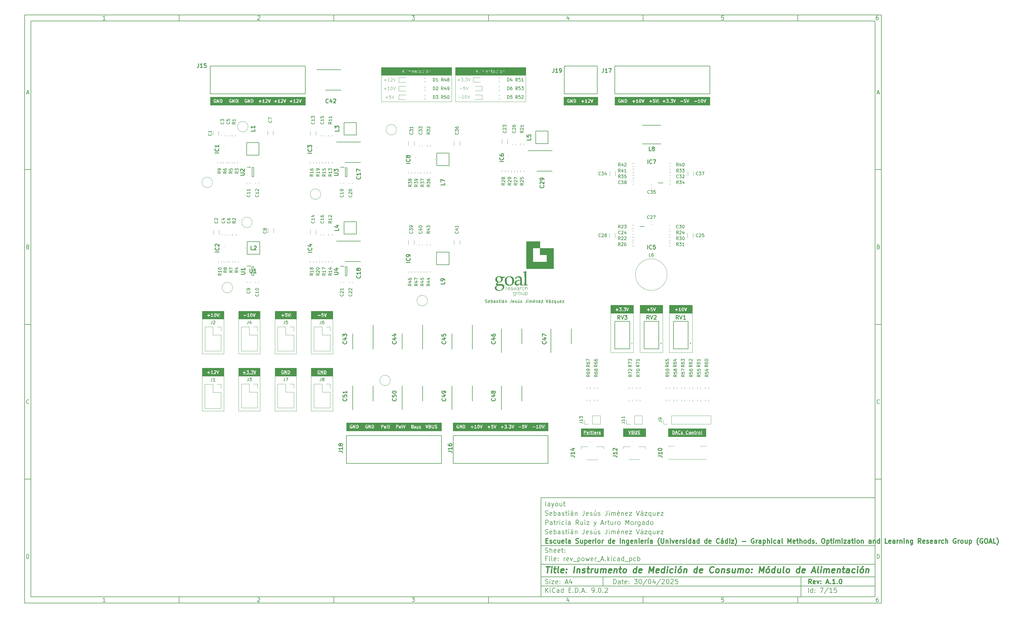
<source format=gbr>
%TF.GenerationSoftware,KiCad,Pcbnew,9.0.2*%
%TF.CreationDate,2025-11-09T23:00:08+01:00*%
%TF.ProjectId,rev_power_A,7265765f-706f-4776-9572-5f412e6b6963,A.1.0*%
%TF.SameCoordinates,Original*%
%TF.FileFunction,Legend,Top*%
%TF.FilePolarity,Positive*%
%FSLAX46Y46*%
G04 Gerber Fmt 4.6, Leading zero omitted, Abs format (unit mm)*
G04 Created by KiCad (PCBNEW 9.0.2) date 2025-11-09 23:00:08*
%MOMM*%
%LPD*%
G01*
G04 APERTURE LIST*
%ADD10C,0.100000*%
%ADD11C,0.150000*%
%ADD12C,0.300000*%
%ADD13C,0.400000*%
%ADD14C,0.200000*%
%ADD15C,0.254000*%
%ADD16C,0.120000*%
%ADD17C,0.000000*%
G04 APERTURE END LIST*
D10*
D11*
X177002200Y-166007200D02*
X285002200Y-166007200D01*
X285002200Y-198007200D01*
X177002200Y-198007200D01*
X177002200Y-166007200D01*
D10*
D11*
X10000000Y-10000000D02*
X287002200Y-10000000D01*
X287002200Y-200007200D01*
X10000000Y-200007200D01*
X10000000Y-10000000D01*
D10*
D11*
X12000000Y-12000000D02*
X285002200Y-12000000D01*
X285002200Y-198007200D01*
X12000000Y-198007200D01*
X12000000Y-12000000D01*
D10*
D11*
X60000000Y-12000000D02*
X60000000Y-10000000D01*
D10*
D11*
X110000000Y-12000000D02*
X110000000Y-10000000D01*
D10*
D11*
X160000000Y-12000000D02*
X160000000Y-10000000D01*
D10*
D11*
X210000000Y-12000000D02*
X210000000Y-10000000D01*
D10*
D11*
X260000000Y-12000000D02*
X260000000Y-10000000D01*
D10*
D11*
X36089160Y-11593604D02*
X35346303Y-11593604D01*
X35717731Y-11593604D02*
X35717731Y-10293604D01*
X35717731Y-10293604D02*
X35593922Y-10479319D01*
X35593922Y-10479319D02*
X35470112Y-10603128D01*
X35470112Y-10603128D02*
X35346303Y-10665033D01*
D10*
D11*
X85346303Y-10417414D02*
X85408207Y-10355509D01*
X85408207Y-10355509D02*
X85532017Y-10293604D01*
X85532017Y-10293604D02*
X85841541Y-10293604D01*
X85841541Y-10293604D02*
X85965350Y-10355509D01*
X85965350Y-10355509D02*
X86027255Y-10417414D01*
X86027255Y-10417414D02*
X86089160Y-10541223D01*
X86089160Y-10541223D02*
X86089160Y-10665033D01*
X86089160Y-10665033D02*
X86027255Y-10850747D01*
X86027255Y-10850747D02*
X85284398Y-11593604D01*
X85284398Y-11593604D02*
X86089160Y-11593604D01*
D10*
D11*
X135284398Y-10293604D02*
X136089160Y-10293604D01*
X136089160Y-10293604D02*
X135655826Y-10788842D01*
X135655826Y-10788842D02*
X135841541Y-10788842D01*
X135841541Y-10788842D02*
X135965350Y-10850747D01*
X135965350Y-10850747D02*
X136027255Y-10912652D01*
X136027255Y-10912652D02*
X136089160Y-11036461D01*
X136089160Y-11036461D02*
X136089160Y-11345985D01*
X136089160Y-11345985D02*
X136027255Y-11469795D01*
X136027255Y-11469795D02*
X135965350Y-11531700D01*
X135965350Y-11531700D02*
X135841541Y-11593604D01*
X135841541Y-11593604D02*
X135470112Y-11593604D01*
X135470112Y-11593604D02*
X135346303Y-11531700D01*
X135346303Y-11531700D02*
X135284398Y-11469795D01*
D10*
D11*
X185965350Y-10726938D02*
X185965350Y-11593604D01*
X185655826Y-10231700D02*
X185346303Y-11160271D01*
X185346303Y-11160271D02*
X186151064Y-11160271D01*
D10*
D11*
X236027255Y-10293604D02*
X235408207Y-10293604D01*
X235408207Y-10293604D02*
X235346303Y-10912652D01*
X235346303Y-10912652D02*
X235408207Y-10850747D01*
X235408207Y-10850747D02*
X235532017Y-10788842D01*
X235532017Y-10788842D02*
X235841541Y-10788842D01*
X235841541Y-10788842D02*
X235965350Y-10850747D01*
X235965350Y-10850747D02*
X236027255Y-10912652D01*
X236027255Y-10912652D02*
X236089160Y-11036461D01*
X236089160Y-11036461D02*
X236089160Y-11345985D01*
X236089160Y-11345985D02*
X236027255Y-11469795D01*
X236027255Y-11469795D02*
X235965350Y-11531700D01*
X235965350Y-11531700D02*
X235841541Y-11593604D01*
X235841541Y-11593604D02*
X235532017Y-11593604D01*
X235532017Y-11593604D02*
X235408207Y-11531700D01*
X235408207Y-11531700D02*
X235346303Y-11469795D01*
D10*
D11*
X285965350Y-10293604D02*
X285717731Y-10293604D01*
X285717731Y-10293604D02*
X285593922Y-10355509D01*
X285593922Y-10355509D02*
X285532017Y-10417414D01*
X285532017Y-10417414D02*
X285408207Y-10603128D01*
X285408207Y-10603128D02*
X285346303Y-10850747D01*
X285346303Y-10850747D02*
X285346303Y-11345985D01*
X285346303Y-11345985D02*
X285408207Y-11469795D01*
X285408207Y-11469795D02*
X285470112Y-11531700D01*
X285470112Y-11531700D02*
X285593922Y-11593604D01*
X285593922Y-11593604D02*
X285841541Y-11593604D01*
X285841541Y-11593604D02*
X285965350Y-11531700D01*
X285965350Y-11531700D02*
X286027255Y-11469795D01*
X286027255Y-11469795D02*
X286089160Y-11345985D01*
X286089160Y-11345985D02*
X286089160Y-11036461D01*
X286089160Y-11036461D02*
X286027255Y-10912652D01*
X286027255Y-10912652D02*
X285965350Y-10850747D01*
X285965350Y-10850747D02*
X285841541Y-10788842D01*
X285841541Y-10788842D02*
X285593922Y-10788842D01*
X285593922Y-10788842D02*
X285470112Y-10850747D01*
X285470112Y-10850747D02*
X285408207Y-10912652D01*
X285408207Y-10912652D02*
X285346303Y-11036461D01*
D10*
D11*
X60000000Y-198007200D02*
X60000000Y-200007200D01*
D10*
D11*
X110000000Y-198007200D02*
X110000000Y-200007200D01*
D10*
D11*
X160000000Y-198007200D02*
X160000000Y-200007200D01*
D10*
D11*
X210000000Y-198007200D02*
X210000000Y-200007200D01*
D10*
D11*
X260000000Y-198007200D02*
X260000000Y-200007200D01*
D10*
D11*
X36089160Y-199600804D02*
X35346303Y-199600804D01*
X35717731Y-199600804D02*
X35717731Y-198300804D01*
X35717731Y-198300804D02*
X35593922Y-198486519D01*
X35593922Y-198486519D02*
X35470112Y-198610328D01*
X35470112Y-198610328D02*
X35346303Y-198672233D01*
D10*
D11*
X85346303Y-198424614D02*
X85408207Y-198362709D01*
X85408207Y-198362709D02*
X85532017Y-198300804D01*
X85532017Y-198300804D02*
X85841541Y-198300804D01*
X85841541Y-198300804D02*
X85965350Y-198362709D01*
X85965350Y-198362709D02*
X86027255Y-198424614D01*
X86027255Y-198424614D02*
X86089160Y-198548423D01*
X86089160Y-198548423D02*
X86089160Y-198672233D01*
X86089160Y-198672233D02*
X86027255Y-198857947D01*
X86027255Y-198857947D02*
X85284398Y-199600804D01*
X85284398Y-199600804D02*
X86089160Y-199600804D01*
D10*
D11*
X135284398Y-198300804D02*
X136089160Y-198300804D01*
X136089160Y-198300804D02*
X135655826Y-198796042D01*
X135655826Y-198796042D02*
X135841541Y-198796042D01*
X135841541Y-198796042D02*
X135965350Y-198857947D01*
X135965350Y-198857947D02*
X136027255Y-198919852D01*
X136027255Y-198919852D02*
X136089160Y-199043661D01*
X136089160Y-199043661D02*
X136089160Y-199353185D01*
X136089160Y-199353185D02*
X136027255Y-199476995D01*
X136027255Y-199476995D02*
X135965350Y-199538900D01*
X135965350Y-199538900D02*
X135841541Y-199600804D01*
X135841541Y-199600804D02*
X135470112Y-199600804D01*
X135470112Y-199600804D02*
X135346303Y-199538900D01*
X135346303Y-199538900D02*
X135284398Y-199476995D01*
D10*
D11*
X185965350Y-198734138D02*
X185965350Y-199600804D01*
X185655826Y-198238900D02*
X185346303Y-199167471D01*
X185346303Y-199167471D02*
X186151064Y-199167471D01*
D10*
D11*
X236027255Y-198300804D02*
X235408207Y-198300804D01*
X235408207Y-198300804D02*
X235346303Y-198919852D01*
X235346303Y-198919852D02*
X235408207Y-198857947D01*
X235408207Y-198857947D02*
X235532017Y-198796042D01*
X235532017Y-198796042D02*
X235841541Y-198796042D01*
X235841541Y-198796042D02*
X235965350Y-198857947D01*
X235965350Y-198857947D02*
X236027255Y-198919852D01*
X236027255Y-198919852D02*
X236089160Y-199043661D01*
X236089160Y-199043661D02*
X236089160Y-199353185D01*
X236089160Y-199353185D02*
X236027255Y-199476995D01*
X236027255Y-199476995D02*
X235965350Y-199538900D01*
X235965350Y-199538900D02*
X235841541Y-199600804D01*
X235841541Y-199600804D02*
X235532017Y-199600804D01*
X235532017Y-199600804D02*
X235408207Y-199538900D01*
X235408207Y-199538900D02*
X235346303Y-199476995D01*
D10*
D11*
X285965350Y-198300804D02*
X285717731Y-198300804D01*
X285717731Y-198300804D02*
X285593922Y-198362709D01*
X285593922Y-198362709D02*
X285532017Y-198424614D01*
X285532017Y-198424614D02*
X285408207Y-198610328D01*
X285408207Y-198610328D02*
X285346303Y-198857947D01*
X285346303Y-198857947D02*
X285346303Y-199353185D01*
X285346303Y-199353185D02*
X285408207Y-199476995D01*
X285408207Y-199476995D02*
X285470112Y-199538900D01*
X285470112Y-199538900D02*
X285593922Y-199600804D01*
X285593922Y-199600804D02*
X285841541Y-199600804D01*
X285841541Y-199600804D02*
X285965350Y-199538900D01*
X285965350Y-199538900D02*
X286027255Y-199476995D01*
X286027255Y-199476995D02*
X286089160Y-199353185D01*
X286089160Y-199353185D02*
X286089160Y-199043661D01*
X286089160Y-199043661D02*
X286027255Y-198919852D01*
X286027255Y-198919852D02*
X285965350Y-198857947D01*
X285965350Y-198857947D02*
X285841541Y-198796042D01*
X285841541Y-198796042D02*
X285593922Y-198796042D01*
X285593922Y-198796042D02*
X285470112Y-198857947D01*
X285470112Y-198857947D02*
X285408207Y-198919852D01*
X285408207Y-198919852D02*
X285346303Y-199043661D01*
D10*
D11*
X10000000Y-60000000D02*
X12000000Y-60000000D01*
D10*
D11*
X10000000Y-110000000D02*
X12000000Y-110000000D01*
D10*
D11*
X10000000Y-160000000D02*
X12000000Y-160000000D01*
D10*
D11*
X10690476Y-35222176D02*
X11309523Y-35222176D01*
X10566666Y-35593604D02*
X10999999Y-34293604D01*
X10999999Y-34293604D02*
X11433333Y-35593604D01*
D10*
D11*
X11092857Y-84912652D02*
X11278571Y-84974557D01*
X11278571Y-84974557D02*
X11340476Y-85036461D01*
X11340476Y-85036461D02*
X11402380Y-85160271D01*
X11402380Y-85160271D02*
X11402380Y-85345985D01*
X11402380Y-85345985D02*
X11340476Y-85469795D01*
X11340476Y-85469795D02*
X11278571Y-85531700D01*
X11278571Y-85531700D02*
X11154761Y-85593604D01*
X11154761Y-85593604D02*
X10659523Y-85593604D01*
X10659523Y-85593604D02*
X10659523Y-84293604D01*
X10659523Y-84293604D02*
X11092857Y-84293604D01*
X11092857Y-84293604D02*
X11216666Y-84355509D01*
X11216666Y-84355509D02*
X11278571Y-84417414D01*
X11278571Y-84417414D02*
X11340476Y-84541223D01*
X11340476Y-84541223D02*
X11340476Y-84665033D01*
X11340476Y-84665033D02*
X11278571Y-84788842D01*
X11278571Y-84788842D02*
X11216666Y-84850747D01*
X11216666Y-84850747D02*
X11092857Y-84912652D01*
X11092857Y-84912652D02*
X10659523Y-84912652D01*
D10*
D11*
X11402380Y-135469795D02*
X11340476Y-135531700D01*
X11340476Y-135531700D02*
X11154761Y-135593604D01*
X11154761Y-135593604D02*
X11030952Y-135593604D01*
X11030952Y-135593604D02*
X10845238Y-135531700D01*
X10845238Y-135531700D02*
X10721428Y-135407890D01*
X10721428Y-135407890D02*
X10659523Y-135284080D01*
X10659523Y-135284080D02*
X10597619Y-135036461D01*
X10597619Y-135036461D02*
X10597619Y-134850747D01*
X10597619Y-134850747D02*
X10659523Y-134603128D01*
X10659523Y-134603128D02*
X10721428Y-134479319D01*
X10721428Y-134479319D02*
X10845238Y-134355509D01*
X10845238Y-134355509D02*
X11030952Y-134293604D01*
X11030952Y-134293604D02*
X11154761Y-134293604D01*
X11154761Y-134293604D02*
X11340476Y-134355509D01*
X11340476Y-134355509D02*
X11402380Y-134417414D01*
D10*
D11*
X10659523Y-185593604D02*
X10659523Y-184293604D01*
X10659523Y-184293604D02*
X10969047Y-184293604D01*
X10969047Y-184293604D02*
X11154761Y-184355509D01*
X11154761Y-184355509D02*
X11278571Y-184479319D01*
X11278571Y-184479319D02*
X11340476Y-184603128D01*
X11340476Y-184603128D02*
X11402380Y-184850747D01*
X11402380Y-184850747D02*
X11402380Y-185036461D01*
X11402380Y-185036461D02*
X11340476Y-185284080D01*
X11340476Y-185284080D02*
X11278571Y-185407890D01*
X11278571Y-185407890D02*
X11154761Y-185531700D01*
X11154761Y-185531700D02*
X10969047Y-185593604D01*
X10969047Y-185593604D02*
X10659523Y-185593604D01*
D10*
D11*
X287002200Y-60000000D02*
X285002200Y-60000000D01*
D10*
D11*
X287002200Y-110000000D02*
X285002200Y-110000000D01*
D10*
D11*
X287002200Y-160000000D02*
X285002200Y-160000000D01*
D10*
D11*
X285692676Y-35222176D02*
X286311723Y-35222176D01*
X285568866Y-35593604D02*
X286002199Y-34293604D01*
X286002199Y-34293604D02*
X286435533Y-35593604D01*
D10*
D11*
X286095057Y-84912652D02*
X286280771Y-84974557D01*
X286280771Y-84974557D02*
X286342676Y-85036461D01*
X286342676Y-85036461D02*
X286404580Y-85160271D01*
X286404580Y-85160271D02*
X286404580Y-85345985D01*
X286404580Y-85345985D02*
X286342676Y-85469795D01*
X286342676Y-85469795D02*
X286280771Y-85531700D01*
X286280771Y-85531700D02*
X286156961Y-85593604D01*
X286156961Y-85593604D02*
X285661723Y-85593604D01*
X285661723Y-85593604D02*
X285661723Y-84293604D01*
X285661723Y-84293604D02*
X286095057Y-84293604D01*
X286095057Y-84293604D02*
X286218866Y-84355509D01*
X286218866Y-84355509D02*
X286280771Y-84417414D01*
X286280771Y-84417414D02*
X286342676Y-84541223D01*
X286342676Y-84541223D02*
X286342676Y-84665033D01*
X286342676Y-84665033D02*
X286280771Y-84788842D01*
X286280771Y-84788842D02*
X286218866Y-84850747D01*
X286218866Y-84850747D02*
X286095057Y-84912652D01*
X286095057Y-84912652D02*
X285661723Y-84912652D01*
D10*
D11*
X286404580Y-135469795D02*
X286342676Y-135531700D01*
X286342676Y-135531700D02*
X286156961Y-135593604D01*
X286156961Y-135593604D02*
X286033152Y-135593604D01*
X286033152Y-135593604D02*
X285847438Y-135531700D01*
X285847438Y-135531700D02*
X285723628Y-135407890D01*
X285723628Y-135407890D02*
X285661723Y-135284080D01*
X285661723Y-135284080D02*
X285599819Y-135036461D01*
X285599819Y-135036461D02*
X285599819Y-134850747D01*
X285599819Y-134850747D02*
X285661723Y-134603128D01*
X285661723Y-134603128D02*
X285723628Y-134479319D01*
X285723628Y-134479319D02*
X285847438Y-134355509D01*
X285847438Y-134355509D02*
X286033152Y-134293604D01*
X286033152Y-134293604D02*
X286156961Y-134293604D01*
X286156961Y-134293604D02*
X286342676Y-134355509D01*
X286342676Y-134355509D02*
X286404580Y-134417414D01*
D10*
D11*
X285661723Y-185593604D02*
X285661723Y-184293604D01*
X285661723Y-184293604D02*
X285971247Y-184293604D01*
X285971247Y-184293604D02*
X286156961Y-184355509D01*
X286156961Y-184355509D02*
X286280771Y-184479319D01*
X286280771Y-184479319D02*
X286342676Y-184603128D01*
X286342676Y-184603128D02*
X286404580Y-184850747D01*
X286404580Y-184850747D02*
X286404580Y-185036461D01*
X286404580Y-185036461D02*
X286342676Y-185284080D01*
X286342676Y-185284080D02*
X286280771Y-185407890D01*
X286280771Y-185407890D02*
X286156961Y-185531700D01*
X286156961Y-185531700D02*
X285971247Y-185593604D01*
X285971247Y-185593604D02*
X285661723Y-185593604D01*
D10*
D11*
X200458026Y-193793328D02*
X200458026Y-192293328D01*
X200458026Y-192293328D02*
X200815169Y-192293328D01*
X200815169Y-192293328D02*
X201029455Y-192364757D01*
X201029455Y-192364757D02*
X201172312Y-192507614D01*
X201172312Y-192507614D02*
X201243741Y-192650471D01*
X201243741Y-192650471D02*
X201315169Y-192936185D01*
X201315169Y-192936185D02*
X201315169Y-193150471D01*
X201315169Y-193150471D02*
X201243741Y-193436185D01*
X201243741Y-193436185D02*
X201172312Y-193579042D01*
X201172312Y-193579042D02*
X201029455Y-193721900D01*
X201029455Y-193721900D02*
X200815169Y-193793328D01*
X200815169Y-193793328D02*
X200458026Y-193793328D01*
X202600884Y-193793328D02*
X202600884Y-193007614D01*
X202600884Y-193007614D02*
X202529455Y-192864757D01*
X202529455Y-192864757D02*
X202386598Y-192793328D01*
X202386598Y-192793328D02*
X202100884Y-192793328D01*
X202100884Y-192793328D02*
X201958026Y-192864757D01*
X202600884Y-193721900D02*
X202458026Y-193793328D01*
X202458026Y-193793328D02*
X202100884Y-193793328D01*
X202100884Y-193793328D02*
X201958026Y-193721900D01*
X201958026Y-193721900D02*
X201886598Y-193579042D01*
X201886598Y-193579042D02*
X201886598Y-193436185D01*
X201886598Y-193436185D02*
X201958026Y-193293328D01*
X201958026Y-193293328D02*
X202100884Y-193221900D01*
X202100884Y-193221900D02*
X202458026Y-193221900D01*
X202458026Y-193221900D02*
X202600884Y-193150471D01*
X203100884Y-192793328D02*
X203672312Y-192793328D01*
X203315169Y-192293328D02*
X203315169Y-193579042D01*
X203315169Y-193579042D02*
X203386598Y-193721900D01*
X203386598Y-193721900D02*
X203529455Y-193793328D01*
X203529455Y-193793328D02*
X203672312Y-193793328D01*
X204743741Y-193721900D02*
X204600884Y-193793328D01*
X204600884Y-193793328D02*
X204315170Y-193793328D01*
X204315170Y-193793328D02*
X204172312Y-193721900D01*
X204172312Y-193721900D02*
X204100884Y-193579042D01*
X204100884Y-193579042D02*
X204100884Y-193007614D01*
X204100884Y-193007614D02*
X204172312Y-192864757D01*
X204172312Y-192864757D02*
X204315170Y-192793328D01*
X204315170Y-192793328D02*
X204600884Y-192793328D01*
X204600884Y-192793328D02*
X204743741Y-192864757D01*
X204743741Y-192864757D02*
X204815170Y-193007614D01*
X204815170Y-193007614D02*
X204815170Y-193150471D01*
X204815170Y-193150471D02*
X204100884Y-193293328D01*
X205458026Y-193650471D02*
X205529455Y-193721900D01*
X205529455Y-193721900D02*
X205458026Y-193793328D01*
X205458026Y-193793328D02*
X205386598Y-193721900D01*
X205386598Y-193721900D02*
X205458026Y-193650471D01*
X205458026Y-193650471D02*
X205458026Y-193793328D01*
X205458026Y-192864757D02*
X205529455Y-192936185D01*
X205529455Y-192936185D02*
X205458026Y-193007614D01*
X205458026Y-193007614D02*
X205386598Y-192936185D01*
X205386598Y-192936185D02*
X205458026Y-192864757D01*
X205458026Y-192864757D02*
X205458026Y-193007614D01*
X207172312Y-192293328D02*
X208100884Y-192293328D01*
X208100884Y-192293328D02*
X207600884Y-192864757D01*
X207600884Y-192864757D02*
X207815169Y-192864757D01*
X207815169Y-192864757D02*
X207958027Y-192936185D01*
X207958027Y-192936185D02*
X208029455Y-193007614D01*
X208029455Y-193007614D02*
X208100884Y-193150471D01*
X208100884Y-193150471D02*
X208100884Y-193507614D01*
X208100884Y-193507614D02*
X208029455Y-193650471D01*
X208029455Y-193650471D02*
X207958027Y-193721900D01*
X207958027Y-193721900D02*
X207815169Y-193793328D01*
X207815169Y-193793328D02*
X207386598Y-193793328D01*
X207386598Y-193793328D02*
X207243741Y-193721900D01*
X207243741Y-193721900D02*
X207172312Y-193650471D01*
X209029455Y-192293328D02*
X209172312Y-192293328D01*
X209172312Y-192293328D02*
X209315169Y-192364757D01*
X209315169Y-192364757D02*
X209386598Y-192436185D01*
X209386598Y-192436185D02*
X209458026Y-192579042D01*
X209458026Y-192579042D02*
X209529455Y-192864757D01*
X209529455Y-192864757D02*
X209529455Y-193221900D01*
X209529455Y-193221900D02*
X209458026Y-193507614D01*
X209458026Y-193507614D02*
X209386598Y-193650471D01*
X209386598Y-193650471D02*
X209315169Y-193721900D01*
X209315169Y-193721900D02*
X209172312Y-193793328D01*
X209172312Y-193793328D02*
X209029455Y-193793328D01*
X209029455Y-193793328D02*
X208886598Y-193721900D01*
X208886598Y-193721900D02*
X208815169Y-193650471D01*
X208815169Y-193650471D02*
X208743740Y-193507614D01*
X208743740Y-193507614D02*
X208672312Y-193221900D01*
X208672312Y-193221900D02*
X208672312Y-192864757D01*
X208672312Y-192864757D02*
X208743740Y-192579042D01*
X208743740Y-192579042D02*
X208815169Y-192436185D01*
X208815169Y-192436185D02*
X208886598Y-192364757D01*
X208886598Y-192364757D02*
X209029455Y-192293328D01*
X211243740Y-192221900D02*
X209958026Y-194150471D01*
X212029455Y-192293328D02*
X212172312Y-192293328D01*
X212172312Y-192293328D02*
X212315169Y-192364757D01*
X212315169Y-192364757D02*
X212386598Y-192436185D01*
X212386598Y-192436185D02*
X212458026Y-192579042D01*
X212458026Y-192579042D02*
X212529455Y-192864757D01*
X212529455Y-192864757D02*
X212529455Y-193221900D01*
X212529455Y-193221900D02*
X212458026Y-193507614D01*
X212458026Y-193507614D02*
X212386598Y-193650471D01*
X212386598Y-193650471D02*
X212315169Y-193721900D01*
X212315169Y-193721900D02*
X212172312Y-193793328D01*
X212172312Y-193793328D02*
X212029455Y-193793328D01*
X212029455Y-193793328D02*
X211886598Y-193721900D01*
X211886598Y-193721900D02*
X211815169Y-193650471D01*
X211815169Y-193650471D02*
X211743740Y-193507614D01*
X211743740Y-193507614D02*
X211672312Y-193221900D01*
X211672312Y-193221900D02*
X211672312Y-192864757D01*
X211672312Y-192864757D02*
X211743740Y-192579042D01*
X211743740Y-192579042D02*
X211815169Y-192436185D01*
X211815169Y-192436185D02*
X211886598Y-192364757D01*
X211886598Y-192364757D02*
X212029455Y-192293328D01*
X213815169Y-192793328D02*
X213815169Y-193793328D01*
X213458026Y-192221900D02*
X213100883Y-193293328D01*
X213100883Y-193293328D02*
X214029454Y-193293328D01*
X215672311Y-192221900D02*
X214386597Y-194150471D01*
X216100883Y-192436185D02*
X216172311Y-192364757D01*
X216172311Y-192364757D02*
X216315169Y-192293328D01*
X216315169Y-192293328D02*
X216672311Y-192293328D01*
X216672311Y-192293328D02*
X216815169Y-192364757D01*
X216815169Y-192364757D02*
X216886597Y-192436185D01*
X216886597Y-192436185D02*
X216958026Y-192579042D01*
X216958026Y-192579042D02*
X216958026Y-192721900D01*
X216958026Y-192721900D02*
X216886597Y-192936185D01*
X216886597Y-192936185D02*
X216029454Y-193793328D01*
X216029454Y-193793328D02*
X216958026Y-193793328D01*
X217886597Y-192293328D02*
X218029454Y-192293328D01*
X218029454Y-192293328D02*
X218172311Y-192364757D01*
X218172311Y-192364757D02*
X218243740Y-192436185D01*
X218243740Y-192436185D02*
X218315168Y-192579042D01*
X218315168Y-192579042D02*
X218386597Y-192864757D01*
X218386597Y-192864757D02*
X218386597Y-193221900D01*
X218386597Y-193221900D02*
X218315168Y-193507614D01*
X218315168Y-193507614D02*
X218243740Y-193650471D01*
X218243740Y-193650471D02*
X218172311Y-193721900D01*
X218172311Y-193721900D02*
X218029454Y-193793328D01*
X218029454Y-193793328D02*
X217886597Y-193793328D01*
X217886597Y-193793328D02*
X217743740Y-193721900D01*
X217743740Y-193721900D02*
X217672311Y-193650471D01*
X217672311Y-193650471D02*
X217600882Y-193507614D01*
X217600882Y-193507614D02*
X217529454Y-193221900D01*
X217529454Y-193221900D02*
X217529454Y-192864757D01*
X217529454Y-192864757D02*
X217600882Y-192579042D01*
X217600882Y-192579042D02*
X217672311Y-192436185D01*
X217672311Y-192436185D02*
X217743740Y-192364757D01*
X217743740Y-192364757D02*
X217886597Y-192293328D01*
X218958025Y-192436185D02*
X219029453Y-192364757D01*
X219029453Y-192364757D02*
X219172311Y-192293328D01*
X219172311Y-192293328D02*
X219529453Y-192293328D01*
X219529453Y-192293328D02*
X219672311Y-192364757D01*
X219672311Y-192364757D02*
X219743739Y-192436185D01*
X219743739Y-192436185D02*
X219815168Y-192579042D01*
X219815168Y-192579042D02*
X219815168Y-192721900D01*
X219815168Y-192721900D02*
X219743739Y-192936185D01*
X219743739Y-192936185D02*
X218886596Y-193793328D01*
X218886596Y-193793328D02*
X219815168Y-193793328D01*
X221172310Y-192293328D02*
X220458024Y-192293328D01*
X220458024Y-192293328D02*
X220386596Y-193007614D01*
X220386596Y-193007614D02*
X220458024Y-192936185D01*
X220458024Y-192936185D02*
X220600882Y-192864757D01*
X220600882Y-192864757D02*
X220958024Y-192864757D01*
X220958024Y-192864757D02*
X221100882Y-192936185D01*
X221100882Y-192936185D02*
X221172310Y-193007614D01*
X221172310Y-193007614D02*
X221243739Y-193150471D01*
X221243739Y-193150471D02*
X221243739Y-193507614D01*
X221243739Y-193507614D02*
X221172310Y-193650471D01*
X221172310Y-193650471D02*
X221100882Y-193721900D01*
X221100882Y-193721900D02*
X220958024Y-193793328D01*
X220958024Y-193793328D02*
X220600882Y-193793328D01*
X220600882Y-193793328D02*
X220458024Y-193721900D01*
X220458024Y-193721900D02*
X220386596Y-193650471D01*
D10*
D11*
X177002200Y-194507200D02*
X285002200Y-194507200D01*
D10*
D11*
X178458026Y-196593328D02*
X178458026Y-195093328D01*
X179315169Y-196593328D02*
X178672312Y-195736185D01*
X179315169Y-195093328D02*
X178458026Y-195950471D01*
X179958026Y-196593328D02*
X179958026Y-195593328D01*
X179958026Y-195093328D02*
X179886598Y-195164757D01*
X179886598Y-195164757D02*
X179958026Y-195236185D01*
X179958026Y-195236185D02*
X180029455Y-195164757D01*
X180029455Y-195164757D02*
X179958026Y-195093328D01*
X179958026Y-195093328D02*
X179958026Y-195236185D01*
X181529455Y-196450471D02*
X181458027Y-196521900D01*
X181458027Y-196521900D02*
X181243741Y-196593328D01*
X181243741Y-196593328D02*
X181100884Y-196593328D01*
X181100884Y-196593328D02*
X180886598Y-196521900D01*
X180886598Y-196521900D02*
X180743741Y-196379042D01*
X180743741Y-196379042D02*
X180672312Y-196236185D01*
X180672312Y-196236185D02*
X180600884Y-195950471D01*
X180600884Y-195950471D02*
X180600884Y-195736185D01*
X180600884Y-195736185D02*
X180672312Y-195450471D01*
X180672312Y-195450471D02*
X180743741Y-195307614D01*
X180743741Y-195307614D02*
X180886598Y-195164757D01*
X180886598Y-195164757D02*
X181100884Y-195093328D01*
X181100884Y-195093328D02*
X181243741Y-195093328D01*
X181243741Y-195093328D02*
X181458027Y-195164757D01*
X181458027Y-195164757D02*
X181529455Y-195236185D01*
X182815170Y-196593328D02*
X182815170Y-195807614D01*
X182815170Y-195807614D02*
X182743741Y-195664757D01*
X182743741Y-195664757D02*
X182600884Y-195593328D01*
X182600884Y-195593328D02*
X182315170Y-195593328D01*
X182315170Y-195593328D02*
X182172312Y-195664757D01*
X182815170Y-196521900D02*
X182672312Y-196593328D01*
X182672312Y-196593328D02*
X182315170Y-196593328D01*
X182315170Y-196593328D02*
X182172312Y-196521900D01*
X182172312Y-196521900D02*
X182100884Y-196379042D01*
X182100884Y-196379042D02*
X182100884Y-196236185D01*
X182100884Y-196236185D02*
X182172312Y-196093328D01*
X182172312Y-196093328D02*
X182315170Y-196021900D01*
X182315170Y-196021900D02*
X182672312Y-196021900D01*
X182672312Y-196021900D02*
X182815170Y-195950471D01*
X184172313Y-196593328D02*
X184172313Y-195093328D01*
X184172313Y-196521900D02*
X184029455Y-196593328D01*
X184029455Y-196593328D02*
X183743741Y-196593328D01*
X183743741Y-196593328D02*
X183600884Y-196521900D01*
X183600884Y-196521900D02*
X183529455Y-196450471D01*
X183529455Y-196450471D02*
X183458027Y-196307614D01*
X183458027Y-196307614D02*
X183458027Y-195879042D01*
X183458027Y-195879042D02*
X183529455Y-195736185D01*
X183529455Y-195736185D02*
X183600884Y-195664757D01*
X183600884Y-195664757D02*
X183743741Y-195593328D01*
X183743741Y-195593328D02*
X184029455Y-195593328D01*
X184029455Y-195593328D02*
X184172313Y-195664757D01*
X186029455Y-195807614D02*
X186529455Y-195807614D01*
X186743741Y-196593328D02*
X186029455Y-196593328D01*
X186029455Y-196593328D02*
X186029455Y-195093328D01*
X186029455Y-195093328D02*
X186743741Y-195093328D01*
X187386598Y-196450471D02*
X187458027Y-196521900D01*
X187458027Y-196521900D02*
X187386598Y-196593328D01*
X187386598Y-196593328D02*
X187315170Y-196521900D01*
X187315170Y-196521900D02*
X187386598Y-196450471D01*
X187386598Y-196450471D02*
X187386598Y-196593328D01*
X188100884Y-196593328D02*
X188100884Y-195093328D01*
X188100884Y-195093328D02*
X188458027Y-195093328D01*
X188458027Y-195093328D02*
X188672313Y-195164757D01*
X188672313Y-195164757D02*
X188815170Y-195307614D01*
X188815170Y-195307614D02*
X188886599Y-195450471D01*
X188886599Y-195450471D02*
X188958027Y-195736185D01*
X188958027Y-195736185D02*
X188958027Y-195950471D01*
X188958027Y-195950471D02*
X188886599Y-196236185D01*
X188886599Y-196236185D02*
X188815170Y-196379042D01*
X188815170Y-196379042D02*
X188672313Y-196521900D01*
X188672313Y-196521900D02*
X188458027Y-196593328D01*
X188458027Y-196593328D02*
X188100884Y-196593328D01*
X189600884Y-196450471D02*
X189672313Y-196521900D01*
X189672313Y-196521900D02*
X189600884Y-196593328D01*
X189600884Y-196593328D02*
X189529456Y-196521900D01*
X189529456Y-196521900D02*
X189600884Y-196450471D01*
X189600884Y-196450471D02*
X189600884Y-196593328D01*
X190243742Y-196164757D02*
X190958028Y-196164757D01*
X190100885Y-196593328D02*
X190600885Y-195093328D01*
X190600885Y-195093328D02*
X191100885Y-196593328D01*
X191600884Y-196450471D02*
X191672313Y-196521900D01*
X191672313Y-196521900D02*
X191600884Y-196593328D01*
X191600884Y-196593328D02*
X191529456Y-196521900D01*
X191529456Y-196521900D02*
X191600884Y-196450471D01*
X191600884Y-196450471D02*
X191600884Y-196593328D01*
X193529456Y-196593328D02*
X193815170Y-196593328D01*
X193815170Y-196593328D02*
X193958027Y-196521900D01*
X193958027Y-196521900D02*
X194029456Y-196450471D01*
X194029456Y-196450471D02*
X194172313Y-196236185D01*
X194172313Y-196236185D02*
X194243742Y-195950471D01*
X194243742Y-195950471D02*
X194243742Y-195379042D01*
X194243742Y-195379042D02*
X194172313Y-195236185D01*
X194172313Y-195236185D02*
X194100885Y-195164757D01*
X194100885Y-195164757D02*
X193958027Y-195093328D01*
X193958027Y-195093328D02*
X193672313Y-195093328D01*
X193672313Y-195093328D02*
X193529456Y-195164757D01*
X193529456Y-195164757D02*
X193458027Y-195236185D01*
X193458027Y-195236185D02*
X193386599Y-195379042D01*
X193386599Y-195379042D02*
X193386599Y-195736185D01*
X193386599Y-195736185D02*
X193458027Y-195879042D01*
X193458027Y-195879042D02*
X193529456Y-195950471D01*
X193529456Y-195950471D02*
X193672313Y-196021900D01*
X193672313Y-196021900D02*
X193958027Y-196021900D01*
X193958027Y-196021900D02*
X194100885Y-195950471D01*
X194100885Y-195950471D02*
X194172313Y-195879042D01*
X194172313Y-195879042D02*
X194243742Y-195736185D01*
X194886598Y-196450471D02*
X194958027Y-196521900D01*
X194958027Y-196521900D02*
X194886598Y-196593328D01*
X194886598Y-196593328D02*
X194815170Y-196521900D01*
X194815170Y-196521900D02*
X194886598Y-196450471D01*
X194886598Y-196450471D02*
X194886598Y-196593328D01*
X195886599Y-195093328D02*
X196029456Y-195093328D01*
X196029456Y-195093328D02*
X196172313Y-195164757D01*
X196172313Y-195164757D02*
X196243742Y-195236185D01*
X196243742Y-195236185D02*
X196315170Y-195379042D01*
X196315170Y-195379042D02*
X196386599Y-195664757D01*
X196386599Y-195664757D02*
X196386599Y-196021900D01*
X196386599Y-196021900D02*
X196315170Y-196307614D01*
X196315170Y-196307614D02*
X196243742Y-196450471D01*
X196243742Y-196450471D02*
X196172313Y-196521900D01*
X196172313Y-196521900D02*
X196029456Y-196593328D01*
X196029456Y-196593328D02*
X195886599Y-196593328D01*
X195886599Y-196593328D02*
X195743742Y-196521900D01*
X195743742Y-196521900D02*
X195672313Y-196450471D01*
X195672313Y-196450471D02*
X195600884Y-196307614D01*
X195600884Y-196307614D02*
X195529456Y-196021900D01*
X195529456Y-196021900D02*
X195529456Y-195664757D01*
X195529456Y-195664757D02*
X195600884Y-195379042D01*
X195600884Y-195379042D02*
X195672313Y-195236185D01*
X195672313Y-195236185D02*
X195743742Y-195164757D01*
X195743742Y-195164757D02*
X195886599Y-195093328D01*
X197029455Y-196450471D02*
X197100884Y-196521900D01*
X197100884Y-196521900D02*
X197029455Y-196593328D01*
X197029455Y-196593328D02*
X196958027Y-196521900D01*
X196958027Y-196521900D02*
X197029455Y-196450471D01*
X197029455Y-196450471D02*
X197029455Y-196593328D01*
X197672313Y-195236185D02*
X197743741Y-195164757D01*
X197743741Y-195164757D02*
X197886599Y-195093328D01*
X197886599Y-195093328D02*
X198243741Y-195093328D01*
X198243741Y-195093328D02*
X198386599Y-195164757D01*
X198386599Y-195164757D02*
X198458027Y-195236185D01*
X198458027Y-195236185D02*
X198529456Y-195379042D01*
X198529456Y-195379042D02*
X198529456Y-195521900D01*
X198529456Y-195521900D02*
X198458027Y-195736185D01*
X198458027Y-195736185D02*
X197600884Y-196593328D01*
X197600884Y-196593328D02*
X198529456Y-196593328D01*
D10*
D11*
X177002200Y-191507200D02*
X285002200Y-191507200D01*
D10*
D12*
X264413853Y-193785528D02*
X263913853Y-193071242D01*
X263556710Y-193785528D02*
X263556710Y-192285528D01*
X263556710Y-192285528D02*
X264128139Y-192285528D01*
X264128139Y-192285528D02*
X264270996Y-192356957D01*
X264270996Y-192356957D02*
X264342425Y-192428385D01*
X264342425Y-192428385D02*
X264413853Y-192571242D01*
X264413853Y-192571242D02*
X264413853Y-192785528D01*
X264413853Y-192785528D02*
X264342425Y-192928385D01*
X264342425Y-192928385D02*
X264270996Y-192999814D01*
X264270996Y-192999814D02*
X264128139Y-193071242D01*
X264128139Y-193071242D02*
X263556710Y-193071242D01*
X265628139Y-193714100D02*
X265485282Y-193785528D01*
X265485282Y-193785528D02*
X265199568Y-193785528D01*
X265199568Y-193785528D02*
X265056710Y-193714100D01*
X265056710Y-193714100D02*
X264985282Y-193571242D01*
X264985282Y-193571242D02*
X264985282Y-192999814D01*
X264985282Y-192999814D02*
X265056710Y-192856957D01*
X265056710Y-192856957D02*
X265199568Y-192785528D01*
X265199568Y-192785528D02*
X265485282Y-192785528D01*
X265485282Y-192785528D02*
X265628139Y-192856957D01*
X265628139Y-192856957D02*
X265699568Y-192999814D01*
X265699568Y-192999814D02*
X265699568Y-193142671D01*
X265699568Y-193142671D02*
X264985282Y-193285528D01*
X266199567Y-192785528D02*
X266556710Y-193785528D01*
X266556710Y-193785528D02*
X266913853Y-192785528D01*
X267485281Y-193642671D02*
X267556710Y-193714100D01*
X267556710Y-193714100D02*
X267485281Y-193785528D01*
X267485281Y-193785528D02*
X267413853Y-193714100D01*
X267413853Y-193714100D02*
X267485281Y-193642671D01*
X267485281Y-193642671D02*
X267485281Y-193785528D01*
X267485281Y-192856957D02*
X267556710Y-192928385D01*
X267556710Y-192928385D02*
X267485281Y-192999814D01*
X267485281Y-192999814D02*
X267413853Y-192928385D01*
X267413853Y-192928385D02*
X267485281Y-192856957D01*
X267485281Y-192856957D02*
X267485281Y-192999814D01*
X269270996Y-193356957D02*
X269985282Y-193356957D01*
X269128139Y-193785528D02*
X269628139Y-192285528D01*
X269628139Y-192285528D02*
X270128139Y-193785528D01*
X270628138Y-193642671D02*
X270699567Y-193714100D01*
X270699567Y-193714100D02*
X270628138Y-193785528D01*
X270628138Y-193785528D02*
X270556710Y-193714100D01*
X270556710Y-193714100D02*
X270628138Y-193642671D01*
X270628138Y-193642671D02*
X270628138Y-193785528D01*
X272128139Y-193785528D02*
X271270996Y-193785528D01*
X271699567Y-193785528D02*
X271699567Y-192285528D01*
X271699567Y-192285528D02*
X271556710Y-192499814D01*
X271556710Y-192499814D02*
X271413853Y-192642671D01*
X271413853Y-192642671D02*
X271270996Y-192714100D01*
X272770995Y-193642671D02*
X272842424Y-193714100D01*
X272842424Y-193714100D02*
X272770995Y-193785528D01*
X272770995Y-193785528D02*
X272699567Y-193714100D01*
X272699567Y-193714100D02*
X272770995Y-193642671D01*
X272770995Y-193642671D02*
X272770995Y-193785528D01*
X273770996Y-192285528D02*
X273913853Y-192285528D01*
X273913853Y-192285528D02*
X274056710Y-192356957D01*
X274056710Y-192356957D02*
X274128139Y-192428385D01*
X274128139Y-192428385D02*
X274199567Y-192571242D01*
X274199567Y-192571242D02*
X274270996Y-192856957D01*
X274270996Y-192856957D02*
X274270996Y-193214100D01*
X274270996Y-193214100D02*
X274199567Y-193499814D01*
X274199567Y-193499814D02*
X274128139Y-193642671D01*
X274128139Y-193642671D02*
X274056710Y-193714100D01*
X274056710Y-193714100D02*
X273913853Y-193785528D01*
X273913853Y-193785528D02*
X273770996Y-193785528D01*
X273770996Y-193785528D02*
X273628139Y-193714100D01*
X273628139Y-193714100D02*
X273556710Y-193642671D01*
X273556710Y-193642671D02*
X273485281Y-193499814D01*
X273485281Y-193499814D02*
X273413853Y-193214100D01*
X273413853Y-193214100D02*
X273413853Y-192856957D01*
X273413853Y-192856957D02*
X273485281Y-192571242D01*
X273485281Y-192571242D02*
X273556710Y-192428385D01*
X273556710Y-192428385D02*
X273628139Y-192356957D01*
X273628139Y-192356957D02*
X273770996Y-192285528D01*
D10*
D11*
X178386598Y-193721900D02*
X178600884Y-193793328D01*
X178600884Y-193793328D02*
X178958026Y-193793328D01*
X178958026Y-193793328D02*
X179100884Y-193721900D01*
X179100884Y-193721900D02*
X179172312Y-193650471D01*
X179172312Y-193650471D02*
X179243741Y-193507614D01*
X179243741Y-193507614D02*
X179243741Y-193364757D01*
X179243741Y-193364757D02*
X179172312Y-193221900D01*
X179172312Y-193221900D02*
X179100884Y-193150471D01*
X179100884Y-193150471D02*
X178958026Y-193079042D01*
X178958026Y-193079042D02*
X178672312Y-193007614D01*
X178672312Y-193007614D02*
X178529455Y-192936185D01*
X178529455Y-192936185D02*
X178458026Y-192864757D01*
X178458026Y-192864757D02*
X178386598Y-192721900D01*
X178386598Y-192721900D02*
X178386598Y-192579042D01*
X178386598Y-192579042D02*
X178458026Y-192436185D01*
X178458026Y-192436185D02*
X178529455Y-192364757D01*
X178529455Y-192364757D02*
X178672312Y-192293328D01*
X178672312Y-192293328D02*
X179029455Y-192293328D01*
X179029455Y-192293328D02*
X179243741Y-192364757D01*
X179886597Y-193793328D02*
X179886597Y-192793328D01*
X179886597Y-192293328D02*
X179815169Y-192364757D01*
X179815169Y-192364757D02*
X179886597Y-192436185D01*
X179886597Y-192436185D02*
X179958026Y-192364757D01*
X179958026Y-192364757D02*
X179886597Y-192293328D01*
X179886597Y-192293328D02*
X179886597Y-192436185D01*
X180458026Y-192793328D02*
X181243741Y-192793328D01*
X181243741Y-192793328D02*
X180458026Y-193793328D01*
X180458026Y-193793328D02*
X181243741Y-193793328D01*
X182386598Y-193721900D02*
X182243741Y-193793328D01*
X182243741Y-193793328D02*
X181958027Y-193793328D01*
X181958027Y-193793328D02*
X181815169Y-193721900D01*
X181815169Y-193721900D02*
X181743741Y-193579042D01*
X181743741Y-193579042D02*
X181743741Y-193007614D01*
X181743741Y-193007614D02*
X181815169Y-192864757D01*
X181815169Y-192864757D02*
X181958027Y-192793328D01*
X181958027Y-192793328D02*
X182243741Y-192793328D01*
X182243741Y-192793328D02*
X182386598Y-192864757D01*
X182386598Y-192864757D02*
X182458027Y-193007614D01*
X182458027Y-193007614D02*
X182458027Y-193150471D01*
X182458027Y-193150471D02*
X181743741Y-193293328D01*
X183100883Y-193650471D02*
X183172312Y-193721900D01*
X183172312Y-193721900D02*
X183100883Y-193793328D01*
X183100883Y-193793328D02*
X183029455Y-193721900D01*
X183029455Y-193721900D02*
X183100883Y-193650471D01*
X183100883Y-193650471D02*
X183100883Y-193793328D01*
X183100883Y-192864757D02*
X183172312Y-192936185D01*
X183172312Y-192936185D02*
X183100883Y-193007614D01*
X183100883Y-193007614D02*
X183029455Y-192936185D01*
X183029455Y-192936185D02*
X183100883Y-192864757D01*
X183100883Y-192864757D02*
X183100883Y-193007614D01*
X184886598Y-193364757D02*
X185600884Y-193364757D01*
X184743741Y-193793328D02*
X185243741Y-192293328D01*
X185243741Y-192293328D02*
X185743741Y-193793328D01*
X186886598Y-192793328D02*
X186886598Y-193793328D01*
X186529455Y-192221900D02*
X186172312Y-193293328D01*
X186172312Y-193293328D02*
X187100883Y-193293328D01*
D10*
D11*
X263458026Y-196593328D02*
X263458026Y-195093328D01*
X264815170Y-196593328D02*
X264815170Y-195093328D01*
X264815170Y-196521900D02*
X264672312Y-196593328D01*
X264672312Y-196593328D02*
X264386598Y-196593328D01*
X264386598Y-196593328D02*
X264243741Y-196521900D01*
X264243741Y-196521900D02*
X264172312Y-196450471D01*
X264172312Y-196450471D02*
X264100884Y-196307614D01*
X264100884Y-196307614D02*
X264100884Y-195879042D01*
X264100884Y-195879042D02*
X264172312Y-195736185D01*
X264172312Y-195736185D02*
X264243741Y-195664757D01*
X264243741Y-195664757D02*
X264386598Y-195593328D01*
X264386598Y-195593328D02*
X264672312Y-195593328D01*
X264672312Y-195593328D02*
X264815170Y-195664757D01*
X265529455Y-196450471D02*
X265600884Y-196521900D01*
X265600884Y-196521900D02*
X265529455Y-196593328D01*
X265529455Y-196593328D02*
X265458027Y-196521900D01*
X265458027Y-196521900D02*
X265529455Y-196450471D01*
X265529455Y-196450471D02*
X265529455Y-196593328D01*
X265529455Y-195664757D02*
X265600884Y-195736185D01*
X265600884Y-195736185D02*
X265529455Y-195807614D01*
X265529455Y-195807614D02*
X265458027Y-195736185D01*
X265458027Y-195736185D02*
X265529455Y-195664757D01*
X265529455Y-195664757D02*
X265529455Y-195807614D01*
X267243741Y-195093328D02*
X268243741Y-195093328D01*
X268243741Y-195093328D02*
X267600884Y-196593328D01*
X269886598Y-195021900D02*
X268600884Y-196950471D01*
X271172313Y-196593328D02*
X270315170Y-196593328D01*
X270743741Y-196593328D02*
X270743741Y-195093328D01*
X270743741Y-195093328D02*
X270600884Y-195307614D01*
X270600884Y-195307614D02*
X270458027Y-195450471D01*
X270458027Y-195450471D02*
X270315170Y-195521900D01*
X272529455Y-195093328D02*
X271815169Y-195093328D01*
X271815169Y-195093328D02*
X271743741Y-195807614D01*
X271743741Y-195807614D02*
X271815169Y-195736185D01*
X271815169Y-195736185D02*
X271958027Y-195664757D01*
X271958027Y-195664757D02*
X272315169Y-195664757D01*
X272315169Y-195664757D02*
X272458027Y-195736185D01*
X272458027Y-195736185D02*
X272529455Y-195807614D01*
X272529455Y-195807614D02*
X272600884Y-195950471D01*
X272600884Y-195950471D02*
X272600884Y-196307614D01*
X272600884Y-196307614D02*
X272529455Y-196450471D01*
X272529455Y-196450471D02*
X272458027Y-196521900D01*
X272458027Y-196521900D02*
X272315169Y-196593328D01*
X272315169Y-196593328D02*
X271958027Y-196593328D01*
X271958027Y-196593328D02*
X271815169Y-196521900D01*
X271815169Y-196521900D02*
X271743741Y-196450471D01*
D10*
D11*
X177002200Y-187507200D02*
X285002200Y-187507200D01*
D10*
D13*
X178693928Y-188211638D02*
X179836785Y-188211638D01*
X179015357Y-190211638D02*
X179265357Y-188211638D01*
X180253452Y-190211638D02*
X180420119Y-188878304D01*
X180503452Y-188211638D02*
X180396309Y-188306876D01*
X180396309Y-188306876D02*
X180479643Y-188402114D01*
X180479643Y-188402114D02*
X180586786Y-188306876D01*
X180586786Y-188306876D02*
X180503452Y-188211638D01*
X180503452Y-188211638D02*
X180479643Y-188402114D01*
X181086786Y-188878304D02*
X181848690Y-188878304D01*
X181455833Y-188211638D02*
X181241548Y-189925923D01*
X181241548Y-189925923D02*
X181312976Y-190116400D01*
X181312976Y-190116400D02*
X181491548Y-190211638D01*
X181491548Y-190211638D02*
X181682024Y-190211638D01*
X182634405Y-190211638D02*
X182455833Y-190116400D01*
X182455833Y-190116400D02*
X182384405Y-189925923D01*
X182384405Y-189925923D02*
X182598690Y-188211638D01*
X184170119Y-190116400D02*
X183967738Y-190211638D01*
X183967738Y-190211638D02*
X183586785Y-190211638D01*
X183586785Y-190211638D02*
X183408214Y-190116400D01*
X183408214Y-190116400D02*
X183336785Y-189925923D01*
X183336785Y-189925923D02*
X183432024Y-189164019D01*
X183432024Y-189164019D02*
X183551071Y-188973542D01*
X183551071Y-188973542D02*
X183753452Y-188878304D01*
X183753452Y-188878304D02*
X184134404Y-188878304D01*
X184134404Y-188878304D02*
X184312976Y-188973542D01*
X184312976Y-188973542D02*
X184384404Y-189164019D01*
X184384404Y-189164019D02*
X184360595Y-189354495D01*
X184360595Y-189354495D02*
X183384404Y-189544971D01*
X185134405Y-190021161D02*
X185217738Y-190116400D01*
X185217738Y-190116400D02*
X185110595Y-190211638D01*
X185110595Y-190211638D02*
X185027262Y-190116400D01*
X185027262Y-190116400D02*
X185134405Y-190021161D01*
X185134405Y-190021161D02*
X185110595Y-190211638D01*
X185265357Y-188973542D02*
X185348690Y-189068780D01*
X185348690Y-189068780D02*
X185241548Y-189164019D01*
X185241548Y-189164019D02*
X185158214Y-189068780D01*
X185158214Y-189068780D02*
X185265357Y-188973542D01*
X185265357Y-188973542D02*
X185241548Y-189164019D01*
X187586786Y-190211638D02*
X187836786Y-188211638D01*
X188705834Y-188878304D02*
X188539167Y-190211638D01*
X188682024Y-189068780D02*
X188789167Y-188973542D01*
X188789167Y-188973542D02*
X188991548Y-188878304D01*
X188991548Y-188878304D02*
X189277262Y-188878304D01*
X189277262Y-188878304D02*
X189455834Y-188973542D01*
X189455834Y-188973542D02*
X189527262Y-189164019D01*
X189527262Y-189164019D02*
X189396310Y-190211638D01*
X190265358Y-190116400D02*
X190443929Y-190211638D01*
X190443929Y-190211638D02*
X190824882Y-190211638D01*
X190824882Y-190211638D02*
X191027263Y-190116400D01*
X191027263Y-190116400D02*
X191146310Y-189925923D01*
X191146310Y-189925923D02*
X191158215Y-189830685D01*
X191158215Y-189830685D02*
X191086786Y-189640209D01*
X191086786Y-189640209D02*
X190908215Y-189544971D01*
X190908215Y-189544971D02*
X190622501Y-189544971D01*
X190622501Y-189544971D02*
X190443929Y-189449733D01*
X190443929Y-189449733D02*
X190372501Y-189259257D01*
X190372501Y-189259257D02*
X190384406Y-189164019D01*
X190384406Y-189164019D02*
X190503453Y-188973542D01*
X190503453Y-188973542D02*
X190705834Y-188878304D01*
X190705834Y-188878304D02*
X190991548Y-188878304D01*
X190991548Y-188878304D02*
X191170120Y-188973542D01*
X191848692Y-188878304D02*
X192610596Y-188878304D01*
X192217739Y-188211638D02*
X192003454Y-189925923D01*
X192003454Y-189925923D02*
X192074882Y-190116400D01*
X192074882Y-190116400D02*
X192253454Y-190211638D01*
X192253454Y-190211638D02*
X192443930Y-190211638D01*
X193110596Y-190211638D02*
X193277263Y-188878304D01*
X193229644Y-189259257D02*
X193348691Y-189068780D01*
X193348691Y-189068780D02*
X193455834Y-188973542D01*
X193455834Y-188973542D02*
X193658215Y-188878304D01*
X193658215Y-188878304D02*
X193848691Y-188878304D01*
X195372501Y-188878304D02*
X195205834Y-190211638D01*
X194515358Y-188878304D02*
X194384406Y-189925923D01*
X194384406Y-189925923D02*
X194455834Y-190116400D01*
X194455834Y-190116400D02*
X194634406Y-190211638D01*
X194634406Y-190211638D02*
X194920120Y-190211638D01*
X194920120Y-190211638D02*
X195122501Y-190116400D01*
X195122501Y-190116400D02*
X195229644Y-190021161D01*
X196158215Y-190211638D02*
X196324882Y-188878304D01*
X196301072Y-189068780D02*
X196408215Y-188973542D01*
X196408215Y-188973542D02*
X196610596Y-188878304D01*
X196610596Y-188878304D02*
X196896310Y-188878304D01*
X196896310Y-188878304D02*
X197074882Y-188973542D01*
X197074882Y-188973542D02*
X197146310Y-189164019D01*
X197146310Y-189164019D02*
X197015358Y-190211638D01*
X197146310Y-189164019D02*
X197265358Y-188973542D01*
X197265358Y-188973542D02*
X197467739Y-188878304D01*
X197467739Y-188878304D02*
X197753453Y-188878304D01*
X197753453Y-188878304D02*
X197932025Y-188973542D01*
X197932025Y-188973542D02*
X198003453Y-189164019D01*
X198003453Y-189164019D02*
X197872501Y-190211638D01*
X199598692Y-190116400D02*
X199396311Y-190211638D01*
X199396311Y-190211638D02*
X199015358Y-190211638D01*
X199015358Y-190211638D02*
X198836787Y-190116400D01*
X198836787Y-190116400D02*
X198765358Y-189925923D01*
X198765358Y-189925923D02*
X198860597Y-189164019D01*
X198860597Y-189164019D02*
X198979644Y-188973542D01*
X198979644Y-188973542D02*
X199182025Y-188878304D01*
X199182025Y-188878304D02*
X199562977Y-188878304D01*
X199562977Y-188878304D02*
X199741549Y-188973542D01*
X199741549Y-188973542D02*
X199812977Y-189164019D01*
X199812977Y-189164019D02*
X199789168Y-189354495D01*
X199789168Y-189354495D02*
X198812977Y-189544971D01*
X200705835Y-188878304D02*
X200539168Y-190211638D01*
X200682025Y-189068780D02*
X200789168Y-188973542D01*
X200789168Y-188973542D02*
X200991549Y-188878304D01*
X200991549Y-188878304D02*
X201277263Y-188878304D01*
X201277263Y-188878304D02*
X201455835Y-188973542D01*
X201455835Y-188973542D02*
X201527263Y-189164019D01*
X201527263Y-189164019D02*
X201396311Y-190211638D01*
X202229645Y-188878304D02*
X202991549Y-188878304D01*
X202598692Y-188211638D02*
X202384407Y-189925923D01*
X202384407Y-189925923D02*
X202455835Y-190116400D01*
X202455835Y-190116400D02*
X202634407Y-190211638D01*
X202634407Y-190211638D02*
X202824883Y-190211638D01*
X203777264Y-190211638D02*
X203598692Y-190116400D01*
X203598692Y-190116400D02*
X203515359Y-190021161D01*
X203515359Y-190021161D02*
X203443930Y-189830685D01*
X203443930Y-189830685D02*
X203515359Y-189259257D01*
X203515359Y-189259257D02*
X203634406Y-189068780D01*
X203634406Y-189068780D02*
X203741549Y-188973542D01*
X203741549Y-188973542D02*
X203943930Y-188878304D01*
X203943930Y-188878304D02*
X204229644Y-188878304D01*
X204229644Y-188878304D02*
X204408216Y-188973542D01*
X204408216Y-188973542D02*
X204491549Y-189068780D01*
X204491549Y-189068780D02*
X204562978Y-189259257D01*
X204562978Y-189259257D02*
X204491549Y-189830685D01*
X204491549Y-189830685D02*
X204372502Y-190021161D01*
X204372502Y-190021161D02*
X204265359Y-190116400D01*
X204265359Y-190116400D02*
X204062978Y-190211638D01*
X204062978Y-190211638D02*
X203777264Y-190211638D01*
X207682026Y-190211638D02*
X207932026Y-188211638D01*
X207693931Y-190116400D02*
X207491550Y-190211638D01*
X207491550Y-190211638D02*
X207110598Y-190211638D01*
X207110598Y-190211638D02*
X206932026Y-190116400D01*
X206932026Y-190116400D02*
X206848693Y-190021161D01*
X206848693Y-190021161D02*
X206777264Y-189830685D01*
X206777264Y-189830685D02*
X206848693Y-189259257D01*
X206848693Y-189259257D02*
X206967740Y-189068780D01*
X206967740Y-189068780D02*
X207074883Y-188973542D01*
X207074883Y-188973542D02*
X207277264Y-188878304D01*
X207277264Y-188878304D02*
X207658217Y-188878304D01*
X207658217Y-188878304D02*
X207836788Y-188973542D01*
X209408217Y-190116400D02*
X209205836Y-190211638D01*
X209205836Y-190211638D02*
X208824883Y-190211638D01*
X208824883Y-190211638D02*
X208646312Y-190116400D01*
X208646312Y-190116400D02*
X208574883Y-189925923D01*
X208574883Y-189925923D02*
X208670122Y-189164019D01*
X208670122Y-189164019D02*
X208789169Y-188973542D01*
X208789169Y-188973542D02*
X208991550Y-188878304D01*
X208991550Y-188878304D02*
X209372502Y-188878304D01*
X209372502Y-188878304D02*
X209551074Y-188973542D01*
X209551074Y-188973542D02*
X209622502Y-189164019D01*
X209622502Y-189164019D02*
X209598693Y-189354495D01*
X209598693Y-189354495D02*
X208622502Y-189544971D01*
X211872503Y-190211638D02*
X212122503Y-188211638D01*
X212122503Y-188211638D02*
X212610598Y-189640209D01*
X212610598Y-189640209D02*
X213455837Y-188211638D01*
X213455837Y-188211638D02*
X213205837Y-190211638D01*
X214932027Y-190116400D02*
X214729646Y-190211638D01*
X214729646Y-190211638D02*
X214348693Y-190211638D01*
X214348693Y-190211638D02*
X214170122Y-190116400D01*
X214170122Y-190116400D02*
X214098693Y-189925923D01*
X214098693Y-189925923D02*
X214193932Y-189164019D01*
X214193932Y-189164019D02*
X214312979Y-188973542D01*
X214312979Y-188973542D02*
X214515360Y-188878304D01*
X214515360Y-188878304D02*
X214896312Y-188878304D01*
X214896312Y-188878304D02*
X215074884Y-188973542D01*
X215074884Y-188973542D02*
X215146312Y-189164019D01*
X215146312Y-189164019D02*
X215122503Y-189354495D01*
X215122503Y-189354495D02*
X214146312Y-189544971D01*
X216729646Y-190211638D02*
X216979646Y-188211638D01*
X216741551Y-190116400D02*
X216539170Y-190211638D01*
X216539170Y-190211638D02*
X216158218Y-190211638D01*
X216158218Y-190211638D02*
X215979646Y-190116400D01*
X215979646Y-190116400D02*
X215896313Y-190021161D01*
X215896313Y-190021161D02*
X215824884Y-189830685D01*
X215824884Y-189830685D02*
X215896313Y-189259257D01*
X215896313Y-189259257D02*
X216015360Y-189068780D01*
X216015360Y-189068780D02*
X216122503Y-188973542D01*
X216122503Y-188973542D02*
X216324884Y-188878304D01*
X216324884Y-188878304D02*
X216705837Y-188878304D01*
X216705837Y-188878304D02*
X216884408Y-188973542D01*
X217682027Y-190211638D02*
X217848694Y-188878304D01*
X217932027Y-188211638D02*
X217824884Y-188306876D01*
X217824884Y-188306876D02*
X217908218Y-188402114D01*
X217908218Y-188402114D02*
X218015361Y-188306876D01*
X218015361Y-188306876D02*
X217932027Y-188211638D01*
X217932027Y-188211638D02*
X217908218Y-188402114D01*
X219503456Y-190116400D02*
X219301075Y-190211638D01*
X219301075Y-190211638D02*
X218920123Y-190211638D01*
X218920123Y-190211638D02*
X218741551Y-190116400D01*
X218741551Y-190116400D02*
X218658218Y-190021161D01*
X218658218Y-190021161D02*
X218586789Y-189830685D01*
X218586789Y-189830685D02*
X218658218Y-189259257D01*
X218658218Y-189259257D02*
X218777265Y-189068780D01*
X218777265Y-189068780D02*
X218884408Y-188973542D01*
X218884408Y-188973542D02*
X219086789Y-188878304D01*
X219086789Y-188878304D02*
X219467742Y-188878304D01*
X219467742Y-188878304D02*
X219646313Y-188973542D01*
X220348694Y-190211638D02*
X220515361Y-188878304D01*
X220598694Y-188211638D02*
X220491551Y-188306876D01*
X220491551Y-188306876D02*
X220574885Y-188402114D01*
X220574885Y-188402114D02*
X220682028Y-188306876D01*
X220682028Y-188306876D02*
X220598694Y-188211638D01*
X220598694Y-188211638D02*
X220574885Y-188402114D01*
X221586790Y-190211638D02*
X221408218Y-190116400D01*
X221408218Y-190116400D02*
X221324885Y-190021161D01*
X221324885Y-190021161D02*
X221253456Y-189830685D01*
X221253456Y-189830685D02*
X221324885Y-189259257D01*
X221324885Y-189259257D02*
X221443932Y-189068780D01*
X221443932Y-189068780D02*
X221551075Y-188973542D01*
X221551075Y-188973542D02*
X221753456Y-188878304D01*
X221753456Y-188878304D02*
X222039170Y-188878304D01*
X222039170Y-188878304D02*
X222217742Y-188973542D01*
X222217742Y-188973542D02*
X222301075Y-189068780D01*
X222301075Y-189068780D02*
X222372504Y-189259257D01*
X222372504Y-189259257D02*
X222301075Y-189830685D01*
X222301075Y-189830685D02*
X222182028Y-190021161D01*
X222182028Y-190021161D02*
X222074885Y-190116400D01*
X222074885Y-190116400D02*
X221872504Y-190211638D01*
X221872504Y-190211638D02*
X221586790Y-190211638D01*
X222229647Y-188116400D02*
X221908218Y-188402114D01*
X223277266Y-188878304D02*
X223110599Y-190211638D01*
X223253456Y-189068780D02*
X223360599Y-188973542D01*
X223360599Y-188973542D02*
X223562980Y-188878304D01*
X223562980Y-188878304D02*
X223848694Y-188878304D01*
X223848694Y-188878304D02*
X224027266Y-188973542D01*
X224027266Y-188973542D02*
X224098694Y-189164019D01*
X224098694Y-189164019D02*
X223967742Y-190211638D01*
X227301076Y-190211638D02*
X227551076Y-188211638D01*
X227312981Y-190116400D02*
X227110600Y-190211638D01*
X227110600Y-190211638D02*
X226729648Y-190211638D01*
X226729648Y-190211638D02*
X226551076Y-190116400D01*
X226551076Y-190116400D02*
X226467743Y-190021161D01*
X226467743Y-190021161D02*
X226396314Y-189830685D01*
X226396314Y-189830685D02*
X226467743Y-189259257D01*
X226467743Y-189259257D02*
X226586790Y-189068780D01*
X226586790Y-189068780D02*
X226693933Y-188973542D01*
X226693933Y-188973542D02*
X226896314Y-188878304D01*
X226896314Y-188878304D02*
X227277267Y-188878304D01*
X227277267Y-188878304D02*
X227455838Y-188973542D01*
X229027267Y-190116400D02*
X228824886Y-190211638D01*
X228824886Y-190211638D02*
X228443933Y-190211638D01*
X228443933Y-190211638D02*
X228265362Y-190116400D01*
X228265362Y-190116400D02*
X228193933Y-189925923D01*
X228193933Y-189925923D02*
X228289172Y-189164019D01*
X228289172Y-189164019D02*
X228408219Y-188973542D01*
X228408219Y-188973542D02*
X228610600Y-188878304D01*
X228610600Y-188878304D02*
X228991552Y-188878304D01*
X228991552Y-188878304D02*
X229170124Y-188973542D01*
X229170124Y-188973542D02*
X229241552Y-189164019D01*
X229241552Y-189164019D02*
X229217743Y-189354495D01*
X229217743Y-189354495D02*
X228241552Y-189544971D01*
X232658220Y-190021161D02*
X232551077Y-190116400D01*
X232551077Y-190116400D02*
X232253458Y-190211638D01*
X232253458Y-190211638D02*
X232062982Y-190211638D01*
X232062982Y-190211638D02*
X231789172Y-190116400D01*
X231789172Y-190116400D02*
X231622506Y-189925923D01*
X231622506Y-189925923D02*
X231551077Y-189735447D01*
X231551077Y-189735447D02*
X231503458Y-189354495D01*
X231503458Y-189354495D02*
X231539172Y-189068780D01*
X231539172Y-189068780D02*
X231682029Y-188687828D01*
X231682029Y-188687828D02*
X231801077Y-188497352D01*
X231801077Y-188497352D02*
X232015363Y-188306876D01*
X232015363Y-188306876D02*
X232312982Y-188211638D01*
X232312982Y-188211638D02*
X232503458Y-188211638D01*
X232503458Y-188211638D02*
X232777268Y-188306876D01*
X232777268Y-188306876D02*
X232860601Y-188402114D01*
X233777268Y-190211638D02*
X233598696Y-190116400D01*
X233598696Y-190116400D02*
X233515363Y-190021161D01*
X233515363Y-190021161D02*
X233443934Y-189830685D01*
X233443934Y-189830685D02*
X233515363Y-189259257D01*
X233515363Y-189259257D02*
X233634410Y-189068780D01*
X233634410Y-189068780D02*
X233741553Y-188973542D01*
X233741553Y-188973542D02*
X233943934Y-188878304D01*
X233943934Y-188878304D02*
X234229648Y-188878304D01*
X234229648Y-188878304D02*
X234408220Y-188973542D01*
X234408220Y-188973542D02*
X234491553Y-189068780D01*
X234491553Y-189068780D02*
X234562982Y-189259257D01*
X234562982Y-189259257D02*
X234491553Y-189830685D01*
X234491553Y-189830685D02*
X234372506Y-190021161D01*
X234372506Y-190021161D02*
X234265363Y-190116400D01*
X234265363Y-190116400D02*
X234062982Y-190211638D01*
X234062982Y-190211638D02*
X233777268Y-190211638D01*
X235467744Y-188878304D02*
X235301077Y-190211638D01*
X235443934Y-189068780D02*
X235551077Y-188973542D01*
X235551077Y-188973542D02*
X235753458Y-188878304D01*
X235753458Y-188878304D02*
X236039172Y-188878304D01*
X236039172Y-188878304D02*
X236217744Y-188973542D01*
X236217744Y-188973542D02*
X236289172Y-189164019D01*
X236289172Y-189164019D02*
X236158220Y-190211638D01*
X237027268Y-190116400D02*
X237205839Y-190211638D01*
X237205839Y-190211638D02*
X237586792Y-190211638D01*
X237586792Y-190211638D02*
X237789173Y-190116400D01*
X237789173Y-190116400D02*
X237908220Y-189925923D01*
X237908220Y-189925923D02*
X237920125Y-189830685D01*
X237920125Y-189830685D02*
X237848696Y-189640209D01*
X237848696Y-189640209D02*
X237670125Y-189544971D01*
X237670125Y-189544971D02*
X237384411Y-189544971D01*
X237384411Y-189544971D02*
X237205839Y-189449733D01*
X237205839Y-189449733D02*
X237134411Y-189259257D01*
X237134411Y-189259257D02*
X237146316Y-189164019D01*
X237146316Y-189164019D02*
X237265363Y-188973542D01*
X237265363Y-188973542D02*
X237467744Y-188878304D01*
X237467744Y-188878304D02*
X237753458Y-188878304D01*
X237753458Y-188878304D02*
X237932030Y-188973542D01*
X239753459Y-188878304D02*
X239586792Y-190211638D01*
X238896316Y-188878304D02*
X238765364Y-189925923D01*
X238765364Y-189925923D02*
X238836792Y-190116400D01*
X238836792Y-190116400D02*
X239015364Y-190211638D01*
X239015364Y-190211638D02*
X239301078Y-190211638D01*
X239301078Y-190211638D02*
X239503459Y-190116400D01*
X239503459Y-190116400D02*
X239610602Y-190021161D01*
X240539173Y-190211638D02*
X240705840Y-188878304D01*
X240682030Y-189068780D02*
X240789173Y-188973542D01*
X240789173Y-188973542D02*
X240991554Y-188878304D01*
X240991554Y-188878304D02*
X241277268Y-188878304D01*
X241277268Y-188878304D02*
X241455840Y-188973542D01*
X241455840Y-188973542D02*
X241527268Y-189164019D01*
X241527268Y-189164019D02*
X241396316Y-190211638D01*
X241527268Y-189164019D02*
X241646316Y-188973542D01*
X241646316Y-188973542D02*
X241848697Y-188878304D01*
X241848697Y-188878304D02*
X242134411Y-188878304D01*
X242134411Y-188878304D02*
X242312983Y-188973542D01*
X242312983Y-188973542D02*
X242384411Y-189164019D01*
X242384411Y-189164019D02*
X242253459Y-190211638D01*
X243491555Y-190211638D02*
X243312983Y-190116400D01*
X243312983Y-190116400D02*
X243229650Y-190021161D01*
X243229650Y-190021161D02*
X243158221Y-189830685D01*
X243158221Y-189830685D02*
X243229650Y-189259257D01*
X243229650Y-189259257D02*
X243348697Y-189068780D01*
X243348697Y-189068780D02*
X243455840Y-188973542D01*
X243455840Y-188973542D02*
X243658221Y-188878304D01*
X243658221Y-188878304D02*
X243943935Y-188878304D01*
X243943935Y-188878304D02*
X244122507Y-188973542D01*
X244122507Y-188973542D02*
X244205840Y-189068780D01*
X244205840Y-189068780D02*
X244277269Y-189259257D01*
X244277269Y-189259257D02*
X244205840Y-189830685D01*
X244205840Y-189830685D02*
X244086793Y-190021161D01*
X244086793Y-190021161D02*
X243979650Y-190116400D01*
X243979650Y-190116400D02*
X243777269Y-190211638D01*
X243777269Y-190211638D02*
X243491555Y-190211638D01*
X245039174Y-190021161D02*
X245122507Y-190116400D01*
X245122507Y-190116400D02*
X245015364Y-190211638D01*
X245015364Y-190211638D02*
X244932031Y-190116400D01*
X244932031Y-190116400D02*
X245039174Y-190021161D01*
X245039174Y-190021161D02*
X245015364Y-190211638D01*
X245170126Y-188973542D02*
X245253459Y-189068780D01*
X245253459Y-189068780D02*
X245146317Y-189164019D01*
X245146317Y-189164019D02*
X245062983Y-189068780D01*
X245062983Y-189068780D02*
X245170126Y-188973542D01*
X245170126Y-188973542D02*
X245146317Y-189164019D01*
X247491555Y-190211638D02*
X247741555Y-188211638D01*
X247741555Y-188211638D02*
X248229650Y-189640209D01*
X248229650Y-189640209D02*
X249074889Y-188211638D01*
X249074889Y-188211638D02*
X248824889Y-190211638D01*
X250062984Y-190211638D02*
X249884412Y-190116400D01*
X249884412Y-190116400D02*
X249801079Y-190021161D01*
X249801079Y-190021161D02*
X249729650Y-189830685D01*
X249729650Y-189830685D02*
X249801079Y-189259257D01*
X249801079Y-189259257D02*
X249920126Y-189068780D01*
X249920126Y-189068780D02*
X250027269Y-188973542D01*
X250027269Y-188973542D02*
X250229650Y-188878304D01*
X250229650Y-188878304D02*
X250515364Y-188878304D01*
X250515364Y-188878304D02*
X250693936Y-188973542D01*
X250693936Y-188973542D02*
X250777269Y-189068780D01*
X250777269Y-189068780D02*
X250848698Y-189259257D01*
X250848698Y-189259257D02*
X250777269Y-189830685D01*
X250777269Y-189830685D02*
X250658222Y-190021161D01*
X250658222Y-190021161D02*
X250551079Y-190116400D01*
X250551079Y-190116400D02*
X250348698Y-190211638D01*
X250348698Y-190211638D02*
X250062984Y-190211638D01*
X250705841Y-188116400D02*
X250384412Y-188402114D01*
X252443936Y-190211638D02*
X252693936Y-188211638D01*
X252455841Y-190116400D02*
X252253460Y-190211638D01*
X252253460Y-190211638D02*
X251872508Y-190211638D01*
X251872508Y-190211638D02*
X251693936Y-190116400D01*
X251693936Y-190116400D02*
X251610603Y-190021161D01*
X251610603Y-190021161D02*
X251539174Y-189830685D01*
X251539174Y-189830685D02*
X251610603Y-189259257D01*
X251610603Y-189259257D02*
X251729650Y-189068780D01*
X251729650Y-189068780D02*
X251836793Y-188973542D01*
X251836793Y-188973542D02*
X252039174Y-188878304D01*
X252039174Y-188878304D02*
X252420127Y-188878304D01*
X252420127Y-188878304D02*
X252598698Y-188973542D01*
X254420127Y-188878304D02*
X254253460Y-190211638D01*
X253562984Y-188878304D02*
X253432032Y-189925923D01*
X253432032Y-189925923D02*
X253503460Y-190116400D01*
X253503460Y-190116400D02*
X253682032Y-190211638D01*
X253682032Y-190211638D02*
X253967746Y-190211638D01*
X253967746Y-190211638D02*
X254170127Y-190116400D01*
X254170127Y-190116400D02*
X254277270Y-190021161D01*
X255491556Y-190211638D02*
X255312984Y-190116400D01*
X255312984Y-190116400D02*
X255241556Y-189925923D01*
X255241556Y-189925923D02*
X255455841Y-188211638D01*
X256539175Y-190211638D02*
X256360603Y-190116400D01*
X256360603Y-190116400D02*
X256277270Y-190021161D01*
X256277270Y-190021161D02*
X256205841Y-189830685D01*
X256205841Y-189830685D02*
X256277270Y-189259257D01*
X256277270Y-189259257D02*
X256396317Y-189068780D01*
X256396317Y-189068780D02*
X256503460Y-188973542D01*
X256503460Y-188973542D02*
X256705841Y-188878304D01*
X256705841Y-188878304D02*
X256991555Y-188878304D01*
X256991555Y-188878304D02*
X257170127Y-188973542D01*
X257170127Y-188973542D02*
X257253460Y-189068780D01*
X257253460Y-189068780D02*
X257324889Y-189259257D01*
X257324889Y-189259257D02*
X257253460Y-189830685D01*
X257253460Y-189830685D02*
X257134413Y-190021161D01*
X257134413Y-190021161D02*
X257027270Y-190116400D01*
X257027270Y-190116400D02*
X256824889Y-190211638D01*
X256824889Y-190211638D02*
X256539175Y-190211638D01*
X260443937Y-190211638D02*
X260693937Y-188211638D01*
X260455842Y-190116400D02*
X260253461Y-190211638D01*
X260253461Y-190211638D02*
X259872509Y-190211638D01*
X259872509Y-190211638D02*
X259693937Y-190116400D01*
X259693937Y-190116400D02*
X259610604Y-190021161D01*
X259610604Y-190021161D02*
X259539175Y-189830685D01*
X259539175Y-189830685D02*
X259610604Y-189259257D01*
X259610604Y-189259257D02*
X259729651Y-189068780D01*
X259729651Y-189068780D02*
X259836794Y-188973542D01*
X259836794Y-188973542D02*
X260039175Y-188878304D01*
X260039175Y-188878304D02*
X260420128Y-188878304D01*
X260420128Y-188878304D02*
X260598699Y-188973542D01*
X262170128Y-190116400D02*
X261967747Y-190211638D01*
X261967747Y-190211638D02*
X261586794Y-190211638D01*
X261586794Y-190211638D02*
X261408223Y-190116400D01*
X261408223Y-190116400D02*
X261336794Y-189925923D01*
X261336794Y-189925923D02*
X261432033Y-189164019D01*
X261432033Y-189164019D02*
X261551080Y-188973542D01*
X261551080Y-188973542D02*
X261753461Y-188878304D01*
X261753461Y-188878304D02*
X262134413Y-188878304D01*
X262134413Y-188878304D02*
X262312985Y-188973542D01*
X262312985Y-188973542D02*
X262384413Y-189164019D01*
X262384413Y-189164019D02*
X262360604Y-189354495D01*
X262360604Y-189354495D02*
X261384413Y-189544971D01*
X264610605Y-189640209D02*
X265562986Y-189640209D01*
X264348700Y-190211638D02*
X265265367Y-188211638D01*
X265265367Y-188211638D02*
X265682033Y-190211638D01*
X266634415Y-190211638D02*
X266455843Y-190116400D01*
X266455843Y-190116400D02*
X266384415Y-189925923D01*
X266384415Y-189925923D02*
X266598700Y-188211638D01*
X267396319Y-190211638D02*
X267562986Y-188878304D01*
X267646319Y-188211638D02*
X267539176Y-188306876D01*
X267539176Y-188306876D02*
X267622510Y-188402114D01*
X267622510Y-188402114D02*
X267729653Y-188306876D01*
X267729653Y-188306876D02*
X267646319Y-188211638D01*
X267646319Y-188211638D02*
X267622510Y-188402114D01*
X268348700Y-190211638D02*
X268515367Y-188878304D01*
X268491557Y-189068780D02*
X268598700Y-188973542D01*
X268598700Y-188973542D02*
X268801081Y-188878304D01*
X268801081Y-188878304D02*
X269086795Y-188878304D01*
X269086795Y-188878304D02*
X269265367Y-188973542D01*
X269265367Y-188973542D02*
X269336795Y-189164019D01*
X269336795Y-189164019D02*
X269205843Y-190211638D01*
X269336795Y-189164019D02*
X269455843Y-188973542D01*
X269455843Y-188973542D02*
X269658224Y-188878304D01*
X269658224Y-188878304D02*
X269943938Y-188878304D01*
X269943938Y-188878304D02*
X270122510Y-188973542D01*
X270122510Y-188973542D02*
X270193938Y-189164019D01*
X270193938Y-189164019D02*
X270062986Y-190211638D01*
X271789177Y-190116400D02*
X271586796Y-190211638D01*
X271586796Y-190211638D02*
X271205843Y-190211638D01*
X271205843Y-190211638D02*
X271027272Y-190116400D01*
X271027272Y-190116400D02*
X270955843Y-189925923D01*
X270955843Y-189925923D02*
X271051082Y-189164019D01*
X271051082Y-189164019D02*
X271170129Y-188973542D01*
X271170129Y-188973542D02*
X271372510Y-188878304D01*
X271372510Y-188878304D02*
X271753462Y-188878304D01*
X271753462Y-188878304D02*
X271932034Y-188973542D01*
X271932034Y-188973542D02*
X272003462Y-189164019D01*
X272003462Y-189164019D02*
X271979653Y-189354495D01*
X271979653Y-189354495D02*
X271003462Y-189544971D01*
X272896320Y-188878304D02*
X272729653Y-190211638D01*
X272872510Y-189068780D02*
X272979653Y-188973542D01*
X272979653Y-188973542D02*
X273182034Y-188878304D01*
X273182034Y-188878304D02*
X273467748Y-188878304D01*
X273467748Y-188878304D02*
X273646320Y-188973542D01*
X273646320Y-188973542D02*
X273717748Y-189164019D01*
X273717748Y-189164019D02*
X273586796Y-190211638D01*
X274420130Y-188878304D02*
X275182034Y-188878304D01*
X274789177Y-188211638D02*
X274574892Y-189925923D01*
X274574892Y-189925923D02*
X274646320Y-190116400D01*
X274646320Y-190116400D02*
X274824892Y-190211638D01*
X274824892Y-190211638D02*
X275015368Y-190211638D01*
X276539177Y-190211638D02*
X276670129Y-189164019D01*
X276670129Y-189164019D02*
X276598701Y-188973542D01*
X276598701Y-188973542D02*
X276420129Y-188878304D01*
X276420129Y-188878304D02*
X276039177Y-188878304D01*
X276039177Y-188878304D02*
X275836796Y-188973542D01*
X276551082Y-190116400D02*
X276348701Y-190211638D01*
X276348701Y-190211638D02*
X275872510Y-190211638D01*
X275872510Y-190211638D02*
X275693939Y-190116400D01*
X275693939Y-190116400D02*
X275622510Y-189925923D01*
X275622510Y-189925923D02*
X275646320Y-189735447D01*
X275646320Y-189735447D02*
X275765368Y-189544971D01*
X275765368Y-189544971D02*
X275967749Y-189449733D01*
X275967749Y-189449733D02*
X276443939Y-189449733D01*
X276443939Y-189449733D02*
X276646320Y-189354495D01*
X278360606Y-190116400D02*
X278158225Y-190211638D01*
X278158225Y-190211638D02*
X277777273Y-190211638D01*
X277777273Y-190211638D02*
X277598701Y-190116400D01*
X277598701Y-190116400D02*
X277515368Y-190021161D01*
X277515368Y-190021161D02*
X277443939Y-189830685D01*
X277443939Y-189830685D02*
X277515368Y-189259257D01*
X277515368Y-189259257D02*
X277634415Y-189068780D01*
X277634415Y-189068780D02*
X277741558Y-188973542D01*
X277741558Y-188973542D02*
X277943939Y-188878304D01*
X277943939Y-188878304D02*
X278324892Y-188878304D01*
X278324892Y-188878304D02*
X278503463Y-188973542D01*
X279205844Y-190211638D02*
X279372511Y-188878304D01*
X279455844Y-188211638D02*
X279348701Y-188306876D01*
X279348701Y-188306876D02*
X279432035Y-188402114D01*
X279432035Y-188402114D02*
X279539178Y-188306876D01*
X279539178Y-188306876D02*
X279455844Y-188211638D01*
X279455844Y-188211638D02*
X279432035Y-188402114D01*
X280443940Y-190211638D02*
X280265368Y-190116400D01*
X280265368Y-190116400D02*
X280182035Y-190021161D01*
X280182035Y-190021161D02*
X280110606Y-189830685D01*
X280110606Y-189830685D02*
X280182035Y-189259257D01*
X280182035Y-189259257D02*
X280301082Y-189068780D01*
X280301082Y-189068780D02*
X280408225Y-188973542D01*
X280408225Y-188973542D02*
X280610606Y-188878304D01*
X280610606Y-188878304D02*
X280896320Y-188878304D01*
X280896320Y-188878304D02*
X281074892Y-188973542D01*
X281074892Y-188973542D02*
X281158225Y-189068780D01*
X281158225Y-189068780D02*
X281229654Y-189259257D01*
X281229654Y-189259257D02*
X281158225Y-189830685D01*
X281158225Y-189830685D02*
X281039178Y-190021161D01*
X281039178Y-190021161D02*
X280932035Y-190116400D01*
X280932035Y-190116400D02*
X280729654Y-190211638D01*
X280729654Y-190211638D02*
X280443940Y-190211638D01*
X281086797Y-188116400D02*
X280765368Y-188402114D01*
X282134416Y-188878304D02*
X281967749Y-190211638D01*
X282110606Y-189068780D02*
X282217749Y-188973542D01*
X282217749Y-188973542D02*
X282420130Y-188878304D01*
X282420130Y-188878304D02*
X282705844Y-188878304D01*
X282705844Y-188878304D02*
X282884416Y-188973542D01*
X282884416Y-188973542D02*
X282955844Y-189164019D01*
X282955844Y-189164019D02*
X282824892Y-190211638D01*
D10*
D11*
X178958026Y-185607614D02*
X178458026Y-185607614D01*
X178458026Y-186393328D02*
X178458026Y-184893328D01*
X178458026Y-184893328D02*
X179172312Y-184893328D01*
X179743740Y-186393328D02*
X179743740Y-185393328D01*
X179743740Y-184893328D02*
X179672312Y-184964757D01*
X179672312Y-184964757D02*
X179743740Y-185036185D01*
X179743740Y-185036185D02*
X179815169Y-184964757D01*
X179815169Y-184964757D02*
X179743740Y-184893328D01*
X179743740Y-184893328D02*
X179743740Y-185036185D01*
X180672312Y-186393328D02*
X180529455Y-186321900D01*
X180529455Y-186321900D02*
X180458026Y-186179042D01*
X180458026Y-186179042D02*
X180458026Y-184893328D01*
X181815169Y-186321900D02*
X181672312Y-186393328D01*
X181672312Y-186393328D02*
X181386598Y-186393328D01*
X181386598Y-186393328D02*
X181243740Y-186321900D01*
X181243740Y-186321900D02*
X181172312Y-186179042D01*
X181172312Y-186179042D02*
X181172312Y-185607614D01*
X181172312Y-185607614D02*
X181243740Y-185464757D01*
X181243740Y-185464757D02*
X181386598Y-185393328D01*
X181386598Y-185393328D02*
X181672312Y-185393328D01*
X181672312Y-185393328D02*
X181815169Y-185464757D01*
X181815169Y-185464757D02*
X181886598Y-185607614D01*
X181886598Y-185607614D02*
X181886598Y-185750471D01*
X181886598Y-185750471D02*
X181172312Y-185893328D01*
X182529454Y-186250471D02*
X182600883Y-186321900D01*
X182600883Y-186321900D02*
X182529454Y-186393328D01*
X182529454Y-186393328D02*
X182458026Y-186321900D01*
X182458026Y-186321900D02*
X182529454Y-186250471D01*
X182529454Y-186250471D02*
X182529454Y-186393328D01*
X182529454Y-185464757D02*
X182600883Y-185536185D01*
X182600883Y-185536185D02*
X182529454Y-185607614D01*
X182529454Y-185607614D02*
X182458026Y-185536185D01*
X182458026Y-185536185D02*
X182529454Y-185464757D01*
X182529454Y-185464757D02*
X182529454Y-185607614D01*
X184386597Y-186393328D02*
X184386597Y-185393328D01*
X184386597Y-185679042D02*
X184458026Y-185536185D01*
X184458026Y-185536185D02*
X184529455Y-185464757D01*
X184529455Y-185464757D02*
X184672312Y-185393328D01*
X184672312Y-185393328D02*
X184815169Y-185393328D01*
X185886597Y-186321900D02*
X185743740Y-186393328D01*
X185743740Y-186393328D02*
X185458026Y-186393328D01*
X185458026Y-186393328D02*
X185315168Y-186321900D01*
X185315168Y-186321900D02*
X185243740Y-186179042D01*
X185243740Y-186179042D02*
X185243740Y-185607614D01*
X185243740Y-185607614D02*
X185315168Y-185464757D01*
X185315168Y-185464757D02*
X185458026Y-185393328D01*
X185458026Y-185393328D02*
X185743740Y-185393328D01*
X185743740Y-185393328D02*
X185886597Y-185464757D01*
X185886597Y-185464757D02*
X185958026Y-185607614D01*
X185958026Y-185607614D02*
X185958026Y-185750471D01*
X185958026Y-185750471D02*
X185243740Y-185893328D01*
X186458025Y-185393328D02*
X186815168Y-186393328D01*
X186815168Y-186393328D02*
X187172311Y-185393328D01*
X187386597Y-186536185D02*
X188529454Y-186536185D01*
X188886596Y-185393328D02*
X188886596Y-186893328D01*
X188886596Y-185464757D02*
X189029454Y-185393328D01*
X189029454Y-185393328D02*
X189315168Y-185393328D01*
X189315168Y-185393328D02*
X189458025Y-185464757D01*
X189458025Y-185464757D02*
X189529454Y-185536185D01*
X189529454Y-185536185D02*
X189600882Y-185679042D01*
X189600882Y-185679042D02*
X189600882Y-186107614D01*
X189600882Y-186107614D02*
X189529454Y-186250471D01*
X189529454Y-186250471D02*
X189458025Y-186321900D01*
X189458025Y-186321900D02*
X189315168Y-186393328D01*
X189315168Y-186393328D02*
X189029454Y-186393328D01*
X189029454Y-186393328D02*
X188886596Y-186321900D01*
X190458025Y-186393328D02*
X190315168Y-186321900D01*
X190315168Y-186321900D02*
X190243739Y-186250471D01*
X190243739Y-186250471D02*
X190172311Y-186107614D01*
X190172311Y-186107614D02*
X190172311Y-185679042D01*
X190172311Y-185679042D02*
X190243739Y-185536185D01*
X190243739Y-185536185D02*
X190315168Y-185464757D01*
X190315168Y-185464757D02*
X190458025Y-185393328D01*
X190458025Y-185393328D02*
X190672311Y-185393328D01*
X190672311Y-185393328D02*
X190815168Y-185464757D01*
X190815168Y-185464757D02*
X190886597Y-185536185D01*
X190886597Y-185536185D02*
X190958025Y-185679042D01*
X190958025Y-185679042D02*
X190958025Y-186107614D01*
X190958025Y-186107614D02*
X190886597Y-186250471D01*
X190886597Y-186250471D02*
X190815168Y-186321900D01*
X190815168Y-186321900D02*
X190672311Y-186393328D01*
X190672311Y-186393328D02*
X190458025Y-186393328D01*
X191458025Y-185393328D02*
X191743740Y-186393328D01*
X191743740Y-186393328D02*
X192029454Y-185679042D01*
X192029454Y-185679042D02*
X192315168Y-186393328D01*
X192315168Y-186393328D02*
X192600882Y-185393328D01*
X193743740Y-186321900D02*
X193600883Y-186393328D01*
X193600883Y-186393328D02*
X193315169Y-186393328D01*
X193315169Y-186393328D02*
X193172311Y-186321900D01*
X193172311Y-186321900D02*
X193100883Y-186179042D01*
X193100883Y-186179042D02*
X193100883Y-185607614D01*
X193100883Y-185607614D02*
X193172311Y-185464757D01*
X193172311Y-185464757D02*
X193315169Y-185393328D01*
X193315169Y-185393328D02*
X193600883Y-185393328D01*
X193600883Y-185393328D02*
X193743740Y-185464757D01*
X193743740Y-185464757D02*
X193815169Y-185607614D01*
X193815169Y-185607614D02*
X193815169Y-185750471D01*
X193815169Y-185750471D02*
X193100883Y-185893328D01*
X194458025Y-186393328D02*
X194458025Y-185393328D01*
X194458025Y-185679042D02*
X194529454Y-185536185D01*
X194529454Y-185536185D02*
X194600883Y-185464757D01*
X194600883Y-185464757D02*
X194743740Y-185393328D01*
X194743740Y-185393328D02*
X194886597Y-185393328D01*
X195029454Y-186536185D02*
X196172311Y-186536185D01*
X196458025Y-185964757D02*
X197172311Y-185964757D01*
X196315168Y-186393328D02*
X196815168Y-184893328D01*
X196815168Y-184893328D02*
X197315168Y-186393328D01*
X197815167Y-186250471D02*
X197886596Y-186321900D01*
X197886596Y-186321900D02*
X197815167Y-186393328D01*
X197815167Y-186393328D02*
X197743739Y-186321900D01*
X197743739Y-186321900D02*
X197815167Y-186250471D01*
X197815167Y-186250471D02*
X197815167Y-186393328D01*
X198529453Y-186393328D02*
X198529453Y-184893328D01*
X198672311Y-185821900D02*
X199100882Y-186393328D01*
X199100882Y-185393328D02*
X198529453Y-185964757D01*
X199743739Y-186393328D02*
X199743739Y-185393328D01*
X199743739Y-184893328D02*
X199672311Y-184964757D01*
X199672311Y-184964757D02*
X199743739Y-185036185D01*
X199743739Y-185036185D02*
X199815168Y-184964757D01*
X199815168Y-184964757D02*
X199743739Y-184893328D01*
X199743739Y-184893328D02*
X199743739Y-185036185D01*
X201100883Y-186321900D02*
X200958025Y-186393328D01*
X200958025Y-186393328D02*
X200672311Y-186393328D01*
X200672311Y-186393328D02*
X200529454Y-186321900D01*
X200529454Y-186321900D02*
X200458025Y-186250471D01*
X200458025Y-186250471D02*
X200386597Y-186107614D01*
X200386597Y-186107614D02*
X200386597Y-185679042D01*
X200386597Y-185679042D02*
X200458025Y-185536185D01*
X200458025Y-185536185D02*
X200529454Y-185464757D01*
X200529454Y-185464757D02*
X200672311Y-185393328D01*
X200672311Y-185393328D02*
X200958025Y-185393328D01*
X200958025Y-185393328D02*
X201100883Y-185464757D01*
X202386597Y-186393328D02*
X202386597Y-185607614D01*
X202386597Y-185607614D02*
X202315168Y-185464757D01*
X202315168Y-185464757D02*
X202172311Y-185393328D01*
X202172311Y-185393328D02*
X201886597Y-185393328D01*
X201886597Y-185393328D02*
X201743739Y-185464757D01*
X202386597Y-186321900D02*
X202243739Y-186393328D01*
X202243739Y-186393328D02*
X201886597Y-186393328D01*
X201886597Y-186393328D02*
X201743739Y-186321900D01*
X201743739Y-186321900D02*
X201672311Y-186179042D01*
X201672311Y-186179042D02*
X201672311Y-186036185D01*
X201672311Y-186036185D02*
X201743739Y-185893328D01*
X201743739Y-185893328D02*
X201886597Y-185821900D01*
X201886597Y-185821900D02*
X202243739Y-185821900D01*
X202243739Y-185821900D02*
X202386597Y-185750471D01*
X203743740Y-186393328D02*
X203743740Y-184893328D01*
X203743740Y-186321900D02*
X203600882Y-186393328D01*
X203600882Y-186393328D02*
X203315168Y-186393328D01*
X203315168Y-186393328D02*
X203172311Y-186321900D01*
X203172311Y-186321900D02*
X203100882Y-186250471D01*
X203100882Y-186250471D02*
X203029454Y-186107614D01*
X203029454Y-186107614D02*
X203029454Y-185679042D01*
X203029454Y-185679042D02*
X203100882Y-185536185D01*
X203100882Y-185536185D02*
X203172311Y-185464757D01*
X203172311Y-185464757D02*
X203315168Y-185393328D01*
X203315168Y-185393328D02*
X203600882Y-185393328D01*
X203600882Y-185393328D02*
X203743740Y-185464757D01*
X204100883Y-186536185D02*
X205243740Y-186536185D01*
X205600882Y-185393328D02*
X205600882Y-186893328D01*
X205600882Y-185464757D02*
X205743740Y-185393328D01*
X205743740Y-185393328D02*
X206029454Y-185393328D01*
X206029454Y-185393328D02*
X206172311Y-185464757D01*
X206172311Y-185464757D02*
X206243740Y-185536185D01*
X206243740Y-185536185D02*
X206315168Y-185679042D01*
X206315168Y-185679042D02*
X206315168Y-186107614D01*
X206315168Y-186107614D02*
X206243740Y-186250471D01*
X206243740Y-186250471D02*
X206172311Y-186321900D01*
X206172311Y-186321900D02*
X206029454Y-186393328D01*
X206029454Y-186393328D02*
X205743740Y-186393328D01*
X205743740Y-186393328D02*
X205600882Y-186321900D01*
X207600883Y-186321900D02*
X207458025Y-186393328D01*
X207458025Y-186393328D02*
X207172311Y-186393328D01*
X207172311Y-186393328D02*
X207029454Y-186321900D01*
X207029454Y-186321900D02*
X206958025Y-186250471D01*
X206958025Y-186250471D02*
X206886597Y-186107614D01*
X206886597Y-186107614D02*
X206886597Y-185679042D01*
X206886597Y-185679042D02*
X206958025Y-185536185D01*
X206958025Y-185536185D02*
X207029454Y-185464757D01*
X207029454Y-185464757D02*
X207172311Y-185393328D01*
X207172311Y-185393328D02*
X207458025Y-185393328D01*
X207458025Y-185393328D02*
X207600883Y-185464757D01*
X208243739Y-186393328D02*
X208243739Y-184893328D01*
X208243739Y-185464757D02*
X208386597Y-185393328D01*
X208386597Y-185393328D02*
X208672311Y-185393328D01*
X208672311Y-185393328D02*
X208815168Y-185464757D01*
X208815168Y-185464757D02*
X208886597Y-185536185D01*
X208886597Y-185536185D02*
X208958025Y-185679042D01*
X208958025Y-185679042D02*
X208958025Y-186107614D01*
X208958025Y-186107614D02*
X208886597Y-186250471D01*
X208886597Y-186250471D02*
X208815168Y-186321900D01*
X208815168Y-186321900D02*
X208672311Y-186393328D01*
X208672311Y-186393328D02*
X208386597Y-186393328D01*
X208386597Y-186393328D02*
X208243739Y-186321900D01*
D10*
D11*
X177002200Y-181507200D02*
X285002200Y-181507200D01*
D10*
D11*
X178386598Y-183621900D02*
X178600884Y-183693328D01*
X178600884Y-183693328D02*
X178958026Y-183693328D01*
X178958026Y-183693328D02*
X179100884Y-183621900D01*
X179100884Y-183621900D02*
X179172312Y-183550471D01*
X179172312Y-183550471D02*
X179243741Y-183407614D01*
X179243741Y-183407614D02*
X179243741Y-183264757D01*
X179243741Y-183264757D02*
X179172312Y-183121900D01*
X179172312Y-183121900D02*
X179100884Y-183050471D01*
X179100884Y-183050471D02*
X178958026Y-182979042D01*
X178958026Y-182979042D02*
X178672312Y-182907614D01*
X178672312Y-182907614D02*
X178529455Y-182836185D01*
X178529455Y-182836185D02*
X178458026Y-182764757D01*
X178458026Y-182764757D02*
X178386598Y-182621900D01*
X178386598Y-182621900D02*
X178386598Y-182479042D01*
X178386598Y-182479042D02*
X178458026Y-182336185D01*
X178458026Y-182336185D02*
X178529455Y-182264757D01*
X178529455Y-182264757D02*
X178672312Y-182193328D01*
X178672312Y-182193328D02*
X179029455Y-182193328D01*
X179029455Y-182193328D02*
X179243741Y-182264757D01*
X179886597Y-183693328D02*
X179886597Y-182193328D01*
X180529455Y-183693328D02*
X180529455Y-182907614D01*
X180529455Y-182907614D02*
X180458026Y-182764757D01*
X180458026Y-182764757D02*
X180315169Y-182693328D01*
X180315169Y-182693328D02*
X180100883Y-182693328D01*
X180100883Y-182693328D02*
X179958026Y-182764757D01*
X179958026Y-182764757D02*
X179886597Y-182836185D01*
X181815169Y-183621900D02*
X181672312Y-183693328D01*
X181672312Y-183693328D02*
X181386598Y-183693328D01*
X181386598Y-183693328D02*
X181243740Y-183621900D01*
X181243740Y-183621900D02*
X181172312Y-183479042D01*
X181172312Y-183479042D02*
X181172312Y-182907614D01*
X181172312Y-182907614D02*
X181243740Y-182764757D01*
X181243740Y-182764757D02*
X181386598Y-182693328D01*
X181386598Y-182693328D02*
X181672312Y-182693328D01*
X181672312Y-182693328D02*
X181815169Y-182764757D01*
X181815169Y-182764757D02*
X181886598Y-182907614D01*
X181886598Y-182907614D02*
X181886598Y-183050471D01*
X181886598Y-183050471D02*
X181172312Y-183193328D01*
X183100883Y-183621900D02*
X182958026Y-183693328D01*
X182958026Y-183693328D02*
X182672312Y-183693328D01*
X182672312Y-183693328D02*
X182529454Y-183621900D01*
X182529454Y-183621900D02*
X182458026Y-183479042D01*
X182458026Y-183479042D02*
X182458026Y-182907614D01*
X182458026Y-182907614D02*
X182529454Y-182764757D01*
X182529454Y-182764757D02*
X182672312Y-182693328D01*
X182672312Y-182693328D02*
X182958026Y-182693328D01*
X182958026Y-182693328D02*
X183100883Y-182764757D01*
X183100883Y-182764757D02*
X183172312Y-182907614D01*
X183172312Y-182907614D02*
X183172312Y-183050471D01*
X183172312Y-183050471D02*
X182458026Y-183193328D01*
X183600883Y-182693328D02*
X184172311Y-182693328D01*
X183815168Y-182193328D02*
X183815168Y-183479042D01*
X183815168Y-183479042D02*
X183886597Y-183621900D01*
X183886597Y-183621900D02*
X184029454Y-183693328D01*
X184029454Y-183693328D02*
X184172311Y-183693328D01*
X184672311Y-183550471D02*
X184743740Y-183621900D01*
X184743740Y-183621900D02*
X184672311Y-183693328D01*
X184672311Y-183693328D02*
X184600883Y-183621900D01*
X184600883Y-183621900D02*
X184672311Y-183550471D01*
X184672311Y-183550471D02*
X184672311Y-183693328D01*
X184672311Y-182764757D02*
X184743740Y-182836185D01*
X184743740Y-182836185D02*
X184672311Y-182907614D01*
X184672311Y-182907614D02*
X184600883Y-182836185D01*
X184600883Y-182836185D02*
X184672311Y-182764757D01*
X184672311Y-182764757D02*
X184672311Y-182907614D01*
D10*
D12*
X178556710Y-179899814D02*
X179056710Y-179899814D01*
X179270996Y-180685528D02*
X178556710Y-180685528D01*
X178556710Y-180685528D02*
X178556710Y-179185528D01*
X178556710Y-179185528D02*
X179270996Y-179185528D01*
X179842425Y-180614100D02*
X179985282Y-180685528D01*
X179985282Y-180685528D02*
X180270996Y-180685528D01*
X180270996Y-180685528D02*
X180413853Y-180614100D01*
X180413853Y-180614100D02*
X180485282Y-180471242D01*
X180485282Y-180471242D02*
X180485282Y-180399814D01*
X180485282Y-180399814D02*
X180413853Y-180256957D01*
X180413853Y-180256957D02*
X180270996Y-180185528D01*
X180270996Y-180185528D02*
X180056711Y-180185528D01*
X180056711Y-180185528D02*
X179913853Y-180114100D01*
X179913853Y-180114100D02*
X179842425Y-179971242D01*
X179842425Y-179971242D02*
X179842425Y-179899814D01*
X179842425Y-179899814D02*
X179913853Y-179756957D01*
X179913853Y-179756957D02*
X180056711Y-179685528D01*
X180056711Y-179685528D02*
X180270996Y-179685528D01*
X180270996Y-179685528D02*
X180413853Y-179756957D01*
X181770997Y-180614100D02*
X181628139Y-180685528D01*
X181628139Y-180685528D02*
X181342425Y-180685528D01*
X181342425Y-180685528D02*
X181199568Y-180614100D01*
X181199568Y-180614100D02*
X181128139Y-180542671D01*
X181128139Y-180542671D02*
X181056711Y-180399814D01*
X181056711Y-180399814D02*
X181056711Y-179971242D01*
X181056711Y-179971242D02*
X181128139Y-179828385D01*
X181128139Y-179828385D02*
X181199568Y-179756957D01*
X181199568Y-179756957D02*
X181342425Y-179685528D01*
X181342425Y-179685528D02*
X181628139Y-179685528D01*
X181628139Y-179685528D02*
X181770997Y-179756957D01*
X183056711Y-179685528D02*
X183056711Y-180685528D01*
X182413853Y-179685528D02*
X182413853Y-180471242D01*
X182413853Y-180471242D02*
X182485282Y-180614100D01*
X182485282Y-180614100D02*
X182628139Y-180685528D01*
X182628139Y-180685528D02*
X182842425Y-180685528D01*
X182842425Y-180685528D02*
X182985282Y-180614100D01*
X182985282Y-180614100D02*
X183056711Y-180542671D01*
X184342425Y-180614100D02*
X184199568Y-180685528D01*
X184199568Y-180685528D02*
X183913854Y-180685528D01*
X183913854Y-180685528D02*
X183770996Y-180614100D01*
X183770996Y-180614100D02*
X183699568Y-180471242D01*
X183699568Y-180471242D02*
X183699568Y-179899814D01*
X183699568Y-179899814D02*
X183770996Y-179756957D01*
X183770996Y-179756957D02*
X183913854Y-179685528D01*
X183913854Y-179685528D02*
X184199568Y-179685528D01*
X184199568Y-179685528D02*
X184342425Y-179756957D01*
X184342425Y-179756957D02*
X184413854Y-179899814D01*
X184413854Y-179899814D02*
X184413854Y-180042671D01*
X184413854Y-180042671D02*
X183699568Y-180185528D01*
X185270996Y-180685528D02*
X185128139Y-180614100D01*
X185128139Y-180614100D02*
X185056710Y-180471242D01*
X185056710Y-180471242D02*
X185056710Y-179185528D01*
X186485282Y-180685528D02*
X186485282Y-179899814D01*
X186485282Y-179899814D02*
X186413853Y-179756957D01*
X186413853Y-179756957D02*
X186270996Y-179685528D01*
X186270996Y-179685528D02*
X185985282Y-179685528D01*
X185985282Y-179685528D02*
X185842424Y-179756957D01*
X186485282Y-180614100D02*
X186342424Y-180685528D01*
X186342424Y-180685528D02*
X185985282Y-180685528D01*
X185985282Y-180685528D02*
X185842424Y-180614100D01*
X185842424Y-180614100D02*
X185770996Y-180471242D01*
X185770996Y-180471242D02*
X185770996Y-180328385D01*
X185770996Y-180328385D02*
X185842424Y-180185528D01*
X185842424Y-180185528D02*
X185985282Y-180114100D01*
X185985282Y-180114100D02*
X186342424Y-180114100D01*
X186342424Y-180114100D02*
X186485282Y-180042671D01*
X188270996Y-180614100D02*
X188485282Y-180685528D01*
X188485282Y-180685528D02*
X188842424Y-180685528D01*
X188842424Y-180685528D02*
X188985282Y-180614100D01*
X188985282Y-180614100D02*
X189056710Y-180542671D01*
X189056710Y-180542671D02*
X189128139Y-180399814D01*
X189128139Y-180399814D02*
X189128139Y-180256957D01*
X189128139Y-180256957D02*
X189056710Y-180114100D01*
X189056710Y-180114100D02*
X188985282Y-180042671D01*
X188985282Y-180042671D02*
X188842424Y-179971242D01*
X188842424Y-179971242D02*
X188556710Y-179899814D01*
X188556710Y-179899814D02*
X188413853Y-179828385D01*
X188413853Y-179828385D02*
X188342424Y-179756957D01*
X188342424Y-179756957D02*
X188270996Y-179614100D01*
X188270996Y-179614100D02*
X188270996Y-179471242D01*
X188270996Y-179471242D02*
X188342424Y-179328385D01*
X188342424Y-179328385D02*
X188413853Y-179256957D01*
X188413853Y-179256957D02*
X188556710Y-179185528D01*
X188556710Y-179185528D02*
X188913853Y-179185528D01*
X188913853Y-179185528D02*
X189128139Y-179256957D01*
X190413853Y-179685528D02*
X190413853Y-180685528D01*
X189770995Y-179685528D02*
X189770995Y-180471242D01*
X189770995Y-180471242D02*
X189842424Y-180614100D01*
X189842424Y-180614100D02*
X189985281Y-180685528D01*
X189985281Y-180685528D02*
X190199567Y-180685528D01*
X190199567Y-180685528D02*
X190342424Y-180614100D01*
X190342424Y-180614100D02*
X190413853Y-180542671D01*
X191128138Y-179685528D02*
X191128138Y-181185528D01*
X191128138Y-179756957D02*
X191270996Y-179685528D01*
X191270996Y-179685528D02*
X191556710Y-179685528D01*
X191556710Y-179685528D02*
X191699567Y-179756957D01*
X191699567Y-179756957D02*
X191770996Y-179828385D01*
X191770996Y-179828385D02*
X191842424Y-179971242D01*
X191842424Y-179971242D02*
X191842424Y-180399814D01*
X191842424Y-180399814D02*
X191770996Y-180542671D01*
X191770996Y-180542671D02*
X191699567Y-180614100D01*
X191699567Y-180614100D02*
X191556710Y-180685528D01*
X191556710Y-180685528D02*
X191270996Y-180685528D01*
X191270996Y-180685528D02*
X191128138Y-180614100D01*
X193056710Y-180614100D02*
X192913853Y-180685528D01*
X192913853Y-180685528D02*
X192628139Y-180685528D01*
X192628139Y-180685528D02*
X192485281Y-180614100D01*
X192485281Y-180614100D02*
X192413853Y-180471242D01*
X192413853Y-180471242D02*
X192413853Y-179899814D01*
X192413853Y-179899814D02*
X192485281Y-179756957D01*
X192485281Y-179756957D02*
X192628139Y-179685528D01*
X192628139Y-179685528D02*
X192913853Y-179685528D01*
X192913853Y-179685528D02*
X193056710Y-179756957D01*
X193056710Y-179756957D02*
X193128139Y-179899814D01*
X193128139Y-179899814D02*
X193128139Y-180042671D01*
X193128139Y-180042671D02*
X192413853Y-180185528D01*
X193770995Y-180685528D02*
X193770995Y-179685528D01*
X193770995Y-179971242D02*
X193842424Y-179828385D01*
X193842424Y-179828385D02*
X193913853Y-179756957D01*
X193913853Y-179756957D02*
X194056710Y-179685528D01*
X194056710Y-179685528D02*
X194199567Y-179685528D01*
X194699566Y-180685528D02*
X194699566Y-179685528D01*
X194699566Y-179185528D02*
X194628138Y-179256957D01*
X194628138Y-179256957D02*
X194699566Y-179328385D01*
X194699566Y-179328385D02*
X194770995Y-179256957D01*
X194770995Y-179256957D02*
X194699566Y-179185528D01*
X194699566Y-179185528D02*
X194699566Y-179328385D01*
X195628138Y-180685528D02*
X195485281Y-180614100D01*
X195485281Y-180614100D02*
X195413852Y-180542671D01*
X195413852Y-180542671D02*
X195342424Y-180399814D01*
X195342424Y-180399814D02*
X195342424Y-179971242D01*
X195342424Y-179971242D02*
X195413852Y-179828385D01*
X195413852Y-179828385D02*
X195485281Y-179756957D01*
X195485281Y-179756957D02*
X195628138Y-179685528D01*
X195628138Y-179685528D02*
X195842424Y-179685528D01*
X195842424Y-179685528D02*
X195985281Y-179756957D01*
X195985281Y-179756957D02*
X196056710Y-179828385D01*
X196056710Y-179828385D02*
X196128138Y-179971242D01*
X196128138Y-179971242D02*
X196128138Y-180399814D01*
X196128138Y-180399814D02*
X196056710Y-180542671D01*
X196056710Y-180542671D02*
X195985281Y-180614100D01*
X195985281Y-180614100D02*
X195842424Y-180685528D01*
X195842424Y-180685528D02*
X195628138Y-180685528D01*
X196770995Y-180685528D02*
X196770995Y-179685528D01*
X196770995Y-179971242D02*
X196842424Y-179828385D01*
X196842424Y-179828385D02*
X196913853Y-179756957D01*
X196913853Y-179756957D02*
X197056710Y-179685528D01*
X197056710Y-179685528D02*
X197199567Y-179685528D01*
X199485281Y-180685528D02*
X199485281Y-179185528D01*
X199485281Y-180614100D02*
X199342423Y-180685528D01*
X199342423Y-180685528D02*
X199056709Y-180685528D01*
X199056709Y-180685528D02*
X198913852Y-180614100D01*
X198913852Y-180614100D02*
X198842423Y-180542671D01*
X198842423Y-180542671D02*
X198770995Y-180399814D01*
X198770995Y-180399814D02*
X198770995Y-179971242D01*
X198770995Y-179971242D02*
X198842423Y-179828385D01*
X198842423Y-179828385D02*
X198913852Y-179756957D01*
X198913852Y-179756957D02*
X199056709Y-179685528D01*
X199056709Y-179685528D02*
X199342423Y-179685528D01*
X199342423Y-179685528D02*
X199485281Y-179756957D01*
X200770995Y-180614100D02*
X200628138Y-180685528D01*
X200628138Y-180685528D02*
X200342424Y-180685528D01*
X200342424Y-180685528D02*
X200199566Y-180614100D01*
X200199566Y-180614100D02*
X200128138Y-180471242D01*
X200128138Y-180471242D02*
X200128138Y-179899814D01*
X200128138Y-179899814D02*
X200199566Y-179756957D01*
X200199566Y-179756957D02*
X200342424Y-179685528D01*
X200342424Y-179685528D02*
X200628138Y-179685528D01*
X200628138Y-179685528D02*
X200770995Y-179756957D01*
X200770995Y-179756957D02*
X200842424Y-179899814D01*
X200842424Y-179899814D02*
X200842424Y-180042671D01*
X200842424Y-180042671D02*
X200128138Y-180185528D01*
X202628137Y-180685528D02*
X202628137Y-179185528D01*
X203342423Y-179685528D02*
X203342423Y-180685528D01*
X203342423Y-179828385D02*
X203413852Y-179756957D01*
X203413852Y-179756957D02*
X203556709Y-179685528D01*
X203556709Y-179685528D02*
X203770995Y-179685528D01*
X203770995Y-179685528D02*
X203913852Y-179756957D01*
X203913852Y-179756957D02*
X203985281Y-179899814D01*
X203985281Y-179899814D02*
X203985281Y-180685528D01*
X205342424Y-179685528D02*
X205342424Y-180899814D01*
X205342424Y-180899814D02*
X205270995Y-181042671D01*
X205270995Y-181042671D02*
X205199566Y-181114100D01*
X205199566Y-181114100D02*
X205056709Y-181185528D01*
X205056709Y-181185528D02*
X204842424Y-181185528D01*
X204842424Y-181185528D02*
X204699566Y-181114100D01*
X205342424Y-180614100D02*
X205199566Y-180685528D01*
X205199566Y-180685528D02*
X204913852Y-180685528D01*
X204913852Y-180685528D02*
X204770995Y-180614100D01*
X204770995Y-180614100D02*
X204699566Y-180542671D01*
X204699566Y-180542671D02*
X204628138Y-180399814D01*
X204628138Y-180399814D02*
X204628138Y-179971242D01*
X204628138Y-179971242D02*
X204699566Y-179828385D01*
X204699566Y-179828385D02*
X204770995Y-179756957D01*
X204770995Y-179756957D02*
X204913852Y-179685528D01*
X204913852Y-179685528D02*
X205199566Y-179685528D01*
X205199566Y-179685528D02*
X205342424Y-179756957D01*
X206628138Y-180614100D02*
X206485281Y-180685528D01*
X206485281Y-180685528D02*
X206199567Y-180685528D01*
X206199567Y-180685528D02*
X206056709Y-180614100D01*
X206056709Y-180614100D02*
X205985281Y-180471242D01*
X205985281Y-180471242D02*
X205985281Y-179899814D01*
X205985281Y-179899814D02*
X206056709Y-179756957D01*
X206056709Y-179756957D02*
X206199567Y-179685528D01*
X206199567Y-179685528D02*
X206485281Y-179685528D01*
X206485281Y-179685528D02*
X206628138Y-179756957D01*
X206628138Y-179756957D02*
X206699567Y-179899814D01*
X206699567Y-179899814D02*
X206699567Y-180042671D01*
X206699567Y-180042671D02*
X205985281Y-180185528D01*
X207342423Y-179685528D02*
X207342423Y-180685528D01*
X207342423Y-179828385D02*
X207413852Y-179756957D01*
X207413852Y-179756957D02*
X207556709Y-179685528D01*
X207556709Y-179685528D02*
X207770995Y-179685528D01*
X207770995Y-179685528D02*
X207913852Y-179756957D01*
X207913852Y-179756957D02*
X207985281Y-179899814D01*
X207985281Y-179899814D02*
X207985281Y-180685528D01*
X208699566Y-180685528D02*
X208699566Y-179685528D01*
X208699566Y-179185528D02*
X208628138Y-179256957D01*
X208628138Y-179256957D02*
X208699566Y-179328385D01*
X208699566Y-179328385D02*
X208770995Y-179256957D01*
X208770995Y-179256957D02*
X208699566Y-179185528D01*
X208699566Y-179185528D02*
X208699566Y-179328385D01*
X209985281Y-180614100D02*
X209842424Y-180685528D01*
X209842424Y-180685528D02*
X209556710Y-180685528D01*
X209556710Y-180685528D02*
X209413852Y-180614100D01*
X209413852Y-180614100D02*
X209342424Y-180471242D01*
X209342424Y-180471242D02*
X209342424Y-179899814D01*
X209342424Y-179899814D02*
X209413852Y-179756957D01*
X209413852Y-179756957D02*
X209556710Y-179685528D01*
X209556710Y-179685528D02*
X209842424Y-179685528D01*
X209842424Y-179685528D02*
X209985281Y-179756957D01*
X209985281Y-179756957D02*
X210056710Y-179899814D01*
X210056710Y-179899814D02*
X210056710Y-180042671D01*
X210056710Y-180042671D02*
X209342424Y-180185528D01*
X210699566Y-180685528D02*
X210699566Y-179685528D01*
X210699566Y-179971242D02*
X210770995Y-179828385D01*
X210770995Y-179828385D02*
X210842424Y-179756957D01*
X210842424Y-179756957D02*
X210985281Y-179685528D01*
X210985281Y-179685528D02*
X211128138Y-179685528D01*
X211628137Y-180685528D02*
X211628137Y-179685528D01*
X211770995Y-179114100D02*
X211556709Y-179328385D01*
X212985281Y-180685528D02*
X212985281Y-179899814D01*
X212985281Y-179899814D02*
X212913852Y-179756957D01*
X212913852Y-179756957D02*
X212770995Y-179685528D01*
X212770995Y-179685528D02*
X212485281Y-179685528D01*
X212485281Y-179685528D02*
X212342423Y-179756957D01*
X212985281Y-180614100D02*
X212842423Y-180685528D01*
X212842423Y-180685528D02*
X212485281Y-180685528D01*
X212485281Y-180685528D02*
X212342423Y-180614100D01*
X212342423Y-180614100D02*
X212270995Y-180471242D01*
X212270995Y-180471242D02*
X212270995Y-180328385D01*
X212270995Y-180328385D02*
X212342423Y-180185528D01*
X212342423Y-180185528D02*
X212485281Y-180114100D01*
X212485281Y-180114100D02*
X212842423Y-180114100D01*
X212842423Y-180114100D02*
X212985281Y-180042671D01*
X215270995Y-181256957D02*
X215199566Y-181185528D01*
X215199566Y-181185528D02*
X215056709Y-180971242D01*
X215056709Y-180971242D02*
X214985281Y-180828385D01*
X214985281Y-180828385D02*
X214913852Y-180614100D01*
X214913852Y-180614100D02*
X214842423Y-180256957D01*
X214842423Y-180256957D02*
X214842423Y-179971242D01*
X214842423Y-179971242D02*
X214913852Y-179614100D01*
X214913852Y-179614100D02*
X214985281Y-179399814D01*
X214985281Y-179399814D02*
X215056709Y-179256957D01*
X215056709Y-179256957D02*
X215199566Y-179042671D01*
X215199566Y-179042671D02*
X215270995Y-178971242D01*
X215842423Y-179185528D02*
X215842423Y-180399814D01*
X215842423Y-180399814D02*
X215913852Y-180542671D01*
X215913852Y-180542671D02*
X215985281Y-180614100D01*
X215985281Y-180614100D02*
X216128138Y-180685528D01*
X216128138Y-180685528D02*
X216413852Y-180685528D01*
X216413852Y-180685528D02*
X216556709Y-180614100D01*
X216556709Y-180614100D02*
X216628138Y-180542671D01*
X216628138Y-180542671D02*
X216699566Y-180399814D01*
X216699566Y-180399814D02*
X216699566Y-179185528D01*
X217413852Y-179685528D02*
X217413852Y-180685528D01*
X217413852Y-179828385D02*
X217485281Y-179756957D01*
X217485281Y-179756957D02*
X217628138Y-179685528D01*
X217628138Y-179685528D02*
X217842424Y-179685528D01*
X217842424Y-179685528D02*
X217985281Y-179756957D01*
X217985281Y-179756957D02*
X218056710Y-179899814D01*
X218056710Y-179899814D02*
X218056710Y-180685528D01*
X218770995Y-180685528D02*
X218770995Y-179685528D01*
X218770995Y-179185528D02*
X218699567Y-179256957D01*
X218699567Y-179256957D02*
X218770995Y-179328385D01*
X218770995Y-179328385D02*
X218842424Y-179256957D01*
X218842424Y-179256957D02*
X218770995Y-179185528D01*
X218770995Y-179185528D02*
X218770995Y-179328385D01*
X219342424Y-179685528D02*
X219699567Y-180685528D01*
X219699567Y-180685528D02*
X220056710Y-179685528D01*
X221199567Y-180614100D02*
X221056710Y-180685528D01*
X221056710Y-180685528D02*
X220770996Y-180685528D01*
X220770996Y-180685528D02*
X220628138Y-180614100D01*
X220628138Y-180614100D02*
X220556710Y-180471242D01*
X220556710Y-180471242D02*
X220556710Y-179899814D01*
X220556710Y-179899814D02*
X220628138Y-179756957D01*
X220628138Y-179756957D02*
X220770996Y-179685528D01*
X220770996Y-179685528D02*
X221056710Y-179685528D01*
X221056710Y-179685528D02*
X221199567Y-179756957D01*
X221199567Y-179756957D02*
X221270996Y-179899814D01*
X221270996Y-179899814D02*
X221270996Y-180042671D01*
X221270996Y-180042671D02*
X220556710Y-180185528D01*
X221913852Y-180685528D02*
X221913852Y-179685528D01*
X221913852Y-179971242D02*
X221985281Y-179828385D01*
X221985281Y-179828385D02*
X222056710Y-179756957D01*
X222056710Y-179756957D02*
X222199567Y-179685528D01*
X222199567Y-179685528D02*
X222342424Y-179685528D01*
X222770995Y-180614100D02*
X222913852Y-180685528D01*
X222913852Y-180685528D02*
X223199566Y-180685528D01*
X223199566Y-180685528D02*
X223342423Y-180614100D01*
X223342423Y-180614100D02*
X223413852Y-180471242D01*
X223413852Y-180471242D02*
X223413852Y-180399814D01*
X223413852Y-180399814D02*
X223342423Y-180256957D01*
X223342423Y-180256957D02*
X223199566Y-180185528D01*
X223199566Y-180185528D02*
X222985281Y-180185528D01*
X222985281Y-180185528D02*
X222842423Y-180114100D01*
X222842423Y-180114100D02*
X222770995Y-179971242D01*
X222770995Y-179971242D02*
X222770995Y-179899814D01*
X222770995Y-179899814D02*
X222842423Y-179756957D01*
X222842423Y-179756957D02*
X222985281Y-179685528D01*
X222985281Y-179685528D02*
X223199566Y-179685528D01*
X223199566Y-179685528D02*
X223342423Y-179756957D01*
X224056709Y-180685528D02*
X224056709Y-179685528D01*
X224056709Y-179185528D02*
X223985281Y-179256957D01*
X223985281Y-179256957D02*
X224056709Y-179328385D01*
X224056709Y-179328385D02*
X224128138Y-179256957D01*
X224128138Y-179256957D02*
X224056709Y-179185528D01*
X224056709Y-179185528D02*
X224056709Y-179328385D01*
X225413853Y-180685528D02*
X225413853Y-179185528D01*
X225413853Y-180614100D02*
X225270995Y-180685528D01*
X225270995Y-180685528D02*
X224985281Y-180685528D01*
X224985281Y-180685528D02*
X224842424Y-180614100D01*
X224842424Y-180614100D02*
X224770995Y-180542671D01*
X224770995Y-180542671D02*
X224699567Y-180399814D01*
X224699567Y-180399814D02*
X224699567Y-179971242D01*
X224699567Y-179971242D02*
X224770995Y-179828385D01*
X224770995Y-179828385D02*
X224842424Y-179756957D01*
X224842424Y-179756957D02*
X224985281Y-179685528D01*
X224985281Y-179685528D02*
X225270995Y-179685528D01*
X225270995Y-179685528D02*
X225413853Y-179756957D01*
X226770996Y-180685528D02*
X226770996Y-179899814D01*
X226770996Y-179899814D02*
X226699567Y-179756957D01*
X226699567Y-179756957D02*
X226556710Y-179685528D01*
X226556710Y-179685528D02*
X226270996Y-179685528D01*
X226270996Y-179685528D02*
X226128138Y-179756957D01*
X226770996Y-180614100D02*
X226628138Y-180685528D01*
X226628138Y-180685528D02*
X226270996Y-180685528D01*
X226270996Y-180685528D02*
X226128138Y-180614100D01*
X226128138Y-180614100D02*
X226056710Y-180471242D01*
X226056710Y-180471242D02*
X226056710Y-180328385D01*
X226056710Y-180328385D02*
X226128138Y-180185528D01*
X226128138Y-180185528D02*
X226270996Y-180114100D01*
X226270996Y-180114100D02*
X226628138Y-180114100D01*
X226628138Y-180114100D02*
X226770996Y-180042671D01*
X228128139Y-180685528D02*
X228128139Y-179185528D01*
X228128139Y-180614100D02*
X227985281Y-180685528D01*
X227985281Y-180685528D02*
X227699567Y-180685528D01*
X227699567Y-180685528D02*
X227556710Y-180614100D01*
X227556710Y-180614100D02*
X227485281Y-180542671D01*
X227485281Y-180542671D02*
X227413853Y-180399814D01*
X227413853Y-180399814D02*
X227413853Y-179971242D01*
X227413853Y-179971242D02*
X227485281Y-179828385D01*
X227485281Y-179828385D02*
X227556710Y-179756957D01*
X227556710Y-179756957D02*
X227699567Y-179685528D01*
X227699567Y-179685528D02*
X227985281Y-179685528D01*
X227985281Y-179685528D02*
X228128139Y-179756957D01*
X230628139Y-180685528D02*
X230628139Y-179185528D01*
X230628139Y-180614100D02*
X230485281Y-180685528D01*
X230485281Y-180685528D02*
X230199567Y-180685528D01*
X230199567Y-180685528D02*
X230056710Y-180614100D01*
X230056710Y-180614100D02*
X229985281Y-180542671D01*
X229985281Y-180542671D02*
X229913853Y-180399814D01*
X229913853Y-180399814D02*
X229913853Y-179971242D01*
X229913853Y-179971242D02*
X229985281Y-179828385D01*
X229985281Y-179828385D02*
X230056710Y-179756957D01*
X230056710Y-179756957D02*
X230199567Y-179685528D01*
X230199567Y-179685528D02*
X230485281Y-179685528D01*
X230485281Y-179685528D02*
X230628139Y-179756957D01*
X231913853Y-180614100D02*
X231770996Y-180685528D01*
X231770996Y-180685528D02*
X231485282Y-180685528D01*
X231485282Y-180685528D02*
X231342424Y-180614100D01*
X231342424Y-180614100D02*
X231270996Y-180471242D01*
X231270996Y-180471242D02*
X231270996Y-179899814D01*
X231270996Y-179899814D02*
X231342424Y-179756957D01*
X231342424Y-179756957D02*
X231485282Y-179685528D01*
X231485282Y-179685528D02*
X231770996Y-179685528D01*
X231770996Y-179685528D02*
X231913853Y-179756957D01*
X231913853Y-179756957D02*
X231985282Y-179899814D01*
X231985282Y-179899814D02*
X231985282Y-180042671D01*
X231985282Y-180042671D02*
X231270996Y-180185528D01*
X234628138Y-180542671D02*
X234556710Y-180614100D01*
X234556710Y-180614100D02*
X234342424Y-180685528D01*
X234342424Y-180685528D02*
X234199567Y-180685528D01*
X234199567Y-180685528D02*
X233985281Y-180614100D01*
X233985281Y-180614100D02*
X233842424Y-180471242D01*
X233842424Y-180471242D02*
X233770995Y-180328385D01*
X233770995Y-180328385D02*
X233699567Y-180042671D01*
X233699567Y-180042671D02*
X233699567Y-179828385D01*
X233699567Y-179828385D02*
X233770995Y-179542671D01*
X233770995Y-179542671D02*
X233842424Y-179399814D01*
X233842424Y-179399814D02*
X233985281Y-179256957D01*
X233985281Y-179256957D02*
X234199567Y-179185528D01*
X234199567Y-179185528D02*
X234342424Y-179185528D01*
X234342424Y-179185528D02*
X234556710Y-179256957D01*
X234556710Y-179256957D02*
X234628138Y-179328385D01*
X235913853Y-180685528D02*
X235913853Y-179899814D01*
X235913853Y-179899814D02*
X235842424Y-179756957D01*
X235842424Y-179756957D02*
X235699567Y-179685528D01*
X235699567Y-179685528D02*
X235413853Y-179685528D01*
X235413853Y-179685528D02*
X235270995Y-179756957D01*
X235913853Y-180614100D02*
X235770995Y-180685528D01*
X235770995Y-180685528D02*
X235413853Y-180685528D01*
X235413853Y-180685528D02*
X235270995Y-180614100D01*
X235270995Y-180614100D02*
X235199567Y-180471242D01*
X235199567Y-180471242D02*
X235199567Y-180328385D01*
X235199567Y-180328385D02*
X235270995Y-180185528D01*
X235270995Y-180185528D02*
X235413853Y-180114100D01*
X235413853Y-180114100D02*
X235770995Y-180114100D01*
X235770995Y-180114100D02*
X235913853Y-180042671D01*
X235699567Y-179114100D02*
X235485281Y-179328385D01*
X237270996Y-180685528D02*
X237270996Y-179185528D01*
X237270996Y-180614100D02*
X237128138Y-180685528D01*
X237128138Y-180685528D02*
X236842424Y-180685528D01*
X236842424Y-180685528D02*
X236699567Y-180614100D01*
X236699567Y-180614100D02*
X236628138Y-180542671D01*
X236628138Y-180542671D02*
X236556710Y-180399814D01*
X236556710Y-180399814D02*
X236556710Y-179971242D01*
X236556710Y-179971242D02*
X236628138Y-179828385D01*
X236628138Y-179828385D02*
X236699567Y-179756957D01*
X236699567Y-179756957D02*
X236842424Y-179685528D01*
X236842424Y-179685528D02*
X237128138Y-179685528D01*
X237128138Y-179685528D02*
X237270996Y-179756957D01*
X237985281Y-180685528D02*
X237985281Y-179685528D01*
X237985281Y-179185528D02*
X237913853Y-179256957D01*
X237913853Y-179256957D02*
X237985281Y-179328385D01*
X237985281Y-179328385D02*
X238056710Y-179256957D01*
X238056710Y-179256957D02*
X237985281Y-179185528D01*
X237985281Y-179185528D02*
X237985281Y-179328385D01*
X238556710Y-179685528D02*
X239342425Y-179685528D01*
X239342425Y-179685528D02*
X238556710Y-180685528D01*
X238556710Y-180685528D02*
X239342425Y-180685528D01*
X239770996Y-181256957D02*
X239842425Y-181185528D01*
X239842425Y-181185528D02*
X239985282Y-180971242D01*
X239985282Y-180971242D02*
X240056711Y-180828385D01*
X240056711Y-180828385D02*
X240128139Y-180614100D01*
X240128139Y-180614100D02*
X240199568Y-180256957D01*
X240199568Y-180256957D02*
X240199568Y-179971242D01*
X240199568Y-179971242D02*
X240128139Y-179614100D01*
X240128139Y-179614100D02*
X240056711Y-179399814D01*
X240056711Y-179399814D02*
X239985282Y-179256957D01*
X239985282Y-179256957D02*
X239842425Y-179042671D01*
X239842425Y-179042671D02*
X239770996Y-178971242D01*
X242056710Y-180114100D02*
X243199568Y-180114100D01*
X245842425Y-179256957D02*
X245699568Y-179185528D01*
X245699568Y-179185528D02*
X245485282Y-179185528D01*
X245485282Y-179185528D02*
X245270996Y-179256957D01*
X245270996Y-179256957D02*
X245128139Y-179399814D01*
X245128139Y-179399814D02*
X245056710Y-179542671D01*
X245056710Y-179542671D02*
X244985282Y-179828385D01*
X244985282Y-179828385D02*
X244985282Y-180042671D01*
X244985282Y-180042671D02*
X245056710Y-180328385D01*
X245056710Y-180328385D02*
X245128139Y-180471242D01*
X245128139Y-180471242D02*
X245270996Y-180614100D01*
X245270996Y-180614100D02*
X245485282Y-180685528D01*
X245485282Y-180685528D02*
X245628139Y-180685528D01*
X245628139Y-180685528D02*
X245842425Y-180614100D01*
X245842425Y-180614100D02*
X245913853Y-180542671D01*
X245913853Y-180542671D02*
X245913853Y-180042671D01*
X245913853Y-180042671D02*
X245628139Y-180042671D01*
X246556710Y-180685528D02*
X246556710Y-179685528D01*
X246556710Y-179971242D02*
X246628139Y-179828385D01*
X246628139Y-179828385D02*
X246699568Y-179756957D01*
X246699568Y-179756957D02*
X246842425Y-179685528D01*
X246842425Y-179685528D02*
X246985282Y-179685528D01*
X248128139Y-180685528D02*
X248128139Y-179899814D01*
X248128139Y-179899814D02*
X248056710Y-179756957D01*
X248056710Y-179756957D02*
X247913853Y-179685528D01*
X247913853Y-179685528D02*
X247628139Y-179685528D01*
X247628139Y-179685528D02*
X247485281Y-179756957D01*
X248128139Y-180614100D02*
X247985281Y-180685528D01*
X247985281Y-180685528D02*
X247628139Y-180685528D01*
X247628139Y-180685528D02*
X247485281Y-180614100D01*
X247485281Y-180614100D02*
X247413853Y-180471242D01*
X247413853Y-180471242D02*
X247413853Y-180328385D01*
X247413853Y-180328385D02*
X247485281Y-180185528D01*
X247485281Y-180185528D02*
X247628139Y-180114100D01*
X247628139Y-180114100D02*
X247985281Y-180114100D01*
X247985281Y-180114100D02*
X248128139Y-180042671D01*
X248842424Y-179685528D02*
X248842424Y-181185528D01*
X248842424Y-179756957D02*
X248985282Y-179685528D01*
X248985282Y-179685528D02*
X249270996Y-179685528D01*
X249270996Y-179685528D02*
X249413853Y-179756957D01*
X249413853Y-179756957D02*
X249485282Y-179828385D01*
X249485282Y-179828385D02*
X249556710Y-179971242D01*
X249556710Y-179971242D02*
X249556710Y-180399814D01*
X249556710Y-180399814D02*
X249485282Y-180542671D01*
X249485282Y-180542671D02*
X249413853Y-180614100D01*
X249413853Y-180614100D02*
X249270996Y-180685528D01*
X249270996Y-180685528D02*
X248985282Y-180685528D01*
X248985282Y-180685528D02*
X248842424Y-180614100D01*
X250199567Y-180685528D02*
X250199567Y-179185528D01*
X250842425Y-180685528D02*
X250842425Y-179899814D01*
X250842425Y-179899814D02*
X250770996Y-179756957D01*
X250770996Y-179756957D02*
X250628139Y-179685528D01*
X250628139Y-179685528D02*
X250413853Y-179685528D01*
X250413853Y-179685528D02*
X250270996Y-179756957D01*
X250270996Y-179756957D02*
X250199567Y-179828385D01*
X251556710Y-180685528D02*
X251556710Y-179685528D01*
X251556710Y-179185528D02*
X251485282Y-179256957D01*
X251485282Y-179256957D02*
X251556710Y-179328385D01*
X251556710Y-179328385D02*
X251628139Y-179256957D01*
X251628139Y-179256957D02*
X251556710Y-179185528D01*
X251556710Y-179185528D02*
X251556710Y-179328385D01*
X252913854Y-180614100D02*
X252770996Y-180685528D01*
X252770996Y-180685528D02*
X252485282Y-180685528D01*
X252485282Y-180685528D02*
X252342425Y-180614100D01*
X252342425Y-180614100D02*
X252270996Y-180542671D01*
X252270996Y-180542671D02*
X252199568Y-180399814D01*
X252199568Y-180399814D02*
X252199568Y-179971242D01*
X252199568Y-179971242D02*
X252270996Y-179828385D01*
X252270996Y-179828385D02*
X252342425Y-179756957D01*
X252342425Y-179756957D02*
X252485282Y-179685528D01*
X252485282Y-179685528D02*
X252770996Y-179685528D01*
X252770996Y-179685528D02*
X252913854Y-179756957D01*
X254199568Y-180685528D02*
X254199568Y-179899814D01*
X254199568Y-179899814D02*
X254128139Y-179756957D01*
X254128139Y-179756957D02*
X253985282Y-179685528D01*
X253985282Y-179685528D02*
X253699568Y-179685528D01*
X253699568Y-179685528D02*
X253556710Y-179756957D01*
X254199568Y-180614100D02*
X254056710Y-180685528D01*
X254056710Y-180685528D02*
X253699568Y-180685528D01*
X253699568Y-180685528D02*
X253556710Y-180614100D01*
X253556710Y-180614100D02*
X253485282Y-180471242D01*
X253485282Y-180471242D02*
X253485282Y-180328385D01*
X253485282Y-180328385D02*
X253556710Y-180185528D01*
X253556710Y-180185528D02*
X253699568Y-180114100D01*
X253699568Y-180114100D02*
X254056710Y-180114100D01*
X254056710Y-180114100D02*
X254199568Y-180042671D01*
X255128139Y-180685528D02*
X254985282Y-180614100D01*
X254985282Y-180614100D02*
X254913853Y-180471242D01*
X254913853Y-180471242D02*
X254913853Y-179185528D01*
X256842424Y-180685528D02*
X256842424Y-179185528D01*
X256842424Y-179185528D02*
X257342424Y-180256957D01*
X257342424Y-180256957D02*
X257842424Y-179185528D01*
X257842424Y-179185528D02*
X257842424Y-180685528D01*
X259128139Y-180614100D02*
X258985282Y-180685528D01*
X258985282Y-180685528D02*
X258699568Y-180685528D01*
X258699568Y-180685528D02*
X258556710Y-180614100D01*
X258556710Y-180614100D02*
X258485282Y-180471242D01*
X258485282Y-180471242D02*
X258485282Y-179899814D01*
X258485282Y-179899814D02*
X258556710Y-179756957D01*
X258556710Y-179756957D02*
X258699568Y-179685528D01*
X258699568Y-179685528D02*
X258985282Y-179685528D01*
X258985282Y-179685528D02*
X259128139Y-179756957D01*
X259128139Y-179756957D02*
X259199568Y-179899814D01*
X259199568Y-179899814D02*
X259199568Y-180042671D01*
X259199568Y-180042671D02*
X258485282Y-180185528D01*
X259628139Y-179685528D02*
X260199567Y-179685528D01*
X259842424Y-179185528D02*
X259842424Y-180471242D01*
X259842424Y-180471242D02*
X259913853Y-180614100D01*
X259913853Y-180614100D02*
X260056710Y-180685528D01*
X260056710Y-180685528D02*
X260199567Y-180685528D01*
X260699567Y-180685528D02*
X260699567Y-179185528D01*
X261342425Y-180685528D02*
X261342425Y-179899814D01*
X261342425Y-179899814D02*
X261270996Y-179756957D01*
X261270996Y-179756957D02*
X261128139Y-179685528D01*
X261128139Y-179685528D02*
X260913853Y-179685528D01*
X260913853Y-179685528D02*
X260770996Y-179756957D01*
X260770996Y-179756957D02*
X260699567Y-179828385D01*
X262270996Y-180685528D02*
X262128139Y-180614100D01*
X262128139Y-180614100D02*
X262056710Y-180542671D01*
X262056710Y-180542671D02*
X261985282Y-180399814D01*
X261985282Y-180399814D02*
X261985282Y-179971242D01*
X261985282Y-179971242D02*
X262056710Y-179828385D01*
X262056710Y-179828385D02*
X262128139Y-179756957D01*
X262128139Y-179756957D02*
X262270996Y-179685528D01*
X262270996Y-179685528D02*
X262485282Y-179685528D01*
X262485282Y-179685528D02*
X262628139Y-179756957D01*
X262628139Y-179756957D02*
X262699568Y-179828385D01*
X262699568Y-179828385D02*
X262770996Y-179971242D01*
X262770996Y-179971242D02*
X262770996Y-180399814D01*
X262770996Y-180399814D02*
X262699568Y-180542671D01*
X262699568Y-180542671D02*
X262628139Y-180614100D01*
X262628139Y-180614100D02*
X262485282Y-180685528D01*
X262485282Y-180685528D02*
X262270996Y-180685528D01*
X264056711Y-180685528D02*
X264056711Y-179185528D01*
X264056711Y-180614100D02*
X263913853Y-180685528D01*
X263913853Y-180685528D02*
X263628139Y-180685528D01*
X263628139Y-180685528D02*
X263485282Y-180614100D01*
X263485282Y-180614100D02*
X263413853Y-180542671D01*
X263413853Y-180542671D02*
X263342425Y-180399814D01*
X263342425Y-180399814D02*
X263342425Y-179971242D01*
X263342425Y-179971242D02*
X263413853Y-179828385D01*
X263413853Y-179828385D02*
X263485282Y-179756957D01*
X263485282Y-179756957D02*
X263628139Y-179685528D01*
X263628139Y-179685528D02*
X263913853Y-179685528D01*
X263913853Y-179685528D02*
X264056711Y-179756957D01*
X264699568Y-180614100D02*
X264842425Y-180685528D01*
X264842425Y-180685528D02*
X265128139Y-180685528D01*
X265128139Y-180685528D02*
X265270996Y-180614100D01*
X265270996Y-180614100D02*
X265342425Y-180471242D01*
X265342425Y-180471242D02*
X265342425Y-180399814D01*
X265342425Y-180399814D02*
X265270996Y-180256957D01*
X265270996Y-180256957D02*
X265128139Y-180185528D01*
X265128139Y-180185528D02*
X264913854Y-180185528D01*
X264913854Y-180185528D02*
X264770996Y-180114100D01*
X264770996Y-180114100D02*
X264699568Y-179971242D01*
X264699568Y-179971242D02*
X264699568Y-179899814D01*
X264699568Y-179899814D02*
X264770996Y-179756957D01*
X264770996Y-179756957D02*
X264913854Y-179685528D01*
X264913854Y-179685528D02*
X265128139Y-179685528D01*
X265128139Y-179685528D02*
X265270996Y-179756957D01*
X266056711Y-180614100D02*
X266056711Y-180685528D01*
X266056711Y-180685528D02*
X265985282Y-180828385D01*
X265985282Y-180828385D02*
X265913854Y-180899814D01*
X268128140Y-179185528D02*
X268413854Y-179185528D01*
X268413854Y-179185528D02*
X268556711Y-179256957D01*
X268556711Y-179256957D02*
X268699568Y-179399814D01*
X268699568Y-179399814D02*
X268770997Y-179685528D01*
X268770997Y-179685528D02*
X268770997Y-180185528D01*
X268770997Y-180185528D02*
X268699568Y-180471242D01*
X268699568Y-180471242D02*
X268556711Y-180614100D01*
X268556711Y-180614100D02*
X268413854Y-180685528D01*
X268413854Y-180685528D02*
X268128140Y-180685528D01*
X268128140Y-180685528D02*
X267985283Y-180614100D01*
X267985283Y-180614100D02*
X267842425Y-180471242D01*
X267842425Y-180471242D02*
X267770997Y-180185528D01*
X267770997Y-180185528D02*
X267770997Y-179685528D01*
X267770997Y-179685528D02*
X267842425Y-179399814D01*
X267842425Y-179399814D02*
X267985283Y-179256957D01*
X267985283Y-179256957D02*
X268128140Y-179185528D01*
X269413854Y-179685528D02*
X269413854Y-181185528D01*
X269413854Y-179756957D02*
X269556712Y-179685528D01*
X269556712Y-179685528D02*
X269842426Y-179685528D01*
X269842426Y-179685528D02*
X269985283Y-179756957D01*
X269985283Y-179756957D02*
X270056712Y-179828385D01*
X270056712Y-179828385D02*
X270128140Y-179971242D01*
X270128140Y-179971242D02*
X270128140Y-180399814D01*
X270128140Y-180399814D02*
X270056712Y-180542671D01*
X270056712Y-180542671D02*
X269985283Y-180614100D01*
X269985283Y-180614100D02*
X269842426Y-180685528D01*
X269842426Y-180685528D02*
X269556712Y-180685528D01*
X269556712Y-180685528D02*
X269413854Y-180614100D01*
X270556712Y-179685528D02*
X271128140Y-179685528D01*
X270770997Y-179185528D02*
X270770997Y-180471242D01*
X270770997Y-180471242D02*
X270842426Y-180614100D01*
X270842426Y-180614100D02*
X270985283Y-180685528D01*
X270985283Y-180685528D02*
X271128140Y-180685528D01*
X271628140Y-180685528D02*
X271628140Y-179685528D01*
X271628140Y-179185528D02*
X271556712Y-179256957D01*
X271556712Y-179256957D02*
X271628140Y-179328385D01*
X271628140Y-179328385D02*
X271699569Y-179256957D01*
X271699569Y-179256957D02*
X271628140Y-179185528D01*
X271628140Y-179185528D02*
X271628140Y-179328385D01*
X272342426Y-180685528D02*
X272342426Y-179685528D01*
X272342426Y-179828385D02*
X272413855Y-179756957D01*
X272413855Y-179756957D02*
X272556712Y-179685528D01*
X272556712Y-179685528D02*
X272770998Y-179685528D01*
X272770998Y-179685528D02*
X272913855Y-179756957D01*
X272913855Y-179756957D02*
X272985284Y-179899814D01*
X272985284Y-179899814D02*
X272985284Y-180685528D01*
X272985284Y-179899814D02*
X273056712Y-179756957D01*
X273056712Y-179756957D02*
X273199569Y-179685528D01*
X273199569Y-179685528D02*
X273413855Y-179685528D01*
X273413855Y-179685528D02*
X273556712Y-179756957D01*
X273556712Y-179756957D02*
X273628141Y-179899814D01*
X273628141Y-179899814D02*
X273628141Y-180685528D01*
X274342426Y-180685528D02*
X274342426Y-179685528D01*
X274342426Y-179185528D02*
X274270998Y-179256957D01*
X274270998Y-179256957D02*
X274342426Y-179328385D01*
X274342426Y-179328385D02*
X274413855Y-179256957D01*
X274413855Y-179256957D02*
X274342426Y-179185528D01*
X274342426Y-179185528D02*
X274342426Y-179328385D01*
X274913855Y-179685528D02*
X275699570Y-179685528D01*
X275699570Y-179685528D02*
X274913855Y-180685528D01*
X274913855Y-180685528D02*
X275699570Y-180685528D01*
X276913856Y-180685528D02*
X276913856Y-179899814D01*
X276913856Y-179899814D02*
X276842427Y-179756957D01*
X276842427Y-179756957D02*
X276699570Y-179685528D01*
X276699570Y-179685528D02*
X276413856Y-179685528D01*
X276413856Y-179685528D02*
X276270998Y-179756957D01*
X276913856Y-180614100D02*
X276770998Y-180685528D01*
X276770998Y-180685528D02*
X276413856Y-180685528D01*
X276413856Y-180685528D02*
X276270998Y-180614100D01*
X276270998Y-180614100D02*
X276199570Y-180471242D01*
X276199570Y-180471242D02*
X276199570Y-180328385D01*
X276199570Y-180328385D02*
X276270998Y-180185528D01*
X276270998Y-180185528D02*
X276413856Y-180114100D01*
X276413856Y-180114100D02*
X276770998Y-180114100D01*
X276770998Y-180114100D02*
X276913856Y-180042671D01*
X277413856Y-179685528D02*
X277985284Y-179685528D01*
X277628141Y-179185528D02*
X277628141Y-180471242D01*
X277628141Y-180471242D02*
X277699570Y-180614100D01*
X277699570Y-180614100D02*
X277842427Y-180685528D01*
X277842427Y-180685528D02*
X277985284Y-180685528D01*
X278485284Y-180685528D02*
X278485284Y-179685528D01*
X278485284Y-179185528D02*
X278413856Y-179256957D01*
X278413856Y-179256957D02*
X278485284Y-179328385D01*
X278485284Y-179328385D02*
X278556713Y-179256957D01*
X278556713Y-179256957D02*
X278485284Y-179185528D01*
X278485284Y-179185528D02*
X278485284Y-179328385D01*
X279413856Y-180685528D02*
X279270999Y-180614100D01*
X279270999Y-180614100D02*
X279199570Y-180542671D01*
X279199570Y-180542671D02*
X279128142Y-180399814D01*
X279128142Y-180399814D02*
X279128142Y-179971242D01*
X279128142Y-179971242D02*
X279199570Y-179828385D01*
X279199570Y-179828385D02*
X279270999Y-179756957D01*
X279270999Y-179756957D02*
X279413856Y-179685528D01*
X279413856Y-179685528D02*
X279628142Y-179685528D01*
X279628142Y-179685528D02*
X279770999Y-179756957D01*
X279770999Y-179756957D02*
X279842428Y-179828385D01*
X279842428Y-179828385D02*
X279913856Y-179971242D01*
X279913856Y-179971242D02*
X279913856Y-180399814D01*
X279913856Y-180399814D02*
X279842428Y-180542671D01*
X279842428Y-180542671D02*
X279770999Y-180614100D01*
X279770999Y-180614100D02*
X279628142Y-180685528D01*
X279628142Y-180685528D02*
X279413856Y-180685528D01*
X280556713Y-179685528D02*
X280556713Y-180685528D01*
X280556713Y-179828385D02*
X280628142Y-179756957D01*
X280628142Y-179756957D02*
X280770999Y-179685528D01*
X280770999Y-179685528D02*
X280985285Y-179685528D01*
X280985285Y-179685528D02*
X281128142Y-179756957D01*
X281128142Y-179756957D02*
X281199571Y-179899814D01*
X281199571Y-179899814D02*
X281199571Y-180685528D01*
X283699571Y-180685528D02*
X283699571Y-179899814D01*
X283699571Y-179899814D02*
X283628142Y-179756957D01*
X283628142Y-179756957D02*
X283485285Y-179685528D01*
X283485285Y-179685528D02*
X283199571Y-179685528D01*
X283199571Y-179685528D02*
X283056713Y-179756957D01*
X283699571Y-180614100D02*
X283556713Y-180685528D01*
X283556713Y-180685528D02*
X283199571Y-180685528D01*
X283199571Y-180685528D02*
X283056713Y-180614100D01*
X283056713Y-180614100D02*
X282985285Y-180471242D01*
X282985285Y-180471242D02*
X282985285Y-180328385D01*
X282985285Y-180328385D02*
X283056713Y-180185528D01*
X283056713Y-180185528D02*
X283199571Y-180114100D01*
X283199571Y-180114100D02*
X283556713Y-180114100D01*
X283556713Y-180114100D02*
X283699571Y-180042671D01*
X284413856Y-179685528D02*
X284413856Y-180685528D01*
X284413856Y-179828385D02*
X284485285Y-179756957D01*
X284485285Y-179756957D02*
X284628142Y-179685528D01*
X284628142Y-179685528D02*
X284842428Y-179685528D01*
X284842428Y-179685528D02*
X284985285Y-179756957D01*
X284985285Y-179756957D02*
X285056714Y-179899814D01*
X285056714Y-179899814D02*
X285056714Y-180685528D01*
X286413857Y-180685528D02*
X286413857Y-179185528D01*
X286413857Y-180614100D02*
X286270999Y-180685528D01*
X286270999Y-180685528D02*
X285985285Y-180685528D01*
X285985285Y-180685528D02*
X285842428Y-180614100D01*
X285842428Y-180614100D02*
X285770999Y-180542671D01*
X285770999Y-180542671D02*
X285699571Y-180399814D01*
X285699571Y-180399814D02*
X285699571Y-179971242D01*
X285699571Y-179971242D02*
X285770999Y-179828385D01*
X285770999Y-179828385D02*
X285842428Y-179756957D01*
X285842428Y-179756957D02*
X285985285Y-179685528D01*
X285985285Y-179685528D02*
X286270999Y-179685528D01*
X286270999Y-179685528D02*
X286413857Y-179756957D01*
X288985285Y-180685528D02*
X288270999Y-180685528D01*
X288270999Y-180685528D02*
X288270999Y-179185528D01*
X290056714Y-180614100D02*
X289913857Y-180685528D01*
X289913857Y-180685528D02*
X289628143Y-180685528D01*
X289628143Y-180685528D02*
X289485285Y-180614100D01*
X289485285Y-180614100D02*
X289413857Y-180471242D01*
X289413857Y-180471242D02*
X289413857Y-179899814D01*
X289413857Y-179899814D02*
X289485285Y-179756957D01*
X289485285Y-179756957D02*
X289628143Y-179685528D01*
X289628143Y-179685528D02*
X289913857Y-179685528D01*
X289913857Y-179685528D02*
X290056714Y-179756957D01*
X290056714Y-179756957D02*
X290128143Y-179899814D01*
X290128143Y-179899814D02*
X290128143Y-180042671D01*
X290128143Y-180042671D02*
X289413857Y-180185528D01*
X291413857Y-180685528D02*
X291413857Y-179899814D01*
X291413857Y-179899814D02*
X291342428Y-179756957D01*
X291342428Y-179756957D02*
X291199571Y-179685528D01*
X291199571Y-179685528D02*
X290913857Y-179685528D01*
X290913857Y-179685528D02*
X290770999Y-179756957D01*
X291413857Y-180614100D02*
X291270999Y-180685528D01*
X291270999Y-180685528D02*
X290913857Y-180685528D01*
X290913857Y-180685528D02*
X290770999Y-180614100D01*
X290770999Y-180614100D02*
X290699571Y-180471242D01*
X290699571Y-180471242D02*
X290699571Y-180328385D01*
X290699571Y-180328385D02*
X290770999Y-180185528D01*
X290770999Y-180185528D02*
X290913857Y-180114100D01*
X290913857Y-180114100D02*
X291270999Y-180114100D01*
X291270999Y-180114100D02*
X291413857Y-180042671D01*
X292128142Y-180685528D02*
X292128142Y-179685528D01*
X292128142Y-179971242D02*
X292199571Y-179828385D01*
X292199571Y-179828385D02*
X292271000Y-179756957D01*
X292271000Y-179756957D02*
X292413857Y-179685528D01*
X292413857Y-179685528D02*
X292556714Y-179685528D01*
X293056713Y-179685528D02*
X293056713Y-180685528D01*
X293056713Y-179828385D02*
X293128142Y-179756957D01*
X293128142Y-179756957D02*
X293270999Y-179685528D01*
X293270999Y-179685528D02*
X293485285Y-179685528D01*
X293485285Y-179685528D02*
X293628142Y-179756957D01*
X293628142Y-179756957D02*
X293699571Y-179899814D01*
X293699571Y-179899814D02*
X293699571Y-180685528D01*
X294413856Y-180685528D02*
X294413856Y-179685528D01*
X294413856Y-179185528D02*
X294342428Y-179256957D01*
X294342428Y-179256957D02*
X294413856Y-179328385D01*
X294413856Y-179328385D02*
X294485285Y-179256957D01*
X294485285Y-179256957D02*
X294413856Y-179185528D01*
X294413856Y-179185528D02*
X294413856Y-179328385D01*
X295128142Y-179685528D02*
X295128142Y-180685528D01*
X295128142Y-179828385D02*
X295199571Y-179756957D01*
X295199571Y-179756957D02*
X295342428Y-179685528D01*
X295342428Y-179685528D02*
X295556714Y-179685528D01*
X295556714Y-179685528D02*
X295699571Y-179756957D01*
X295699571Y-179756957D02*
X295771000Y-179899814D01*
X295771000Y-179899814D02*
X295771000Y-180685528D01*
X297128143Y-179685528D02*
X297128143Y-180899814D01*
X297128143Y-180899814D02*
X297056714Y-181042671D01*
X297056714Y-181042671D02*
X296985285Y-181114100D01*
X296985285Y-181114100D02*
X296842428Y-181185528D01*
X296842428Y-181185528D02*
X296628143Y-181185528D01*
X296628143Y-181185528D02*
X296485285Y-181114100D01*
X297128143Y-180614100D02*
X296985285Y-180685528D01*
X296985285Y-180685528D02*
X296699571Y-180685528D01*
X296699571Y-180685528D02*
X296556714Y-180614100D01*
X296556714Y-180614100D02*
X296485285Y-180542671D01*
X296485285Y-180542671D02*
X296413857Y-180399814D01*
X296413857Y-180399814D02*
X296413857Y-179971242D01*
X296413857Y-179971242D02*
X296485285Y-179828385D01*
X296485285Y-179828385D02*
X296556714Y-179756957D01*
X296556714Y-179756957D02*
X296699571Y-179685528D01*
X296699571Y-179685528D02*
X296985285Y-179685528D01*
X296985285Y-179685528D02*
X297128143Y-179756957D01*
X299842428Y-180685528D02*
X299342428Y-179971242D01*
X298985285Y-180685528D02*
X298985285Y-179185528D01*
X298985285Y-179185528D02*
X299556714Y-179185528D01*
X299556714Y-179185528D02*
X299699571Y-179256957D01*
X299699571Y-179256957D02*
X299771000Y-179328385D01*
X299771000Y-179328385D02*
X299842428Y-179471242D01*
X299842428Y-179471242D02*
X299842428Y-179685528D01*
X299842428Y-179685528D02*
X299771000Y-179828385D01*
X299771000Y-179828385D02*
X299699571Y-179899814D01*
X299699571Y-179899814D02*
X299556714Y-179971242D01*
X299556714Y-179971242D02*
X298985285Y-179971242D01*
X301056714Y-180614100D02*
X300913857Y-180685528D01*
X300913857Y-180685528D02*
X300628143Y-180685528D01*
X300628143Y-180685528D02*
X300485285Y-180614100D01*
X300485285Y-180614100D02*
X300413857Y-180471242D01*
X300413857Y-180471242D02*
X300413857Y-179899814D01*
X300413857Y-179899814D02*
X300485285Y-179756957D01*
X300485285Y-179756957D02*
X300628143Y-179685528D01*
X300628143Y-179685528D02*
X300913857Y-179685528D01*
X300913857Y-179685528D02*
X301056714Y-179756957D01*
X301056714Y-179756957D02*
X301128143Y-179899814D01*
X301128143Y-179899814D02*
X301128143Y-180042671D01*
X301128143Y-180042671D02*
X300413857Y-180185528D01*
X301699571Y-180614100D02*
X301842428Y-180685528D01*
X301842428Y-180685528D02*
X302128142Y-180685528D01*
X302128142Y-180685528D02*
X302270999Y-180614100D01*
X302270999Y-180614100D02*
X302342428Y-180471242D01*
X302342428Y-180471242D02*
X302342428Y-180399814D01*
X302342428Y-180399814D02*
X302270999Y-180256957D01*
X302270999Y-180256957D02*
X302128142Y-180185528D01*
X302128142Y-180185528D02*
X301913857Y-180185528D01*
X301913857Y-180185528D02*
X301770999Y-180114100D01*
X301770999Y-180114100D02*
X301699571Y-179971242D01*
X301699571Y-179971242D02*
X301699571Y-179899814D01*
X301699571Y-179899814D02*
X301770999Y-179756957D01*
X301770999Y-179756957D02*
X301913857Y-179685528D01*
X301913857Y-179685528D02*
X302128142Y-179685528D01*
X302128142Y-179685528D02*
X302270999Y-179756957D01*
X303556714Y-180614100D02*
X303413857Y-180685528D01*
X303413857Y-180685528D02*
X303128143Y-180685528D01*
X303128143Y-180685528D02*
X302985285Y-180614100D01*
X302985285Y-180614100D02*
X302913857Y-180471242D01*
X302913857Y-180471242D02*
X302913857Y-179899814D01*
X302913857Y-179899814D02*
X302985285Y-179756957D01*
X302985285Y-179756957D02*
X303128143Y-179685528D01*
X303128143Y-179685528D02*
X303413857Y-179685528D01*
X303413857Y-179685528D02*
X303556714Y-179756957D01*
X303556714Y-179756957D02*
X303628143Y-179899814D01*
X303628143Y-179899814D02*
X303628143Y-180042671D01*
X303628143Y-180042671D02*
X302913857Y-180185528D01*
X304913857Y-180685528D02*
X304913857Y-179899814D01*
X304913857Y-179899814D02*
X304842428Y-179756957D01*
X304842428Y-179756957D02*
X304699571Y-179685528D01*
X304699571Y-179685528D02*
X304413857Y-179685528D01*
X304413857Y-179685528D02*
X304270999Y-179756957D01*
X304913857Y-180614100D02*
X304770999Y-180685528D01*
X304770999Y-180685528D02*
X304413857Y-180685528D01*
X304413857Y-180685528D02*
X304270999Y-180614100D01*
X304270999Y-180614100D02*
X304199571Y-180471242D01*
X304199571Y-180471242D02*
X304199571Y-180328385D01*
X304199571Y-180328385D02*
X304270999Y-180185528D01*
X304270999Y-180185528D02*
X304413857Y-180114100D01*
X304413857Y-180114100D02*
X304770999Y-180114100D01*
X304770999Y-180114100D02*
X304913857Y-180042671D01*
X305628142Y-180685528D02*
X305628142Y-179685528D01*
X305628142Y-179971242D02*
X305699571Y-179828385D01*
X305699571Y-179828385D02*
X305771000Y-179756957D01*
X305771000Y-179756957D02*
X305913857Y-179685528D01*
X305913857Y-179685528D02*
X306056714Y-179685528D01*
X307199571Y-180614100D02*
X307056713Y-180685528D01*
X307056713Y-180685528D02*
X306770999Y-180685528D01*
X306770999Y-180685528D02*
X306628142Y-180614100D01*
X306628142Y-180614100D02*
X306556713Y-180542671D01*
X306556713Y-180542671D02*
X306485285Y-180399814D01*
X306485285Y-180399814D02*
X306485285Y-179971242D01*
X306485285Y-179971242D02*
X306556713Y-179828385D01*
X306556713Y-179828385D02*
X306628142Y-179756957D01*
X306628142Y-179756957D02*
X306770999Y-179685528D01*
X306770999Y-179685528D02*
X307056713Y-179685528D01*
X307056713Y-179685528D02*
X307199571Y-179756957D01*
X307842427Y-180685528D02*
X307842427Y-179185528D01*
X308485285Y-180685528D02*
X308485285Y-179899814D01*
X308485285Y-179899814D02*
X308413856Y-179756957D01*
X308413856Y-179756957D02*
X308270999Y-179685528D01*
X308270999Y-179685528D02*
X308056713Y-179685528D01*
X308056713Y-179685528D02*
X307913856Y-179756957D01*
X307913856Y-179756957D02*
X307842427Y-179828385D01*
X311128142Y-179256957D02*
X310985285Y-179185528D01*
X310985285Y-179185528D02*
X310770999Y-179185528D01*
X310770999Y-179185528D02*
X310556713Y-179256957D01*
X310556713Y-179256957D02*
X310413856Y-179399814D01*
X310413856Y-179399814D02*
X310342427Y-179542671D01*
X310342427Y-179542671D02*
X310270999Y-179828385D01*
X310270999Y-179828385D02*
X310270999Y-180042671D01*
X310270999Y-180042671D02*
X310342427Y-180328385D01*
X310342427Y-180328385D02*
X310413856Y-180471242D01*
X310413856Y-180471242D02*
X310556713Y-180614100D01*
X310556713Y-180614100D02*
X310770999Y-180685528D01*
X310770999Y-180685528D02*
X310913856Y-180685528D01*
X310913856Y-180685528D02*
X311128142Y-180614100D01*
X311128142Y-180614100D02*
X311199570Y-180542671D01*
X311199570Y-180542671D02*
X311199570Y-180042671D01*
X311199570Y-180042671D02*
X310913856Y-180042671D01*
X311842427Y-180685528D02*
X311842427Y-179685528D01*
X311842427Y-179971242D02*
X311913856Y-179828385D01*
X311913856Y-179828385D02*
X311985285Y-179756957D01*
X311985285Y-179756957D02*
X312128142Y-179685528D01*
X312128142Y-179685528D02*
X312270999Y-179685528D01*
X312985284Y-180685528D02*
X312842427Y-180614100D01*
X312842427Y-180614100D02*
X312770998Y-180542671D01*
X312770998Y-180542671D02*
X312699570Y-180399814D01*
X312699570Y-180399814D02*
X312699570Y-179971242D01*
X312699570Y-179971242D02*
X312770998Y-179828385D01*
X312770998Y-179828385D02*
X312842427Y-179756957D01*
X312842427Y-179756957D02*
X312985284Y-179685528D01*
X312985284Y-179685528D02*
X313199570Y-179685528D01*
X313199570Y-179685528D02*
X313342427Y-179756957D01*
X313342427Y-179756957D02*
X313413856Y-179828385D01*
X313413856Y-179828385D02*
X313485284Y-179971242D01*
X313485284Y-179971242D02*
X313485284Y-180399814D01*
X313485284Y-180399814D02*
X313413856Y-180542671D01*
X313413856Y-180542671D02*
X313342427Y-180614100D01*
X313342427Y-180614100D02*
X313199570Y-180685528D01*
X313199570Y-180685528D02*
X312985284Y-180685528D01*
X314770999Y-179685528D02*
X314770999Y-180685528D01*
X314128141Y-179685528D02*
X314128141Y-180471242D01*
X314128141Y-180471242D02*
X314199570Y-180614100D01*
X314199570Y-180614100D02*
X314342427Y-180685528D01*
X314342427Y-180685528D02*
X314556713Y-180685528D01*
X314556713Y-180685528D02*
X314699570Y-180614100D01*
X314699570Y-180614100D02*
X314770999Y-180542671D01*
X315485284Y-179685528D02*
X315485284Y-181185528D01*
X315485284Y-179756957D02*
X315628142Y-179685528D01*
X315628142Y-179685528D02*
X315913856Y-179685528D01*
X315913856Y-179685528D02*
X316056713Y-179756957D01*
X316056713Y-179756957D02*
X316128142Y-179828385D01*
X316128142Y-179828385D02*
X316199570Y-179971242D01*
X316199570Y-179971242D02*
X316199570Y-180399814D01*
X316199570Y-180399814D02*
X316128142Y-180542671D01*
X316128142Y-180542671D02*
X316056713Y-180614100D01*
X316056713Y-180614100D02*
X315913856Y-180685528D01*
X315913856Y-180685528D02*
X315628142Y-180685528D01*
X315628142Y-180685528D02*
X315485284Y-180614100D01*
X318413856Y-181256957D02*
X318342427Y-181185528D01*
X318342427Y-181185528D02*
X318199570Y-180971242D01*
X318199570Y-180971242D02*
X318128142Y-180828385D01*
X318128142Y-180828385D02*
X318056713Y-180614100D01*
X318056713Y-180614100D02*
X317985284Y-180256957D01*
X317985284Y-180256957D02*
X317985284Y-179971242D01*
X317985284Y-179971242D02*
X318056713Y-179614100D01*
X318056713Y-179614100D02*
X318128142Y-179399814D01*
X318128142Y-179399814D02*
X318199570Y-179256957D01*
X318199570Y-179256957D02*
X318342427Y-179042671D01*
X318342427Y-179042671D02*
X318413856Y-178971242D01*
X319770999Y-179256957D02*
X319628142Y-179185528D01*
X319628142Y-179185528D02*
X319413856Y-179185528D01*
X319413856Y-179185528D02*
X319199570Y-179256957D01*
X319199570Y-179256957D02*
X319056713Y-179399814D01*
X319056713Y-179399814D02*
X318985284Y-179542671D01*
X318985284Y-179542671D02*
X318913856Y-179828385D01*
X318913856Y-179828385D02*
X318913856Y-180042671D01*
X318913856Y-180042671D02*
X318985284Y-180328385D01*
X318985284Y-180328385D02*
X319056713Y-180471242D01*
X319056713Y-180471242D02*
X319199570Y-180614100D01*
X319199570Y-180614100D02*
X319413856Y-180685528D01*
X319413856Y-180685528D02*
X319556713Y-180685528D01*
X319556713Y-180685528D02*
X319770999Y-180614100D01*
X319770999Y-180614100D02*
X319842427Y-180542671D01*
X319842427Y-180542671D02*
X319842427Y-180042671D01*
X319842427Y-180042671D02*
X319556713Y-180042671D01*
X320770999Y-179185528D02*
X321056713Y-179185528D01*
X321056713Y-179185528D02*
X321199570Y-179256957D01*
X321199570Y-179256957D02*
X321342427Y-179399814D01*
X321342427Y-179399814D02*
X321413856Y-179685528D01*
X321413856Y-179685528D02*
X321413856Y-180185528D01*
X321413856Y-180185528D02*
X321342427Y-180471242D01*
X321342427Y-180471242D02*
X321199570Y-180614100D01*
X321199570Y-180614100D02*
X321056713Y-180685528D01*
X321056713Y-180685528D02*
X320770999Y-180685528D01*
X320770999Y-180685528D02*
X320628142Y-180614100D01*
X320628142Y-180614100D02*
X320485284Y-180471242D01*
X320485284Y-180471242D02*
X320413856Y-180185528D01*
X320413856Y-180185528D02*
X320413856Y-179685528D01*
X320413856Y-179685528D02*
X320485284Y-179399814D01*
X320485284Y-179399814D02*
X320628142Y-179256957D01*
X320628142Y-179256957D02*
X320770999Y-179185528D01*
X321985285Y-180256957D02*
X322699571Y-180256957D01*
X321842428Y-180685528D02*
X322342428Y-179185528D01*
X322342428Y-179185528D02*
X322842428Y-180685528D01*
X324056713Y-180685528D02*
X323342427Y-180685528D01*
X323342427Y-180685528D02*
X323342427Y-179185528D01*
X324413856Y-181256957D02*
X324485285Y-181185528D01*
X324485285Y-181185528D02*
X324628142Y-180971242D01*
X324628142Y-180971242D02*
X324699571Y-180828385D01*
X324699571Y-180828385D02*
X324770999Y-180614100D01*
X324770999Y-180614100D02*
X324842428Y-180256957D01*
X324842428Y-180256957D02*
X324842428Y-179971242D01*
X324842428Y-179971242D02*
X324770999Y-179614100D01*
X324770999Y-179614100D02*
X324699571Y-179399814D01*
X324699571Y-179399814D02*
X324628142Y-179256957D01*
X324628142Y-179256957D02*
X324485285Y-179042671D01*
X324485285Y-179042671D02*
X324413856Y-178971242D01*
D10*
D11*
X178386598Y-177621900D02*
X178600884Y-177693328D01*
X178600884Y-177693328D02*
X178958026Y-177693328D01*
X178958026Y-177693328D02*
X179100884Y-177621900D01*
X179100884Y-177621900D02*
X179172312Y-177550471D01*
X179172312Y-177550471D02*
X179243741Y-177407614D01*
X179243741Y-177407614D02*
X179243741Y-177264757D01*
X179243741Y-177264757D02*
X179172312Y-177121900D01*
X179172312Y-177121900D02*
X179100884Y-177050471D01*
X179100884Y-177050471D02*
X178958026Y-176979042D01*
X178958026Y-176979042D02*
X178672312Y-176907614D01*
X178672312Y-176907614D02*
X178529455Y-176836185D01*
X178529455Y-176836185D02*
X178458026Y-176764757D01*
X178458026Y-176764757D02*
X178386598Y-176621900D01*
X178386598Y-176621900D02*
X178386598Y-176479042D01*
X178386598Y-176479042D02*
X178458026Y-176336185D01*
X178458026Y-176336185D02*
X178529455Y-176264757D01*
X178529455Y-176264757D02*
X178672312Y-176193328D01*
X178672312Y-176193328D02*
X179029455Y-176193328D01*
X179029455Y-176193328D02*
X179243741Y-176264757D01*
X180458026Y-177621900D02*
X180315169Y-177693328D01*
X180315169Y-177693328D02*
X180029455Y-177693328D01*
X180029455Y-177693328D02*
X179886597Y-177621900D01*
X179886597Y-177621900D02*
X179815169Y-177479042D01*
X179815169Y-177479042D02*
X179815169Y-176907614D01*
X179815169Y-176907614D02*
X179886597Y-176764757D01*
X179886597Y-176764757D02*
X180029455Y-176693328D01*
X180029455Y-176693328D02*
X180315169Y-176693328D01*
X180315169Y-176693328D02*
X180458026Y-176764757D01*
X180458026Y-176764757D02*
X180529455Y-176907614D01*
X180529455Y-176907614D02*
X180529455Y-177050471D01*
X180529455Y-177050471D02*
X179815169Y-177193328D01*
X181172311Y-177693328D02*
X181172311Y-176193328D01*
X181172311Y-176764757D02*
X181315169Y-176693328D01*
X181315169Y-176693328D02*
X181600883Y-176693328D01*
X181600883Y-176693328D02*
X181743740Y-176764757D01*
X181743740Y-176764757D02*
X181815169Y-176836185D01*
X181815169Y-176836185D02*
X181886597Y-176979042D01*
X181886597Y-176979042D02*
X181886597Y-177407614D01*
X181886597Y-177407614D02*
X181815169Y-177550471D01*
X181815169Y-177550471D02*
X181743740Y-177621900D01*
X181743740Y-177621900D02*
X181600883Y-177693328D01*
X181600883Y-177693328D02*
X181315169Y-177693328D01*
X181315169Y-177693328D02*
X181172311Y-177621900D01*
X183172312Y-177693328D02*
X183172312Y-176907614D01*
X183172312Y-176907614D02*
X183100883Y-176764757D01*
X183100883Y-176764757D02*
X182958026Y-176693328D01*
X182958026Y-176693328D02*
X182672312Y-176693328D01*
X182672312Y-176693328D02*
X182529454Y-176764757D01*
X183172312Y-177621900D02*
X183029454Y-177693328D01*
X183029454Y-177693328D02*
X182672312Y-177693328D01*
X182672312Y-177693328D02*
X182529454Y-177621900D01*
X182529454Y-177621900D02*
X182458026Y-177479042D01*
X182458026Y-177479042D02*
X182458026Y-177336185D01*
X182458026Y-177336185D02*
X182529454Y-177193328D01*
X182529454Y-177193328D02*
X182672312Y-177121900D01*
X182672312Y-177121900D02*
X183029454Y-177121900D01*
X183029454Y-177121900D02*
X183172312Y-177050471D01*
X183815169Y-177621900D02*
X183958026Y-177693328D01*
X183958026Y-177693328D02*
X184243740Y-177693328D01*
X184243740Y-177693328D02*
X184386597Y-177621900D01*
X184386597Y-177621900D02*
X184458026Y-177479042D01*
X184458026Y-177479042D02*
X184458026Y-177407614D01*
X184458026Y-177407614D02*
X184386597Y-177264757D01*
X184386597Y-177264757D02*
X184243740Y-177193328D01*
X184243740Y-177193328D02*
X184029455Y-177193328D01*
X184029455Y-177193328D02*
X183886597Y-177121900D01*
X183886597Y-177121900D02*
X183815169Y-176979042D01*
X183815169Y-176979042D02*
X183815169Y-176907614D01*
X183815169Y-176907614D02*
X183886597Y-176764757D01*
X183886597Y-176764757D02*
X184029455Y-176693328D01*
X184029455Y-176693328D02*
X184243740Y-176693328D01*
X184243740Y-176693328D02*
X184386597Y-176764757D01*
X184886598Y-176693328D02*
X185458026Y-176693328D01*
X185100883Y-176193328D02*
X185100883Y-177479042D01*
X185100883Y-177479042D02*
X185172312Y-177621900D01*
X185172312Y-177621900D02*
X185315169Y-177693328D01*
X185315169Y-177693328D02*
X185458026Y-177693328D01*
X185958026Y-177693328D02*
X185958026Y-176693328D01*
X185958026Y-176193328D02*
X185886598Y-176264757D01*
X185886598Y-176264757D02*
X185958026Y-176336185D01*
X185958026Y-176336185D02*
X186029455Y-176264757D01*
X186029455Y-176264757D02*
X185958026Y-176193328D01*
X185958026Y-176193328D02*
X185958026Y-176336185D01*
X187315170Y-177693328D02*
X187315170Y-176907614D01*
X187315170Y-176907614D02*
X187243741Y-176764757D01*
X187243741Y-176764757D02*
X187100884Y-176693328D01*
X187100884Y-176693328D02*
X186815170Y-176693328D01*
X186815170Y-176693328D02*
X186672312Y-176764757D01*
X187315170Y-177621900D02*
X187172312Y-177693328D01*
X187172312Y-177693328D02*
X186815170Y-177693328D01*
X186815170Y-177693328D02*
X186672312Y-177621900D01*
X186672312Y-177621900D02*
X186600884Y-177479042D01*
X186600884Y-177479042D02*
X186600884Y-177336185D01*
X186600884Y-177336185D02*
X186672312Y-177193328D01*
X186672312Y-177193328D02*
X186815170Y-177121900D01*
X186815170Y-177121900D02*
X187172312Y-177121900D01*
X187172312Y-177121900D02*
X187315170Y-177050471D01*
X187100884Y-176121900D02*
X186886598Y-176336185D01*
X188029455Y-176693328D02*
X188029455Y-177693328D01*
X188029455Y-176836185D02*
X188100884Y-176764757D01*
X188100884Y-176764757D02*
X188243741Y-176693328D01*
X188243741Y-176693328D02*
X188458027Y-176693328D01*
X188458027Y-176693328D02*
X188600884Y-176764757D01*
X188600884Y-176764757D02*
X188672313Y-176907614D01*
X188672313Y-176907614D02*
X188672313Y-177693328D01*
X190958027Y-176193328D02*
X190958027Y-177264757D01*
X190958027Y-177264757D02*
X190886598Y-177479042D01*
X190886598Y-177479042D02*
X190743741Y-177621900D01*
X190743741Y-177621900D02*
X190529455Y-177693328D01*
X190529455Y-177693328D02*
X190386598Y-177693328D01*
X192243741Y-177621900D02*
X192100884Y-177693328D01*
X192100884Y-177693328D02*
X191815170Y-177693328D01*
X191815170Y-177693328D02*
X191672312Y-177621900D01*
X191672312Y-177621900D02*
X191600884Y-177479042D01*
X191600884Y-177479042D02*
X191600884Y-176907614D01*
X191600884Y-176907614D02*
X191672312Y-176764757D01*
X191672312Y-176764757D02*
X191815170Y-176693328D01*
X191815170Y-176693328D02*
X192100884Y-176693328D01*
X192100884Y-176693328D02*
X192243741Y-176764757D01*
X192243741Y-176764757D02*
X192315170Y-176907614D01*
X192315170Y-176907614D02*
X192315170Y-177050471D01*
X192315170Y-177050471D02*
X191600884Y-177193328D01*
X192886598Y-177621900D02*
X193029455Y-177693328D01*
X193029455Y-177693328D02*
X193315169Y-177693328D01*
X193315169Y-177693328D02*
X193458026Y-177621900D01*
X193458026Y-177621900D02*
X193529455Y-177479042D01*
X193529455Y-177479042D02*
X193529455Y-177407614D01*
X193529455Y-177407614D02*
X193458026Y-177264757D01*
X193458026Y-177264757D02*
X193315169Y-177193328D01*
X193315169Y-177193328D02*
X193100884Y-177193328D01*
X193100884Y-177193328D02*
X192958026Y-177121900D01*
X192958026Y-177121900D02*
X192886598Y-176979042D01*
X192886598Y-176979042D02*
X192886598Y-176907614D01*
X192886598Y-176907614D02*
X192958026Y-176764757D01*
X192958026Y-176764757D02*
X193100884Y-176693328D01*
X193100884Y-176693328D02*
X193315169Y-176693328D01*
X193315169Y-176693328D02*
X193458026Y-176764757D01*
X194815170Y-176693328D02*
X194815170Y-177693328D01*
X194172312Y-176693328D02*
X194172312Y-177479042D01*
X194172312Y-177479042D02*
X194243741Y-177621900D01*
X194243741Y-177621900D02*
X194386598Y-177693328D01*
X194386598Y-177693328D02*
X194600884Y-177693328D01*
X194600884Y-177693328D02*
X194743741Y-177621900D01*
X194743741Y-177621900D02*
X194815170Y-177550471D01*
X194672312Y-176121900D02*
X194458027Y-176336185D01*
X195458027Y-177621900D02*
X195600884Y-177693328D01*
X195600884Y-177693328D02*
X195886598Y-177693328D01*
X195886598Y-177693328D02*
X196029455Y-177621900D01*
X196029455Y-177621900D02*
X196100884Y-177479042D01*
X196100884Y-177479042D02*
X196100884Y-177407614D01*
X196100884Y-177407614D02*
X196029455Y-177264757D01*
X196029455Y-177264757D02*
X195886598Y-177193328D01*
X195886598Y-177193328D02*
X195672313Y-177193328D01*
X195672313Y-177193328D02*
X195529455Y-177121900D01*
X195529455Y-177121900D02*
X195458027Y-176979042D01*
X195458027Y-176979042D02*
X195458027Y-176907614D01*
X195458027Y-176907614D02*
X195529455Y-176764757D01*
X195529455Y-176764757D02*
X195672313Y-176693328D01*
X195672313Y-176693328D02*
X195886598Y-176693328D01*
X195886598Y-176693328D02*
X196029455Y-176764757D01*
X198315170Y-176193328D02*
X198315170Y-177264757D01*
X198315170Y-177264757D02*
X198243741Y-177479042D01*
X198243741Y-177479042D02*
X198100884Y-177621900D01*
X198100884Y-177621900D02*
X197886598Y-177693328D01*
X197886598Y-177693328D02*
X197743741Y-177693328D01*
X199029455Y-177693328D02*
X199029455Y-176693328D01*
X199029455Y-176193328D02*
X198958027Y-176264757D01*
X198958027Y-176264757D02*
X199029455Y-176336185D01*
X199029455Y-176336185D02*
X199100884Y-176264757D01*
X199100884Y-176264757D02*
X199029455Y-176193328D01*
X199029455Y-176193328D02*
X199029455Y-176336185D01*
X199743741Y-177693328D02*
X199743741Y-176693328D01*
X199743741Y-176836185D02*
X199815170Y-176764757D01*
X199815170Y-176764757D02*
X199958027Y-176693328D01*
X199958027Y-176693328D02*
X200172313Y-176693328D01*
X200172313Y-176693328D02*
X200315170Y-176764757D01*
X200315170Y-176764757D02*
X200386599Y-176907614D01*
X200386599Y-176907614D02*
X200386599Y-177693328D01*
X200386599Y-176907614D02*
X200458027Y-176764757D01*
X200458027Y-176764757D02*
X200600884Y-176693328D01*
X200600884Y-176693328D02*
X200815170Y-176693328D01*
X200815170Y-176693328D02*
X200958027Y-176764757D01*
X200958027Y-176764757D02*
X201029456Y-176907614D01*
X201029456Y-176907614D02*
X201029456Y-177693328D01*
X202315170Y-177621900D02*
X202172313Y-177693328D01*
X202172313Y-177693328D02*
X201886599Y-177693328D01*
X201886599Y-177693328D02*
X201743741Y-177621900D01*
X201743741Y-177621900D02*
X201672313Y-177479042D01*
X201672313Y-177479042D02*
X201672313Y-176907614D01*
X201672313Y-176907614D02*
X201743741Y-176764757D01*
X201743741Y-176764757D02*
X201886599Y-176693328D01*
X201886599Y-176693328D02*
X202172313Y-176693328D01*
X202172313Y-176693328D02*
X202315170Y-176764757D01*
X202315170Y-176764757D02*
X202386599Y-176907614D01*
X202386599Y-176907614D02*
X202386599Y-177050471D01*
X202386599Y-177050471D02*
X201672313Y-177193328D01*
X202172313Y-176121900D02*
X201958027Y-176336185D01*
X203029455Y-176693328D02*
X203029455Y-177693328D01*
X203029455Y-176836185D02*
X203100884Y-176764757D01*
X203100884Y-176764757D02*
X203243741Y-176693328D01*
X203243741Y-176693328D02*
X203458027Y-176693328D01*
X203458027Y-176693328D02*
X203600884Y-176764757D01*
X203600884Y-176764757D02*
X203672313Y-176907614D01*
X203672313Y-176907614D02*
X203672313Y-177693328D01*
X204958027Y-177621900D02*
X204815170Y-177693328D01*
X204815170Y-177693328D02*
X204529456Y-177693328D01*
X204529456Y-177693328D02*
X204386598Y-177621900D01*
X204386598Y-177621900D02*
X204315170Y-177479042D01*
X204315170Y-177479042D02*
X204315170Y-176907614D01*
X204315170Y-176907614D02*
X204386598Y-176764757D01*
X204386598Y-176764757D02*
X204529456Y-176693328D01*
X204529456Y-176693328D02*
X204815170Y-176693328D01*
X204815170Y-176693328D02*
X204958027Y-176764757D01*
X204958027Y-176764757D02*
X205029456Y-176907614D01*
X205029456Y-176907614D02*
X205029456Y-177050471D01*
X205029456Y-177050471D02*
X204315170Y-177193328D01*
X205529455Y-176693328D02*
X206315170Y-176693328D01*
X206315170Y-176693328D02*
X205529455Y-177693328D01*
X205529455Y-177693328D02*
X206315170Y-177693328D01*
X207815170Y-176193328D02*
X208315170Y-177693328D01*
X208315170Y-177693328D02*
X208815170Y-176193328D01*
X209958027Y-177693328D02*
X209958027Y-176907614D01*
X209958027Y-176907614D02*
X209886598Y-176764757D01*
X209886598Y-176764757D02*
X209743741Y-176693328D01*
X209743741Y-176693328D02*
X209458027Y-176693328D01*
X209458027Y-176693328D02*
X209315169Y-176764757D01*
X209958027Y-177621900D02*
X209815169Y-177693328D01*
X209815169Y-177693328D02*
X209458027Y-177693328D01*
X209458027Y-177693328D02*
X209315169Y-177621900D01*
X209315169Y-177621900D02*
X209243741Y-177479042D01*
X209243741Y-177479042D02*
X209243741Y-177336185D01*
X209243741Y-177336185D02*
X209315169Y-177193328D01*
X209315169Y-177193328D02*
X209458027Y-177121900D01*
X209458027Y-177121900D02*
X209815169Y-177121900D01*
X209815169Y-177121900D02*
X209958027Y-177050471D01*
X209743741Y-176121900D02*
X209529455Y-176336185D01*
X210529455Y-176693328D02*
X211315170Y-176693328D01*
X211315170Y-176693328D02*
X210529455Y-177693328D01*
X210529455Y-177693328D02*
X211315170Y-177693328D01*
X212529456Y-176693328D02*
X212529456Y-178193328D01*
X212529456Y-177621900D02*
X212386598Y-177693328D01*
X212386598Y-177693328D02*
X212100884Y-177693328D01*
X212100884Y-177693328D02*
X211958027Y-177621900D01*
X211958027Y-177621900D02*
X211886598Y-177550471D01*
X211886598Y-177550471D02*
X211815170Y-177407614D01*
X211815170Y-177407614D02*
X211815170Y-176979042D01*
X211815170Y-176979042D02*
X211886598Y-176836185D01*
X211886598Y-176836185D02*
X211958027Y-176764757D01*
X211958027Y-176764757D02*
X212100884Y-176693328D01*
X212100884Y-176693328D02*
X212386598Y-176693328D01*
X212386598Y-176693328D02*
X212529456Y-176764757D01*
X213886599Y-176693328D02*
X213886599Y-177693328D01*
X213243741Y-176693328D02*
X213243741Y-177479042D01*
X213243741Y-177479042D02*
X213315170Y-177621900D01*
X213315170Y-177621900D02*
X213458027Y-177693328D01*
X213458027Y-177693328D02*
X213672313Y-177693328D01*
X213672313Y-177693328D02*
X213815170Y-177621900D01*
X213815170Y-177621900D02*
X213886599Y-177550471D01*
X215172313Y-177621900D02*
X215029456Y-177693328D01*
X215029456Y-177693328D02*
X214743742Y-177693328D01*
X214743742Y-177693328D02*
X214600884Y-177621900D01*
X214600884Y-177621900D02*
X214529456Y-177479042D01*
X214529456Y-177479042D02*
X214529456Y-176907614D01*
X214529456Y-176907614D02*
X214600884Y-176764757D01*
X214600884Y-176764757D02*
X214743742Y-176693328D01*
X214743742Y-176693328D02*
X215029456Y-176693328D01*
X215029456Y-176693328D02*
X215172313Y-176764757D01*
X215172313Y-176764757D02*
X215243742Y-176907614D01*
X215243742Y-176907614D02*
X215243742Y-177050471D01*
X215243742Y-177050471D02*
X214529456Y-177193328D01*
X215743741Y-176693328D02*
X216529456Y-176693328D01*
X216529456Y-176693328D02*
X215743741Y-177693328D01*
X215743741Y-177693328D02*
X216529456Y-177693328D01*
D10*
D11*
X178458026Y-174693328D02*
X178458026Y-173193328D01*
X178458026Y-173193328D02*
X179029455Y-173193328D01*
X179029455Y-173193328D02*
X179172312Y-173264757D01*
X179172312Y-173264757D02*
X179243741Y-173336185D01*
X179243741Y-173336185D02*
X179315169Y-173479042D01*
X179315169Y-173479042D02*
X179315169Y-173693328D01*
X179315169Y-173693328D02*
X179243741Y-173836185D01*
X179243741Y-173836185D02*
X179172312Y-173907614D01*
X179172312Y-173907614D02*
X179029455Y-173979042D01*
X179029455Y-173979042D02*
X178458026Y-173979042D01*
X180600884Y-174693328D02*
X180600884Y-173907614D01*
X180600884Y-173907614D02*
X180529455Y-173764757D01*
X180529455Y-173764757D02*
X180386598Y-173693328D01*
X180386598Y-173693328D02*
X180100884Y-173693328D01*
X180100884Y-173693328D02*
X179958026Y-173764757D01*
X180600884Y-174621900D02*
X180458026Y-174693328D01*
X180458026Y-174693328D02*
X180100884Y-174693328D01*
X180100884Y-174693328D02*
X179958026Y-174621900D01*
X179958026Y-174621900D02*
X179886598Y-174479042D01*
X179886598Y-174479042D02*
X179886598Y-174336185D01*
X179886598Y-174336185D02*
X179958026Y-174193328D01*
X179958026Y-174193328D02*
X180100884Y-174121900D01*
X180100884Y-174121900D02*
X180458026Y-174121900D01*
X180458026Y-174121900D02*
X180600884Y-174050471D01*
X181100884Y-173693328D02*
X181672312Y-173693328D01*
X181315169Y-173193328D02*
X181315169Y-174479042D01*
X181315169Y-174479042D02*
X181386598Y-174621900D01*
X181386598Y-174621900D02*
X181529455Y-174693328D01*
X181529455Y-174693328D02*
X181672312Y-174693328D01*
X182172312Y-174693328D02*
X182172312Y-173693328D01*
X182172312Y-173979042D02*
X182243741Y-173836185D01*
X182243741Y-173836185D02*
X182315170Y-173764757D01*
X182315170Y-173764757D02*
X182458027Y-173693328D01*
X182458027Y-173693328D02*
X182600884Y-173693328D01*
X183100883Y-174693328D02*
X183100883Y-173693328D01*
X183100883Y-173193328D02*
X183029455Y-173264757D01*
X183029455Y-173264757D02*
X183100883Y-173336185D01*
X183100883Y-173336185D02*
X183172312Y-173264757D01*
X183172312Y-173264757D02*
X183100883Y-173193328D01*
X183100883Y-173193328D02*
X183100883Y-173336185D01*
X184458027Y-174621900D02*
X184315169Y-174693328D01*
X184315169Y-174693328D02*
X184029455Y-174693328D01*
X184029455Y-174693328D02*
X183886598Y-174621900D01*
X183886598Y-174621900D02*
X183815169Y-174550471D01*
X183815169Y-174550471D02*
X183743741Y-174407614D01*
X183743741Y-174407614D02*
X183743741Y-173979042D01*
X183743741Y-173979042D02*
X183815169Y-173836185D01*
X183815169Y-173836185D02*
X183886598Y-173764757D01*
X183886598Y-173764757D02*
X184029455Y-173693328D01*
X184029455Y-173693328D02*
X184315169Y-173693328D01*
X184315169Y-173693328D02*
X184458027Y-173764757D01*
X185100883Y-174693328D02*
X185100883Y-173693328D01*
X185100883Y-173193328D02*
X185029455Y-173264757D01*
X185029455Y-173264757D02*
X185100883Y-173336185D01*
X185100883Y-173336185D02*
X185172312Y-173264757D01*
X185172312Y-173264757D02*
X185100883Y-173193328D01*
X185100883Y-173193328D02*
X185100883Y-173336185D01*
X186458027Y-174693328D02*
X186458027Y-173907614D01*
X186458027Y-173907614D02*
X186386598Y-173764757D01*
X186386598Y-173764757D02*
X186243741Y-173693328D01*
X186243741Y-173693328D02*
X185958027Y-173693328D01*
X185958027Y-173693328D02*
X185815169Y-173764757D01*
X186458027Y-174621900D02*
X186315169Y-174693328D01*
X186315169Y-174693328D02*
X185958027Y-174693328D01*
X185958027Y-174693328D02*
X185815169Y-174621900D01*
X185815169Y-174621900D02*
X185743741Y-174479042D01*
X185743741Y-174479042D02*
X185743741Y-174336185D01*
X185743741Y-174336185D02*
X185815169Y-174193328D01*
X185815169Y-174193328D02*
X185958027Y-174121900D01*
X185958027Y-174121900D02*
X186315169Y-174121900D01*
X186315169Y-174121900D02*
X186458027Y-174050471D01*
X189172312Y-174693328D02*
X188672312Y-173979042D01*
X188315169Y-174693328D02*
X188315169Y-173193328D01*
X188315169Y-173193328D02*
X188886598Y-173193328D01*
X188886598Y-173193328D02*
X189029455Y-173264757D01*
X189029455Y-173264757D02*
X189100884Y-173336185D01*
X189100884Y-173336185D02*
X189172312Y-173479042D01*
X189172312Y-173479042D02*
X189172312Y-173693328D01*
X189172312Y-173693328D02*
X189100884Y-173836185D01*
X189100884Y-173836185D02*
X189029455Y-173907614D01*
X189029455Y-173907614D02*
X188886598Y-173979042D01*
X188886598Y-173979042D02*
X188315169Y-173979042D01*
X190458027Y-173693328D02*
X190458027Y-174693328D01*
X189815169Y-173693328D02*
X189815169Y-174479042D01*
X189815169Y-174479042D02*
X189886598Y-174621900D01*
X189886598Y-174621900D02*
X190029455Y-174693328D01*
X190029455Y-174693328D02*
X190243741Y-174693328D01*
X190243741Y-174693328D02*
X190386598Y-174621900D01*
X190386598Y-174621900D02*
X190458027Y-174550471D01*
X191172312Y-174693328D02*
X191172312Y-173693328D01*
X191172312Y-173193328D02*
X191100884Y-173264757D01*
X191100884Y-173264757D02*
X191172312Y-173336185D01*
X191172312Y-173336185D02*
X191243741Y-173264757D01*
X191243741Y-173264757D02*
X191172312Y-173193328D01*
X191172312Y-173193328D02*
X191172312Y-173336185D01*
X191743741Y-173693328D02*
X192529456Y-173693328D01*
X192529456Y-173693328D02*
X191743741Y-174693328D01*
X191743741Y-174693328D02*
X192529456Y-174693328D01*
X194100884Y-173693328D02*
X194458027Y-174693328D01*
X194815170Y-173693328D02*
X194458027Y-174693328D01*
X194458027Y-174693328D02*
X194315170Y-175050471D01*
X194315170Y-175050471D02*
X194243741Y-175121900D01*
X194243741Y-175121900D02*
X194100884Y-175193328D01*
X196458027Y-174264757D02*
X197172313Y-174264757D01*
X196315170Y-174693328D02*
X196815170Y-173193328D01*
X196815170Y-173193328D02*
X197315170Y-174693328D01*
X197815169Y-174693328D02*
X197815169Y-173693328D01*
X197815169Y-173979042D02*
X197886598Y-173836185D01*
X197886598Y-173836185D02*
X197958027Y-173764757D01*
X197958027Y-173764757D02*
X198100884Y-173693328D01*
X198100884Y-173693328D02*
X198243741Y-173693328D01*
X198529455Y-173693328D02*
X199100883Y-173693328D01*
X198743740Y-173193328D02*
X198743740Y-174479042D01*
X198743740Y-174479042D02*
X198815169Y-174621900D01*
X198815169Y-174621900D02*
X198958026Y-174693328D01*
X198958026Y-174693328D02*
X199100883Y-174693328D01*
X200243741Y-173693328D02*
X200243741Y-174693328D01*
X199600883Y-173693328D02*
X199600883Y-174479042D01*
X199600883Y-174479042D02*
X199672312Y-174621900D01*
X199672312Y-174621900D02*
X199815169Y-174693328D01*
X199815169Y-174693328D02*
X200029455Y-174693328D01*
X200029455Y-174693328D02*
X200172312Y-174621900D01*
X200172312Y-174621900D02*
X200243741Y-174550471D01*
X200958026Y-174693328D02*
X200958026Y-173693328D01*
X200958026Y-173979042D02*
X201029455Y-173836185D01*
X201029455Y-173836185D02*
X201100884Y-173764757D01*
X201100884Y-173764757D02*
X201243741Y-173693328D01*
X201243741Y-173693328D02*
X201386598Y-173693328D01*
X202100883Y-174693328D02*
X201958026Y-174621900D01*
X201958026Y-174621900D02*
X201886597Y-174550471D01*
X201886597Y-174550471D02*
X201815169Y-174407614D01*
X201815169Y-174407614D02*
X201815169Y-173979042D01*
X201815169Y-173979042D02*
X201886597Y-173836185D01*
X201886597Y-173836185D02*
X201958026Y-173764757D01*
X201958026Y-173764757D02*
X202100883Y-173693328D01*
X202100883Y-173693328D02*
X202315169Y-173693328D01*
X202315169Y-173693328D02*
X202458026Y-173764757D01*
X202458026Y-173764757D02*
X202529455Y-173836185D01*
X202529455Y-173836185D02*
X202600883Y-173979042D01*
X202600883Y-173979042D02*
X202600883Y-174407614D01*
X202600883Y-174407614D02*
X202529455Y-174550471D01*
X202529455Y-174550471D02*
X202458026Y-174621900D01*
X202458026Y-174621900D02*
X202315169Y-174693328D01*
X202315169Y-174693328D02*
X202100883Y-174693328D01*
X204386597Y-174693328D02*
X204386597Y-173193328D01*
X204386597Y-173193328D02*
X204886597Y-174264757D01*
X204886597Y-174264757D02*
X205386597Y-173193328D01*
X205386597Y-173193328D02*
X205386597Y-174693328D01*
X206315169Y-174693328D02*
X206172312Y-174621900D01*
X206172312Y-174621900D02*
X206100883Y-174550471D01*
X206100883Y-174550471D02*
X206029455Y-174407614D01*
X206029455Y-174407614D02*
X206029455Y-173979042D01*
X206029455Y-173979042D02*
X206100883Y-173836185D01*
X206100883Y-173836185D02*
X206172312Y-173764757D01*
X206172312Y-173764757D02*
X206315169Y-173693328D01*
X206315169Y-173693328D02*
X206529455Y-173693328D01*
X206529455Y-173693328D02*
X206672312Y-173764757D01*
X206672312Y-173764757D02*
X206743741Y-173836185D01*
X206743741Y-173836185D02*
X206815169Y-173979042D01*
X206815169Y-173979042D02*
X206815169Y-174407614D01*
X206815169Y-174407614D02*
X206743741Y-174550471D01*
X206743741Y-174550471D02*
X206672312Y-174621900D01*
X206672312Y-174621900D02*
X206529455Y-174693328D01*
X206529455Y-174693328D02*
X206315169Y-174693328D01*
X207458026Y-174693328D02*
X207458026Y-173693328D01*
X207458026Y-173979042D02*
X207529455Y-173836185D01*
X207529455Y-173836185D02*
X207600884Y-173764757D01*
X207600884Y-173764757D02*
X207743741Y-173693328D01*
X207743741Y-173693328D02*
X207886598Y-173693328D01*
X209029455Y-173693328D02*
X209029455Y-174907614D01*
X209029455Y-174907614D02*
X208958026Y-175050471D01*
X208958026Y-175050471D02*
X208886597Y-175121900D01*
X208886597Y-175121900D02*
X208743740Y-175193328D01*
X208743740Y-175193328D02*
X208529455Y-175193328D01*
X208529455Y-175193328D02*
X208386597Y-175121900D01*
X209029455Y-174621900D02*
X208886597Y-174693328D01*
X208886597Y-174693328D02*
X208600883Y-174693328D01*
X208600883Y-174693328D02*
X208458026Y-174621900D01*
X208458026Y-174621900D02*
X208386597Y-174550471D01*
X208386597Y-174550471D02*
X208315169Y-174407614D01*
X208315169Y-174407614D02*
X208315169Y-173979042D01*
X208315169Y-173979042D02*
X208386597Y-173836185D01*
X208386597Y-173836185D02*
X208458026Y-173764757D01*
X208458026Y-173764757D02*
X208600883Y-173693328D01*
X208600883Y-173693328D02*
X208886597Y-173693328D01*
X208886597Y-173693328D02*
X209029455Y-173764757D01*
X210386598Y-174693328D02*
X210386598Y-173907614D01*
X210386598Y-173907614D02*
X210315169Y-173764757D01*
X210315169Y-173764757D02*
X210172312Y-173693328D01*
X210172312Y-173693328D02*
X209886598Y-173693328D01*
X209886598Y-173693328D02*
X209743740Y-173764757D01*
X210386598Y-174621900D02*
X210243740Y-174693328D01*
X210243740Y-174693328D02*
X209886598Y-174693328D01*
X209886598Y-174693328D02*
X209743740Y-174621900D01*
X209743740Y-174621900D02*
X209672312Y-174479042D01*
X209672312Y-174479042D02*
X209672312Y-174336185D01*
X209672312Y-174336185D02*
X209743740Y-174193328D01*
X209743740Y-174193328D02*
X209886598Y-174121900D01*
X209886598Y-174121900D02*
X210243740Y-174121900D01*
X210243740Y-174121900D02*
X210386598Y-174050471D01*
X211743741Y-174693328D02*
X211743741Y-173193328D01*
X211743741Y-174621900D02*
X211600883Y-174693328D01*
X211600883Y-174693328D02*
X211315169Y-174693328D01*
X211315169Y-174693328D02*
X211172312Y-174621900D01*
X211172312Y-174621900D02*
X211100883Y-174550471D01*
X211100883Y-174550471D02*
X211029455Y-174407614D01*
X211029455Y-174407614D02*
X211029455Y-173979042D01*
X211029455Y-173979042D02*
X211100883Y-173836185D01*
X211100883Y-173836185D02*
X211172312Y-173764757D01*
X211172312Y-173764757D02*
X211315169Y-173693328D01*
X211315169Y-173693328D02*
X211600883Y-173693328D01*
X211600883Y-173693328D02*
X211743741Y-173764757D01*
X212672312Y-174693328D02*
X212529455Y-174621900D01*
X212529455Y-174621900D02*
X212458026Y-174550471D01*
X212458026Y-174550471D02*
X212386598Y-174407614D01*
X212386598Y-174407614D02*
X212386598Y-173979042D01*
X212386598Y-173979042D02*
X212458026Y-173836185D01*
X212458026Y-173836185D02*
X212529455Y-173764757D01*
X212529455Y-173764757D02*
X212672312Y-173693328D01*
X212672312Y-173693328D02*
X212886598Y-173693328D01*
X212886598Y-173693328D02*
X213029455Y-173764757D01*
X213029455Y-173764757D02*
X213100884Y-173836185D01*
X213100884Y-173836185D02*
X213172312Y-173979042D01*
X213172312Y-173979042D02*
X213172312Y-174407614D01*
X213172312Y-174407614D02*
X213100884Y-174550471D01*
X213100884Y-174550471D02*
X213029455Y-174621900D01*
X213029455Y-174621900D02*
X212886598Y-174693328D01*
X212886598Y-174693328D02*
X212672312Y-174693328D01*
D10*
D11*
X178386598Y-171621900D02*
X178600884Y-171693328D01*
X178600884Y-171693328D02*
X178958026Y-171693328D01*
X178958026Y-171693328D02*
X179100884Y-171621900D01*
X179100884Y-171621900D02*
X179172312Y-171550471D01*
X179172312Y-171550471D02*
X179243741Y-171407614D01*
X179243741Y-171407614D02*
X179243741Y-171264757D01*
X179243741Y-171264757D02*
X179172312Y-171121900D01*
X179172312Y-171121900D02*
X179100884Y-171050471D01*
X179100884Y-171050471D02*
X178958026Y-170979042D01*
X178958026Y-170979042D02*
X178672312Y-170907614D01*
X178672312Y-170907614D02*
X178529455Y-170836185D01*
X178529455Y-170836185D02*
X178458026Y-170764757D01*
X178458026Y-170764757D02*
X178386598Y-170621900D01*
X178386598Y-170621900D02*
X178386598Y-170479042D01*
X178386598Y-170479042D02*
X178458026Y-170336185D01*
X178458026Y-170336185D02*
X178529455Y-170264757D01*
X178529455Y-170264757D02*
X178672312Y-170193328D01*
X178672312Y-170193328D02*
X179029455Y-170193328D01*
X179029455Y-170193328D02*
X179243741Y-170264757D01*
X180458026Y-171621900D02*
X180315169Y-171693328D01*
X180315169Y-171693328D02*
X180029455Y-171693328D01*
X180029455Y-171693328D02*
X179886597Y-171621900D01*
X179886597Y-171621900D02*
X179815169Y-171479042D01*
X179815169Y-171479042D02*
X179815169Y-170907614D01*
X179815169Y-170907614D02*
X179886597Y-170764757D01*
X179886597Y-170764757D02*
X180029455Y-170693328D01*
X180029455Y-170693328D02*
X180315169Y-170693328D01*
X180315169Y-170693328D02*
X180458026Y-170764757D01*
X180458026Y-170764757D02*
X180529455Y-170907614D01*
X180529455Y-170907614D02*
X180529455Y-171050471D01*
X180529455Y-171050471D02*
X179815169Y-171193328D01*
X181172311Y-171693328D02*
X181172311Y-170193328D01*
X181172311Y-170764757D02*
X181315169Y-170693328D01*
X181315169Y-170693328D02*
X181600883Y-170693328D01*
X181600883Y-170693328D02*
X181743740Y-170764757D01*
X181743740Y-170764757D02*
X181815169Y-170836185D01*
X181815169Y-170836185D02*
X181886597Y-170979042D01*
X181886597Y-170979042D02*
X181886597Y-171407614D01*
X181886597Y-171407614D02*
X181815169Y-171550471D01*
X181815169Y-171550471D02*
X181743740Y-171621900D01*
X181743740Y-171621900D02*
X181600883Y-171693328D01*
X181600883Y-171693328D02*
X181315169Y-171693328D01*
X181315169Y-171693328D02*
X181172311Y-171621900D01*
X183172312Y-171693328D02*
X183172312Y-170907614D01*
X183172312Y-170907614D02*
X183100883Y-170764757D01*
X183100883Y-170764757D02*
X182958026Y-170693328D01*
X182958026Y-170693328D02*
X182672312Y-170693328D01*
X182672312Y-170693328D02*
X182529454Y-170764757D01*
X183172312Y-171621900D02*
X183029454Y-171693328D01*
X183029454Y-171693328D02*
X182672312Y-171693328D01*
X182672312Y-171693328D02*
X182529454Y-171621900D01*
X182529454Y-171621900D02*
X182458026Y-171479042D01*
X182458026Y-171479042D02*
X182458026Y-171336185D01*
X182458026Y-171336185D02*
X182529454Y-171193328D01*
X182529454Y-171193328D02*
X182672312Y-171121900D01*
X182672312Y-171121900D02*
X183029454Y-171121900D01*
X183029454Y-171121900D02*
X183172312Y-171050471D01*
X183815169Y-171621900D02*
X183958026Y-171693328D01*
X183958026Y-171693328D02*
X184243740Y-171693328D01*
X184243740Y-171693328D02*
X184386597Y-171621900D01*
X184386597Y-171621900D02*
X184458026Y-171479042D01*
X184458026Y-171479042D02*
X184458026Y-171407614D01*
X184458026Y-171407614D02*
X184386597Y-171264757D01*
X184386597Y-171264757D02*
X184243740Y-171193328D01*
X184243740Y-171193328D02*
X184029455Y-171193328D01*
X184029455Y-171193328D02*
X183886597Y-171121900D01*
X183886597Y-171121900D02*
X183815169Y-170979042D01*
X183815169Y-170979042D02*
X183815169Y-170907614D01*
X183815169Y-170907614D02*
X183886597Y-170764757D01*
X183886597Y-170764757D02*
X184029455Y-170693328D01*
X184029455Y-170693328D02*
X184243740Y-170693328D01*
X184243740Y-170693328D02*
X184386597Y-170764757D01*
X184886598Y-170693328D02*
X185458026Y-170693328D01*
X185100883Y-170193328D02*
X185100883Y-171479042D01*
X185100883Y-171479042D02*
X185172312Y-171621900D01*
X185172312Y-171621900D02*
X185315169Y-171693328D01*
X185315169Y-171693328D02*
X185458026Y-171693328D01*
X185958026Y-171693328D02*
X185958026Y-170693328D01*
X185958026Y-170193328D02*
X185886598Y-170264757D01*
X185886598Y-170264757D02*
X185958026Y-170336185D01*
X185958026Y-170336185D02*
X186029455Y-170264757D01*
X186029455Y-170264757D02*
X185958026Y-170193328D01*
X185958026Y-170193328D02*
X185958026Y-170336185D01*
X187315170Y-171693328D02*
X187315170Y-170907614D01*
X187315170Y-170907614D02*
X187243741Y-170764757D01*
X187243741Y-170764757D02*
X187100884Y-170693328D01*
X187100884Y-170693328D02*
X186815170Y-170693328D01*
X186815170Y-170693328D02*
X186672312Y-170764757D01*
X187315170Y-171621900D02*
X187172312Y-171693328D01*
X187172312Y-171693328D02*
X186815170Y-171693328D01*
X186815170Y-171693328D02*
X186672312Y-171621900D01*
X186672312Y-171621900D02*
X186600884Y-171479042D01*
X186600884Y-171479042D02*
X186600884Y-171336185D01*
X186600884Y-171336185D02*
X186672312Y-171193328D01*
X186672312Y-171193328D02*
X186815170Y-171121900D01*
X186815170Y-171121900D02*
X187172312Y-171121900D01*
X187172312Y-171121900D02*
X187315170Y-171050471D01*
X187100884Y-170121900D02*
X186886598Y-170336185D01*
X188029455Y-170693328D02*
X188029455Y-171693328D01*
X188029455Y-170836185D02*
X188100884Y-170764757D01*
X188100884Y-170764757D02*
X188243741Y-170693328D01*
X188243741Y-170693328D02*
X188458027Y-170693328D01*
X188458027Y-170693328D02*
X188600884Y-170764757D01*
X188600884Y-170764757D02*
X188672313Y-170907614D01*
X188672313Y-170907614D02*
X188672313Y-171693328D01*
X190958027Y-170193328D02*
X190958027Y-171264757D01*
X190958027Y-171264757D02*
X190886598Y-171479042D01*
X190886598Y-171479042D02*
X190743741Y-171621900D01*
X190743741Y-171621900D02*
X190529455Y-171693328D01*
X190529455Y-171693328D02*
X190386598Y-171693328D01*
X192243741Y-171621900D02*
X192100884Y-171693328D01*
X192100884Y-171693328D02*
X191815170Y-171693328D01*
X191815170Y-171693328D02*
X191672312Y-171621900D01*
X191672312Y-171621900D02*
X191600884Y-171479042D01*
X191600884Y-171479042D02*
X191600884Y-170907614D01*
X191600884Y-170907614D02*
X191672312Y-170764757D01*
X191672312Y-170764757D02*
X191815170Y-170693328D01*
X191815170Y-170693328D02*
X192100884Y-170693328D01*
X192100884Y-170693328D02*
X192243741Y-170764757D01*
X192243741Y-170764757D02*
X192315170Y-170907614D01*
X192315170Y-170907614D02*
X192315170Y-171050471D01*
X192315170Y-171050471D02*
X191600884Y-171193328D01*
X192886598Y-171621900D02*
X193029455Y-171693328D01*
X193029455Y-171693328D02*
X193315169Y-171693328D01*
X193315169Y-171693328D02*
X193458026Y-171621900D01*
X193458026Y-171621900D02*
X193529455Y-171479042D01*
X193529455Y-171479042D02*
X193529455Y-171407614D01*
X193529455Y-171407614D02*
X193458026Y-171264757D01*
X193458026Y-171264757D02*
X193315169Y-171193328D01*
X193315169Y-171193328D02*
X193100884Y-171193328D01*
X193100884Y-171193328D02*
X192958026Y-171121900D01*
X192958026Y-171121900D02*
X192886598Y-170979042D01*
X192886598Y-170979042D02*
X192886598Y-170907614D01*
X192886598Y-170907614D02*
X192958026Y-170764757D01*
X192958026Y-170764757D02*
X193100884Y-170693328D01*
X193100884Y-170693328D02*
X193315169Y-170693328D01*
X193315169Y-170693328D02*
X193458026Y-170764757D01*
X194815170Y-170693328D02*
X194815170Y-171693328D01*
X194172312Y-170693328D02*
X194172312Y-171479042D01*
X194172312Y-171479042D02*
X194243741Y-171621900D01*
X194243741Y-171621900D02*
X194386598Y-171693328D01*
X194386598Y-171693328D02*
X194600884Y-171693328D01*
X194600884Y-171693328D02*
X194743741Y-171621900D01*
X194743741Y-171621900D02*
X194815170Y-171550471D01*
X194672312Y-170121900D02*
X194458027Y-170336185D01*
X195458027Y-171621900D02*
X195600884Y-171693328D01*
X195600884Y-171693328D02*
X195886598Y-171693328D01*
X195886598Y-171693328D02*
X196029455Y-171621900D01*
X196029455Y-171621900D02*
X196100884Y-171479042D01*
X196100884Y-171479042D02*
X196100884Y-171407614D01*
X196100884Y-171407614D02*
X196029455Y-171264757D01*
X196029455Y-171264757D02*
X195886598Y-171193328D01*
X195886598Y-171193328D02*
X195672313Y-171193328D01*
X195672313Y-171193328D02*
X195529455Y-171121900D01*
X195529455Y-171121900D02*
X195458027Y-170979042D01*
X195458027Y-170979042D02*
X195458027Y-170907614D01*
X195458027Y-170907614D02*
X195529455Y-170764757D01*
X195529455Y-170764757D02*
X195672313Y-170693328D01*
X195672313Y-170693328D02*
X195886598Y-170693328D01*
X195886598Y-170693328D02*
X196029455Y-170764757D01*
X198315170Y-170193328D02*
X198315170Y-171264757D01*
X198315170Y-171264757D02*
X198243741Y-171479042D01*
X198243741Y-171479042D02*
X198100884Y-171621900D01*
X198100884Y-171621900D02*
X197886598Y-171693328D01*
X197886598Y-171693328D02*
X197743741Y-171693328D01*
X199029455Y-171693328D02*
X199029455Y-170693328D01*
X199029455Y-170193328D02*
X198958027Y-170264757D01*
X198958027Y-170264757D02*
X199029455Y-170336185D01*
X199029455Y-170336185D02*
X199100884Y-170264757D01*
X199100884Y-170264757D02*
X199029455Y-170193328D01*
X199029455Y-170193328D02*
X199029455Y-170336185D01*
X199743741Y-171693328D02*
X199743741Y-170693328D01*
X199743741Y-170836185D02*
X199815170Y-170764757D01*
X199815170Y-170764757D02*
X199958027Y-170693328D01*
X199958027Y-170693328D02*
X200172313Y-170693328D01*
X200172313Y-170693328D02*
X200315170Y-170764757D01*
X200315170Y-170764757D02*
X200386599Y-170907614D01*
X200386599Y-170907614D02*
X200386599Y-171693328D01*
X200386599Y-170907614D02*
X200458027Y-170764757D01*
X200458027Y-170764757D02*
X200600884Y-170693328D01*
X200600884Y-170693328D02*
X200815170Y-170693328D01*
X200815170Y-170693328D02*
X200958027Y-170764757D01*
X200958027Y-170764757D02*
X201029456Y-170907614D01*
X201029456Y-170907614D02*
X201029456Y-171693328D01*
X202315170Y-171621900D02*
X202172313Y-171693328D01*
X202172313Y-171693328D02*
X201886599Y-171693328D01*
X201886599Y-171693328D02*
X201743741Y-171621900D01*
X201743741Y-171621900D02*
X201672313Y-171479042D01*
X201672313Y-171479042D02*
X201672313Y-170907614D01*
X201672313Y-170907614D02*
X201743741Y-170764757D01*
X201743741Y-170764757D02*
X201886599Y-170693328D01*
X201886599Y-170693328D02*
X202172313Y-170693328D01*
X202172313Y-170693328D02*
X202315170Y-170764757D01*
X202315170Y-170764757D02*
X202386599Y-170907614D01*
X202386599Y-170907614D02*
X202386599Y-171050471D01*
X202386599Y-171050471D02*
X201672313Y-171193328D01*
X202172313Y-170121900D02*
X201958027Y-170336185D01*
X203029455Y-170693328D02*
X203029455Y-171693328D01*
X203029455Y-170836185D02*
X203100884Y-170764757D01*
X203100884Y-170764757D02*
X203243741Y-170693328D01*
X203243741Y-170693328D02*
X203458027Y-170693328D01*
X203458027Y-170693328D02*
X203600884Y-170764757D01*
X203600884Y-170764757D02*
X203672313Y-170907614D01*
X203672313Y-170907614D02*
X203672313Y-171693328D01*
X204958027Y-171621900D02*
X204815170Y-171693328D01*
X204815170Y-171693328D02*
X204529456Y-171693328D01*
X204529456Y-171693328D02*
X204386598Y-171621900D01*
X204386598Y-171621900D02*
X204315170Y-171479042D01*
X204315170Y-171479042D02*
X204315170Y-170907614D01*
X204315170Y-170907614D02*
X204386598Y-170764757D01*
X204386598Y-170764757D02*
X204529456Y-170693328D01*
X204529456Y-170693328D02*
X204815170Y-170693328D01*
X204815170Y-170693328D02*
X204958027Y-170764757D01*
X204958027Y-170764757D02*
X205029456Y-170907614D01*
X205029456Y-170907614D02*
X205029456Y-171050471D01*
X205029456Y-171050471D02*
X204315170Y-171193328D01*
X205529455Y-170693328D02*
X206315170Y-170693328D01*
X206315170Y-170693328D02*
X205529455Y-171693328D01*
X205529455Y-171693328D02*
X206315170Y-171693328D01*
X207815170Y-170193328D02*
X208315170Y-171693328D01*
X208315170Y-171693328D02*
X208815170Y-170193328D01*
X209958027Y-171693328D02*
X209958027Y-170907614D01*
X209958027Y-170907614D02*
X209886598Y-170764757D01*
X209886598Y-170764757D02*
X209743741Y-170693328D01*
X209743741Y-170693328D02*
X209458027Y-170693328D01*
X209458027Y-170693328D02*
X209315169Y-170764757D01*
X209958027Y-171621900D02*
X209815169Y-171693328D01*
X209815169Y-171693328D02*
X209458027Y-171693328D01*
X209458027Y-171693328D02*
X209315169Y-171621900D01*
X209315169Y-171621900D02*
X209243741Y-171479042D01*
X209243741Y-171479042D02*
X209243741Y-171336185D01*
X209243741Y-171336185D02*
X209315169Y-171193328D01*
X209315169Y-171193328D02*
X209458027Y-171121900D01*
X209458027Y-171121900D02*
X209815169Y-171121900D01*
X209815169Y-171121900D02*
X209958027Y-171050471D01*
X209743741Y-170121900D02*
X209529455Y-170336185D01*
X210529455Y-170693328D02*
X211315170Y-170693328D01*
X211315170Y-170693328D02*
X210529455Y-171693328D01*
X210529455Y-171693328D02*
X211315170Y-171693328D01*
X212529456Y-170693328D02*
X212529456Y-172193328D01*
X212529456Y-171621900D02*
X212386598Y-171693328D01*
X212386598Y-171693328D02*
X212100884Y-171693328D01*
X212100884Y-171693328D02*
X211958027Y-171621900D01*
X211958027Y-171621900D02*
X211886598Y-171550471D01*
X211886598Y-171550471D02*
X211815170Y-171407614D01*
X211815170Y-171407614D02*
X211815170Y-170979042D01*
X211815170Y-170979042D02*
X211886598Y-170836185D01*
X211886598Y-170836185D02*
X211958027Y-170764757D01*
X211958027Y-170764757D02*
X212100884Y-170693328D01*
X212100884Y-170693328D02*
X212386598Y-170693328D01*
X212386598Y-170693328D02*
X212529456Y-170764757D01*
X213886599Y-170693328D02*
X213886599Y-171693328D01*
X213243741Y-170693328D02*
X213243741Y-171479042D01*
X213243741Y-171479042D02*
X213315170Y-171621900D01*
X213315170Y-171621900D02*
X213458027Y-171693328D01*
X213458027Y-171693328D02*
X213672313Y-171693328D01*
X213672313Y-171693328D02*
X213815170Y-171621900D01*
X213815170Y-171621900D02*
X213886599Y-171550471D01*
X215172313Y-171621900D02*
X215029456Y-171693328D01*
X215029456Y-171693328D02*
X214743742Y-171693328D01*
X214743742Y-171693328D02*
X214600884Y-171621900D01*
X214600884Y-171621900D02*
X214529456Y-171479042D01*
X214529456Y-171479042D02*
X214529456Y-170907614D01*
X214529456Y-170907614D02*
X214600884Y-170764757D01*
X214600884Y-170764757D02*
X214743742Y-170693328D01*
X214743742Y-170693328D02*
X215029456Y-170693328D01*
X215029456Y-170693328D02*
X215172313Y-170764757D01*
X215172313Y-170764757D02*
X215243742Y-170907614D01*
X215243742Y-170907614D02*
X215243742Y-171050471D01*
X215243742Y-171050471D02*
X214529456Y-171193328D01*
X215743741Y-170693328D02*
X216529456Y-170693328D01*
X216529456Y-170693328D02*
X215743741Y-171693328D01*
X215743741Y-171693328D02*
X216529456Y-171693328D01*
D10*
D11*
X178672312Y-168693328D02*
X178529455Y-168621900D01*
X178529455Y-168621900D02*
X178458026Y-168479042D01*
X178458026Y-168479042D02*
X178458026Y-167193328D01*
X179886598Y-168693328D02*
X179886598Y-167907614D01*
X179886598Y-167907614D02*
X179815169Y-167764757D01*
X179815169Y-167764757D02*
X179672312Y-167693328D01*
X179672312Y-167693328D02*
X179386598Y-167693328D01*
X179386598Y-167693328D02*
X179243740Y-167764757D01*
X179886598Y-168621900D02*
X179743740Y-168693328D01*
X179743740Y-168693328D02*
X179386598Y-168693328D01*
X179386598Y-168693328D02*
X179243740Y-168621900D01*
X179243740Y-168621900D02*
X179172312Y-168479042D01*
X179172312Y-168479042D02*
X179172312Y-168336185D01*
X179172312Y-168336185D02*
X179243740Y-168193328D01*
X179243740Y-168193328D02*
X179386598Y-168121900D01*
X179386598Y-168121900D02*
X179743740Y-168121900D01*
X179743740Y-168121900D02*
X179886598Y-168050471D01*
X180458026Y-167693328D02*
X180815169Y-168693328D01*
X181172312Y-167693328D02*
X180815169Y-168693328D01*
X180815169Y-168693328D02*
X180672312Y-169050471D01*
X180672312Y-169050471D02*
X180600883Y-169121900D01*
X180600883Y-169121900D02*
X180458026Y-169193328D01*
X181958026Y-168693328D02*
X181815169Y-168621900D01*
X181815169Y-168621900D02*
X181743740Y-168550471D01*
X181743740Y-168550471D02*
X181672312Y-168407614D01*
X181672312Y-168407614D02*
X181672312Y-167979042D01*
X181672312Y-167979042D02*
X181743740Y-167836185D01*
X181743740Y-167836185D02*
X181815169Y-167764757D01*
X181815169Y-167764757D02*
X181958026Y-167693328D01*
X181958026Y-167693328D02*
X182172312Y-167693328D01*
X182172312Y-167693328D02*
X182315169Y-167764757D01*
X182315169Y-167764757D02*
X182386598Y-167836185D01*
X182386598Y-167836185D02*
X182458026Y-167979042D01*
X182458026Y-167979042D02*
X182458026Y-168407614D01*
X182458026Y-168407614D02*
X182386598Y-168550471D01*
X182386598Y-168550471D02*
X182315169Y-168621900D01*
X182315169Y-168621900D02*
X182172312Y-168693328D01*
X182172312Y-168693328D02*
X181958026Y-168693328D01*
X183743741Y-167693328D02*
X183743741Y-168693328D01*
X183100883Y-167693328D02*
X183100883Y-168479042D01*
X183100883Y-168479042D02*
X183172312Y-168621900D01*
X183172312Y-168621900D02*
X183315169Y-168693328D01*
X183315169Y-168693328D02*
X183529455Y-168693328D01*
X183529455Y-168693328D02*
X183672312Y-168621900D01*
X183672312Y-168621900D02*
X183743741Y-168550471D01*
X184243741Y-167693328D02*
X184815169Y-167693328D01*
X184458026Y-167193328D02*
X184458026Y-168479042D01*
X184458026Y-168479042D02*
X184529455Y-168621900D01*
X184529455Y-168621900D02*
X184672312Y-168693328D01*
X184672312Y-168693328D02*
X184815169Y-168693328D01*
D10*
D11*
X197002200Y-191507200D02*
X197002200Y-194507200D01*
D10*
D11*
X261002200Y-191507200D02*
X261002200Y-198007200D01*
D10*
X203584500Y-143619000D02*
X210795500Y-143619000D01*
X210795500Y-144131000D01*
X203584500Y-144131000D01*
X203584500Y-143619000D01*
G36*
X203584500Y-143619000D02*
G01*
X210795500Y-143619000D01*
X210795500Y-144131000D01*
X203584500Y-144131000D01*
X203584500Y-143619000D01*
G37*
X133303000Y-141829500D02*
X134989000Y-141829500D01*
X134989000Y-144298500D01*
X133303000Y-144298500D01*
X133303000Y-141829500D01*
G36*
X133303000Y-141829500D02*
G01*
X134989000Y-141829500D01*
X134989000Y-144298500D01*
X133303000Y-144298500D01*
X133303000Y-141829500D01*
G37*
X107734000Y-124081000D02*
X109660000Y-124081000D01*
X109660000Y-126681000D01*
X107734000Y-126681000D01*
X107734000Y-124081000D01*
G36*
X107734000Y-124081000D02*
G01*
X109660000Y-124081000D01*
X109660000Y-126681000D01*
X107734000Y-126681000D01*
X107734000Y-124081000D01*
G37*
X107825000Y-105651000D02*
X109660000Y-105651000D01*
X109660000Y-108251000D01*
X107825000Y-108251000D01*
X107825000Y-105651000D01*
G36*
X107825000Y-105651000D02*
G01*
X109660000Y-105651000D01*
X109660000Y-108251000D01*
X107825000Y-108251000D01*
X107825000Y-105651000D01*
G37*
X84875333Y-124081000D02*
X86155333Y-124081000D01*
X86155333Y-126681000D01*
X84875333Y-126681000D01*
X84875333Y-124081000D01*
G36*
X84875333Y-124081000D02*
G01*
X86155333Y-124081000D01*
X86155333Y-126681000D01*
X84875333Y-126681000D01*
X84875333Y-124081000D01*
G37*
X200855500Y-36547500D02*
X231586500Y-36547500D01*
X231586500Y-39147500D01*
X200855500Y-39147500D01*
X200855500Y-36547500D01*
X218482000Y-103787000D02*
X224582000Y-103787000D01*
X224582000Y-104387000D01*
X218482000Y-104387000D01*
X218482000Y-103787000D01*
G36*
X218482000Y-103787000D02*
G01*
X224582000Y-103787000D01*
X224582000Y-104387000D01*
X218482000Y-104387000D01*
X218482000Y-103787000D01*
G37*
X208932000Y-103787000D02*
X211132000Y-103787000D01*
X211132000Y-106387000D01*
X208932000Y-106387000D01*
X208932000Y-103787000D01*
G36*
X208932000Y-103787000D02*
G01*
X211132000Y-103787000D01*
X211132000Y-106387000D01*
X208932000Y-106387000D01*
X208932000Y-103787000D01*
G37*
X224282000Y-103787000D02*
X225882000Y-103787000D01*
X225882000Y-106387000D01*
X224282000Y-106387000D01*
X224282000Y-103787000D01*
G36*
X224282000Y-103787000D02*
G01*
X225882000Y-103787000D01*
X225882000Y-106387000D01*
X224282000Y-106387000D01*
X224282000Y-103787000D01*
G37*
X102660000Y-126681000D02*
X109660000Y-126681000D01*
X109660000Y-137931000D01*
X102660000Y-137931000D01*
X102660000Y-126681000D01*
X128013000Y-141816500D02*
X129993000Y-141816500D01*
X129993000Y-144303500D01*
X128013000Y-144303500D01*
X128013000Y-141816500D01*
G36*
X128013000Y-141816500D02*
G01*
X129993000Y-141816500D01*
X129993000Y-144303500D01*
X128013000Y-144303500D01*
X128013000Y-141816500D01*
G37*
X229236000Y-143673000D02*
X230344000Y-143673000D01*
X230344000Y-146219000D01*
X229236000Y-146219000D01*
X229236000Y-143673000D01*
G36*
X229236000Y-143673000D02*
G01*
X230344000Y-143673000D01*
X230344000Y-146219000D01*
X229236000Y-146219000D01*
X229236000Y-143673000D01*
G37*
X79155333Y-105651000D02*
X80689333Y-105651000D01*
X80689333Y-108251000D01*
X79155333Y-108251000D01*
X79155333Y-105651000D01*
G36*
X79155333Y-105651000D02*
G01*
X80689333Y-105651000D01*
X80689333Y-108251000D01*
X79155333Y-108251000D01*
X79155333Y-105651000D01*
G37*
X79145999Y-36592500D02*
X81036999Y-36592500D01*
X81036999Y-39097500D01*
X79145999Y-39097500D01*
X79145999Y-36592500D01*
G36*
X79145999Y-36592500D02*
G01*
X81036999Y-36592500D01*
X81036999Y-39097500D01*
X79145999Y-39097500D01*
X79145999Y-36592500D01*
G37*
X102660000Y-124081000D02*
X109660000Y-124081000D01*
X109660000Y-126681000D01*
X102660000Y-126681000D01*
X102660000Y-124081000D01*
X79155333Y-124081000D02*
X80435333Y-124081000D01*
X80435333Y-126681000D01*
X79155333Y-126681000D01*
X79155333Y-124081000D01*
G36*
X79155333Y-124081000D02*
G01*
X80435333Y-124081000D01*
X80435333Y-126681000D01*
X79155333Y-126681000D01*
X79155333Y-124081000D01*
G37*
X203538500Y-143619000D02*
X205122500Y-143619000D01*
X205122500Y-146181000D01*
X203538500Y-146181000D01*
X203538500Y-143619000D01*
G36*
X203538500Y-143619000D02*
G01*
X205122500Y-143619000D01*
X205122500Y-146181000D01*
X203538500Y-146181000D01*
X203538500Y-143619000D01*
G37*
X67403000Y-105651000D02*
X74403000Y-105651000D01*
X74403000Y-108251000D01*
X67403000Y-108251000D01*
X67403000Y-105651000D01*
X79155333Y-126161000D02*
X86155333Y-126161000D01*
X86155333Y-126681000D01*
X79155333Y-126681000D01*
X79155333Y-126161000D01*
G36*
X79155333Y-126161000D02*
G01*
X86155333Y-126161000D01*
X86155333Y-126681000D01*
X79155333Y-126681000D01*
X79155333Y-126161000D01*
G37*
X172721570Y-141803500D02*
X174066570Y-141803500D01*
X174066570Y-144299500D01*
X172721570Y-144299500D01*
X172721570Y-141803500D01*
G36*
X172721570Y-141803500D02*
G01*
X174066570Y-141803500D01*
X174066570Y-144299500D01*
X172721570Y-144299500D01*
X172721570Y-141803500D01*
G37*
X68901000Y-126090000D02*
X73014000Y-126090000D01*
X73014000Y-126681000D01*
X68901000Y-126681000D01*
X68901000Y-126090000D01*
G36*
X68901000Y-126090000D02*
G01*
X73014000Y-126090000D01*
X73014000Y-126681000D01*
X68901000Y-126681000D01*
X68901000Y-126090000D01*
G37*
X149545570Y-141757500D02*
X179292071Y-141757500D01*
X179292071Y-142283500D01*
X149545570Y-142283500D01*
X149545570Y-141757500D01*
G36*
X149545570Y-141757500D02*
G01*
X179292071Y-141757500D01*
X179292071Y-142283500D01*
X149545570Y-142283500D01*
X149545570Y-141757500D01*
G37*
X199482000Y-105787000D02*
X205682000Y-105787000D01*
X205682000Y-106387000D01*
X199482000Y-106387000D01*
X199482000Y-105787000D01*
G36*
X199482000Y-105787000D02*
G01*
X205682000Y-105787000D01*
X205682000Y-106387000D01*
X199482000Y-106387000D01*
X199482000Y-105787000D01*
G37*
X200932999Y-36619500D02*
X201837999Y-36619500D01*
X201837999Y-39115500D01*
X200932999Y-39115500D01*
X200932999Y-36619500D01*
G36*
X200932999Y-36619500D02*
G01*
X201837999Y-36619500D01*
X201837999Y-39115500D01*
X200932999Y-39115500D01*
X200932999Y-36619500D01*
G37*
X201514999Y-38515500D02*
X231586500Y-38515500D01*
X231586500Y-39147500D01*
X201514999Y-39147500D01*
X201514999Y-38515500D01*
G36*
X201514999Y-38515500D02*
G01*
X231586500Y-38515500D01*
X231586500Y-39147500D01*
X201514999Y-39147500D01*
X201514999Y-38515500D01*
G37*
X168458570Y-141829500D02*
X169577570Y-141829500D01*
X169577570Y-144298500D01*
X168458570Y-144298500D01*
X168458570Y-141829500D01*
G36*
X168458570Y-141829500D02*
G01*
X169577570Y-141829500D01*
X169577570Y-144298500D01*
X168458570Y-144298500D01*
X168458570Y-141829500D01*
G37*
X79155333Y-108251000D02*
X86155333Y-108251000D01*
X86155333Y-119501000D01*
X79155333Y-119501000D01*
X79155333Y-108251000D01*
X114071501Y-141757500D02*
X144802501Y-141757500D01*
X144802501Y-144357500D01*
X114071501Y-144357500D01*
X114071501Y-141757500D01*
X89667999Y-36619500D02*
X90558999Y-36619500D01*
X90558999Y-39088500D01*
X89667999Y-39088500D01*
X89667999Y-36619500D01*
G36*
X89667999Y-36619500D02*
G01*
X90558999Y-36619500D01*
X90558999Y-39088500D01*
X89667999Y-39088500D01*
X89667999Y-36619500D01*
G37*
X218482000Y-103787000D02*
X225882000Y-103787000D01*
X225882000Y-106387000D01*
X218482000Y-106387000D01*
X218482000Y-103787000D01*
X79155333Y-124081000D02*
X86155333Y-124081000D01*
X86155333Y-126681000D01*
X79155333Y-126681000D01*
X79155333Y-124081000D01*
X79155333Y-126681000D02*
X86155333Y-126681000D01*
X86155333Y-137931000D01*
X79155333Y-137931000D01*
X79155333Y-126681000D01*
X104714000Y-105651000D02*
X109660000Y-105651000D01*
X109660000Y-106285000D01*
X104714000Y-106285000D01*
X104714000Y-105651000D01*
G36*
X104714000Y-105651000D02*
G01*
X109660000Y-105651000D01*
X109660000Y-106285000D01*
X104714000Y-106285000D01*
X104714000Y-105651000D01*
G37*
X189923500Y-143619000D02*
X190710500Y-143619000D01*
X190710500Y-146181000D01*
X189923500Y-146181000D01*
X189923500Y-143619000D01*
G36*
X189923500Y-143619000D02*
G01*
X190710500Y-143619000D01*
X190710500Y-146181000D01*
X189923500Y-146181000D01*
X189923500Y-143619000D01*
G37*
X125361741Y-29506000D02*
X148130499Y-29506000D01*
X148130499Y-38007000D01*
X125361741Y-38007000D01*
X125361741Y-29506000D01*
X102660000Y-105651000D02*
X109660000Y-105651000D01*
X109660000Y-108251000D01*
X102660000Y-108251000D01*
X102660000Y-105651000D01*
X218166000Y-143619000D02*
X229177000Y-143619000D01*
X229177000Y-144131000D01*
X218166000Y-144131000D01*
X218166000Y-143619000D01*
G36*
X218166000Y-143619000D02*
G01*
X229177000Y-143619000D01*
X229177000Y-144131000D01*
X218166000Y-144131000D01*
X218166000Y-143619000D01*
G37*
X143557000Y-141757500D02*
X144802501Y-141757500D01*
X144802501Y-144357500D01*
X143557000Y-144357500D01*
X143557000Y-141757500D01*
G36*
X143557000Y-141757500D02*
G01*
X144802501Y-141757500D01*
X144802501Y-144357500D01*
X143557000Y-144357500D01*
X143557000Y-141757500D01*
G37*
X70118999Y-36619500D02*
X71023999Y-36619500D01*
X71023999Y-39115500D01*
X70118999Y-39115500D01*
X70118999Y-36619500D01*
G36*
X70118999Y-36619500D02*
G01*
X71023999Y-36619500D01*
X71023999Y-39115500D01*
X70118999Y-39115500D01*
X70118999Y-36619500D01*
G37*
X68964000Y-107691000D02*
X74403000Y-107691000D01*
X74403000Y-108251000D01*
X68964000Y-108251000D01*
X68964000Y-107691000D01*
G36*
X68964000Y-107691000D02*
G01*
X74403000Y-107691000D01*
X74403000Y-108251000D01*
X68964000Y-108251000D01*
X68964000Y-107691000D01*
G37*
X218120000Y-145617000D02*
X229305000Y-145617000D01*
X229305000Y-146219000D01*
X218120000Y-146219000D01*
X218120000Y-145617000D01*
G36*
X218120000Y-145617000D02*
G01*
X229305000Y-145617000D01*
X229305000Y-146219000D01*
X218120000Y-146219000D01*
X218120000Y-145617000D01*
G37*
X90907666Y-108251000D02*
X97907666Y-108251000D01*
X97907666Y-119501000D01*
X90907666Y-119501000D01*
X90907666Y-108251000D01*
X196447500Y-143673000D02*
X197180500Y-143673000D01*
X197180500Y-146219000D01*
X196447500Y-146219000D01*
X196447500Y-143673000D01*
G36*
X196447500Y-143673000D02*
G01*
X197180500Y-143673000D01*
X197180500Y-146219000D01*
X196447500Y-146219000D01*
X196447500Y-143673000D01*
G37*
X225015999Y-36593500D02*
X226360999Y-36593500D01*
X226360999Y-39089500D01*
X225015999Y-39089500D01*
X225015999Y-36593500D01*
G36*
X225015999Y-36593500D02*
G01*
X226360999Y-36593500D01*
X226360999Y-39089500D01*
X225015999Y-39089500D01*
X225015999Y-36593500D01*
G37*
X114149000Y-141829500D02*
X115054000Y-141829500D01*
X115054000Y-144325500D01*
X114149000Y-144325500D01*
X114149000Y-141829500D01*
G36*
X114149000Y-141829500D02*
G01*
X115054000Y-141829500D01*
X115054000Y-144325500D01*
X114149000Y-144325500D01*
X114149000Y-141829500D01*
G37*
X208932000Y-103787000D02*
X215032000Y-103787000D01*
X215032000Y-104387000D01*
X208932000Y-104387000D01*
X208932000Y-103787000D01*
G36*
X208932000Y-103787000D02*
G01*
X215032000Y-103787000D01*
X215032000Y-104387000D01*
X208932000Y-104387000D01*
X208932000Y-103787000D01*
G37*
X149258499Y-26980000D02*
X172025499Y-26980000D01*
X172025499Y-29506000D01*
X149258499Y-29506000D01*
X149258499Y-26980000D01*
X210466999Y-36592500D02*
X211850999Y-36592500D01*
X211850999Y-39097500D01*
X210466999Y-39097500D01*
X210466999Y-36592500D01*
G36*
X210466999Y-36592500D02*
G01*
X211850999Y-36592500D01*
X211850999Y-39097500D01*
X210466999Y-39097500D01*
X210466999Y-36592500D01*
G37*
X149258499Y-26980000D02*
X155808741Y-26980000D01*
X155808741Y-29506000D01*
X149258499Y-29506000D01*
X149258499Y-26980000D01*
G36*
X149258499Y-26980000D02*
G01*
X155808741Y-26980000D01*
X155808741Y-29506000D01*
X149258499Y-29506000D01*
X149258499Y-26980000D01*
G37*
X205482000Y-103787000D02*
X206882000Y-103787000D01*
X206882000Y-106387000D01*
X205482000Y-106387000D01*
X205482000Y-103787000D01*
G36*
X205482000Y-103787000D02*
G01*
X206882000Y-103787000D01*
X206882000Y-106387000D01*
X205482000Y-106387000D01*
X205482000Y-103787000D01*
G37*
X84089999Y-36606500D02*
X85602999Y-36606500D01*
X85602999Y-39093500D01*
X84089999Y-39093500D01*
X84089999Y-36606500D01*
G36*
X84089999Y-36606500D02*
G01*
X85602999Y-36606500D01*
X85602999Y-39093500D01*
X84089999Y-39093500D01*
X84089999Y-36606500D01*
G37*
X125361741Y-26980000D02*
X131911983Y-26980000D01*
X131911983Y-29506000D01*
X125361741Y-29506000D01*
X125361741Y-26980000D01*
G36*
X125361741Y-26980000D02*
G01*
X131911983Y-26980000D01*
X131911983Y-29506000D01*
X125361741Y-29506000D01*
X125361741Y-26980000D01*
G37*
X178217570Y-141757500D02*
X179292071Y-141757500D01*
X179292071Y-144357500D01*
X178217570Y-144357500D01*
X178217570Y-141757500D01*
G36*
X178217570Y-141757500D02*
G01*
X179292071Y-141757500D01*
X179292071Y-144357500D01*
X178217570Y-144357500D01*
X178217570Y-141757500D01*
G37*
X67403000Y-108251000D02*
X74403000Y-108251000D01*
X74403000Y-119501000D01*
X67403000Y-119501000D01*
X67403000Y-108251000D01*
X208932000Y-103787000D02*
X216332000Y-103787000D01*
X216332000Y-106387000D01*
X208932000Y-106387000D01*
X208932000Y-103787000D01*
X218482000Y-105787000D02*
X224682000Y-105787000D01*
X224682000Y-106387000D01*
X218482000Y-106387000D01*
X218482000Y-105787000D01*
G36*
X218482000Y-105787000D02*
G01*
X224682000Y-105787000D01*
X224682000Y-106387000D01*
X218482000Y-106387000D01*
X218482000Y-105787000D01*
G37*
X68964000Y-105651000D02*
X74403000Y-105651000D01*
X74403000Y-106301000D01*
X68964000Y-106301000D01*
X68964000Y-105651000D01*
G36*
X68964000Y-105651000D02*
G01*
X74403000Y-105651000D01*
X74403000Y-106301000D01*
X68964000Y-106301000D01*
X68964000Y-105651000D01*
G37*
X199482000Y-106387000D02*
X206882000Y-106387000D01*
X206882000Y-119087000D01*
X199482000Y-119087000D01*
X199482000Y-106387000D01*
X67403000Y-126681000D02*
X74403000Y-126681000D01*
X74403000Y-137931000D01*
X67403000Y-137931000D01*
X67403000Y-126681000D01*
X72983000Y-124081000D02*
X74403000Y-124081000D01*
X74403000Y-126673000D01*
X72983000Y-126673000D01*
X72983000Y-124081000D01*
G36*
X72983000Y-124081000D02*
G01*
X74403000Y-124081000D01*
X74403000Y-126673000D01*
X72983000Y-126673000D01*
X72983000Y-124081000D01*
G37*
X74106999Y-36610500D02*
X75979999Y-36610500D01*
X75979999Y-39111500D01*
X74106999Y-39111500D01*
X74106999Y-36610500D01*
G36*
X74106999Y-36610500D02*
G01*
X75979999Y-36610500D01*
X75979999Y-39111500D01*
X74106999Y-39111500D01*
X74106999Y-36610500D01*
G37*
X96077666Y-105651000D02*
X97907666Y-105651000D01*
X97907666Y-108251000D01*
X96077666Y-108251000D01*
X96077666Y-105651000D01*
G36*
X96077666Y-105651000D02*
G01*
X97907666Y-105651000D01*
X97907666Y-108251000D01*
X96077666Y-108251000D01*
X96077666Y-105651000D01*
G37*
X114731000Y-143725500D02*
X144802501Y-143725500D01*
X144802501Y-144357500D01*
X114731000Y-144357500D01*
X114731000Y-143725500D01*
G36*
X114731000Y-143725500D02*
G01*
X144802501Y-143725500D01*
X144802501Y-144357500D01*
X114731000Y-144357500D01*
X114731000Y-143725500D01*
G37*
X220752999Y-36619500D02*
X221871999Y-36619500D01*
X221871999Y-39088500D01*
X220752999Y-39088500D01*
X220752999Y-36619500D01*
G36*
X220752999Y-36619500D02*
G01*
X221871999Y-36619500D01*
X221871999Y-39088500D01*
X220752999Y-39088500D01*
X220752999Y-36619500D01*
G37*
X67403000Y-124081000D02*
X68901000Y-124081000D01*
X68901000Y-126681000D01*
X67403000Y-12668100
... [787732 chars truncated]
</source>
